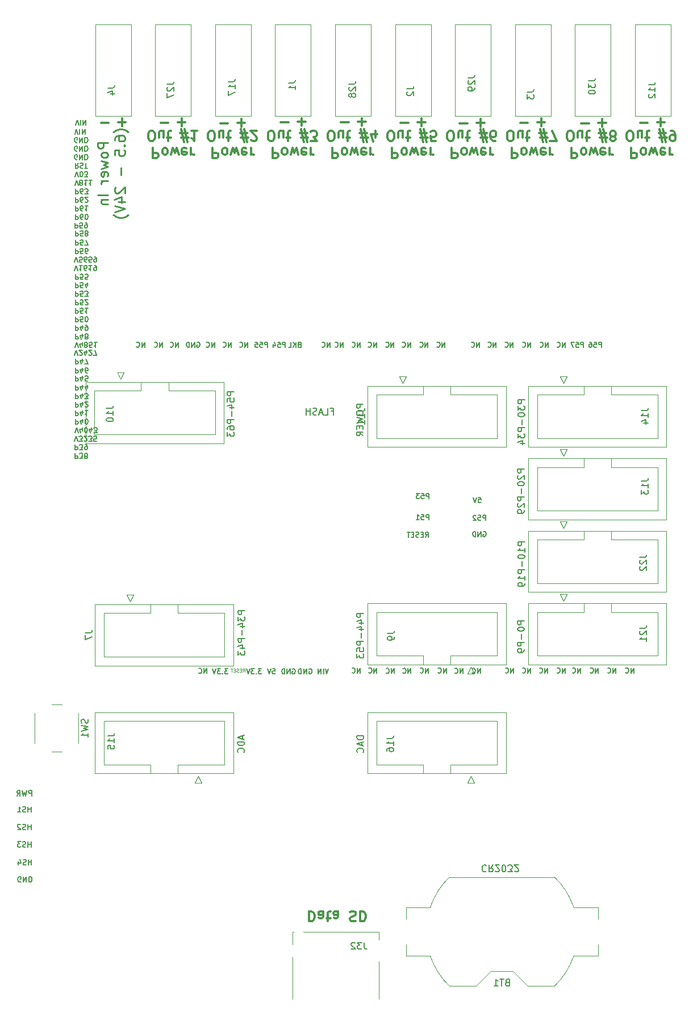
<source format=gbr>
%TF.GenerationSoftware,KiCad,Pcbnew,(5.1.9)-1*%
%TF.CreationDate,2021-07-02T17:33:52-07:00*%
%TF.ProjectId,MAD_P2,4d41445f-5032-42e6-9b69-6361645f7063,rev?*%
%TF.SameCoordinates,Original*%
%TF.FileFunction,Legend,Bot*%
%TF.FilePolarity,Positive*%
%FSLAX46Y46*%
G04 Gerber Fmt 4.6, Leading zero omitted, Abs format (unit mm)*
G04 Created by KiCad (PCBNEW (5.1.9)-1) date 2021-07-02 17:33:52*
%MOMM*%
%LPD*%
G01*
G04 APERTURE LIST*
%ADD10C,0.150000*%
%ADD11C,0.100000*%
%ADD12C,0.300000*%
%ADD13C,0.250000*%
%ADD14C,0.120000*%
G04 APERTURE END LIST*
D10*
X466679285Y-110194285D02*
X466679285Y-109444285D01*
X466250714Y-110194285D01*
X466250714Y-109444285D01*
X465465000Y-110122857D02*
X465500714Y-110158571D01*
X465607857Y-110194285D01*
X465679285Y-110194285D01*
X465786428Y-110158571D01*
X465857857Y-110087142D01*
X465893571Y-110015714D01*
X465929285Y-109872857D01*
X465929285Y-109765714D01*
X465893571Y-109622857D01*
X465857857Y-109551428D01*
X465786428Y-109480000D01*
X465679285Y-109444285D01*
X465607857Y-109444285D01*
X465500714Y-109480000D01*
X465465000Y-109515714D01*
X476648785Y-110194285D02*
X476648785Y-109444285D01*
X476220214Y-110194285D01*
X476220214Y-109444285D01*
X475434500Y-110122857D02*
X475470214Y-110158571D01*
X475577357Y-110194285D01*
X475648785Y-110194285D01*
X475755928Y-110158571D01*
X475827357Y-110087142D01*
X475863071Y-110015714D01*
X475898785Y-109872857D01*
X475898785Y-109765714D01*
X475863071Y-109622857D01*
X475827357Y-109551428D01*
X475755928Y-109480000D01*
X475648785Y-109444285D01*
X475577357Y-109444285D01*
X475470214Y-109480000D01*
X475434500Y-109515714D01*
X474362785Y-110194285D02*
X474362785Y-109444285D01*
X473934214Y-110194285D01*
X473934214Y-109444285D01*
X473148500Y-110122857D02*
X473184214Y-110158571D01*
X473291357Y-110194285D01*
X473362785Y-110194285D01*
X473469928Y-110158571D01*
X473541357Y-110087142D01*
X473577071Y-110015714D01*
X473612785Y-109872857D01*
X473612785Y-109765714D01*
X473577071Y-109622857D01*
X473541357Y-109551428D01*
X473469928Y-109480000D01*
X473362785Y-109444285D01*
X473291357Y-109444285D01*
X473184214Y-109480000D01*
X473148500Y-109515714D01*
X471759285Y-110194285D02*
X471759285Y-109444285D01*
X471330714Y-110194285D01*
X471330714Y-109444285D01*
X470545000Y-110122857D02*
X470580714Y-110158571D01*
X470687857Y-110194285D01*
X470759285Y-110194285D01*
X470866428Y-110158571D01*
X470937857Y-110087142D01*
X470973571Y-110015714D01*
X471009285Y-109872857D01*
X471009285Y-109765714D01*
X470973571Y-109622857D01*
X470937857Y-109551428D01*
X470866428Y-109480000D01*
X470759285Y-109444285D01*
X470687857Y-109444285D01*
X470580714Y-109480000D01*
X470545000Y-109515714D01*
X469219285Y-110194285D02*
X469219285Y-109444285D01*
X468790714Y-110194285D01*
X468790714Y-109444285D01*
X468005000Y-110122857D02*
X468040714Y-110158571D01*
X468147857Y-110194285D01*
X468219285Y-110194285D01*
X468326428Y-110158571D01*
X468397857Y-110087142D01*
X468433571Y-110015714D01*
X468469285Y-109872857D01*
X468469285Y-109765714D01*
X468433571Y-109622857D01*
X468397857Y-109551428D01*
X468326428Y-109480000D01*
X468219285Y-109444285D01*
X468147857Y-109444285D01*
X468040714Y-109480000D01*
X468005000Y-109515714D01*
X479315785Y-110194285D02*
X479315785Y-109444285D01*
X478887214Y-110194285D01*
X478887214Y-109444285D01*
X478101500Y-110122857D02*
X478137214Y-110158571D01*
X478244357Y-110194285D01*
X478315785Y-110194285D01*
X478422928Y-110158571D01*
X478494357Y-110087142D01*
X478530071Y-110015714D01*
X478565785Y-109872857D01*
X478565785Y-109765714D01*
X478530071Y-109622857D01*
X478494357Y-109551428D01*
X478422928Y-109480000D01*
X478315785Y-109444285D01*
X478244357Y-109444285D01*
X478137214Y-109480000D01*
X478101500Y-109515714D01*
X481919285Y-110194285D02*
X481919285Y-109444285D01*
X481490714Y-110194285D01*
X481490714Y-109444285D01*
X480705000Y-110122857D02*
X480740714Y-110158571D01*
X480847857Y-110194285D01*
X480919285Y-110194285D01*
X481026428Y-110158571D01*
X481097857Y-110087142D01*
X481133571Y-110015714D01*
X481169285Y-109872857D01*
X481169285Y-109765714D01*
X481133571Y-109622857D01*
X481097857Y-109551428D01*
X481026428Y-109480000D01*
X480919285Y-109444285D01*
X480847857Y-109444285D01*
X480740714Y-109480000D01*
X480705000Y-109515714D01*
X484586285Y-110194285D02*
X484586285Y-109444285D01*
X484157714Y-110194285D01*
X484157714Y-109444285D01*
X483372000Y-110122857D02*
X483407714Y-110158571D01*
X483514857Y-110194285D01*
X483586285Y-110194285D01*
X483693428Y-110158571D01*
X483764857Y-110087142D01*
X483800571Y-110015714D01*
X483836285Y-109872857D01*
X483836285Y-109765714D01*
X483800571Y-109622857D01*
X483764857Y-109551428D01*
X483693428Y-109480000D01*
X483586285Y-109444285D01*
X483514857Y-109444285D01*
X483407714Y-109480000D01*
X483372000Y-109515714D01*
X451375785Y-110257785D02*
X451375785Y-109507785D01*
X450947214Y-110257785D01*
X450947214Y-109507785D01*
X450161500Y-110186357D02*
X450197214Y-110222071D01*
X450304357Y-110257785D01*
X450375785Y-110257785D01*
X450482928Y-110222071D01*
X450554357Y-110150642D01*
X450590071Y-110079214D01*
X450625785Y-109936357D01*
X450625785Y-109829214D01*
X450590071Y-109686357D01*
X450554357Y-109614928D01*
X450482928Y-109543500D01*
X450375785Y-109507785D01*
X450304357Y-109507785D01*
X450197214Y-109543500D01*
X450161500Y-109579214D01*
X453979285Y-110194285D02*
X453979285Y-109444285D01*
X453550714Y-110194285D01*
X453550714Y-109444285D01*
X452765000Y-110122857D02*
X452800714Y-110158571D01*
X452907857Y-110194285D01*
X452979285Y-110194285D01*
X453086428Y-110158571D01*
X453157857Y-110087142D01*
X453193571Y-110015714D01*
X453229285Y-109872857D01*
X453229285Y-109765714D01*
X453193571Y-109622857D01*
X453157857Y-109551428D01*
X453086428Y-109480000D01*
X452979285Y-109444285D01*
X452907857Y-109444285D01*
X452800714Y-109480000D01*
X452765000Y-109515714D01*
X456646285Y-110194285D02*
X456646285Y-109444285D01*
X456217714Y-110194285D01*
X456217714Y-109444285D01*
X455432000Y-110122857D02*
X455467714Y-110158571D01*
X455574857Y-110194285D01*
X455646285Y-110194285D01*
X455753428Y-110158571D01*
X455824857Y-110087142D01*
X455860571Y-110015714D01*
X455896285Y-109872857D01*
X455896285Y-109765714D01*
X455860571Y-109622857D01*
X455824857Y-109551428D01*
X455753428Y-109480000D01*
X455646285Y-109444285D01*
X455574857Y-109444285D01*
X455467714Y-109480000D01*
X455432000Y-109515714D01*
X461726285Y-110257785D02*
X461726285Y-109507785D01*
X461297714Y-110257785D01*
X461297714Y-109507785D01*
X460512000Y-110186357D02*
X460547714Y-110222071D01*
X460654857Y-110257785D01*
X460726285Y-110257785D01*
X460833428Y-110222071D01*
X460904857Y-110150642D01*
X460940571Y-110079214D01*
X460976285Y-109936357D01*
X460976285Y-109829214D01*
X460940571Y-109686357D01*
X460904857Y-109614928D01*
X460833428Y-109543500D01*
X460726285Y-109507785D01*
X460654857Y-109507785D01*
X460547714Y-109543500D01*
X460512000Y-109579214D01*
X448899285Y-110257785D02*
X448899285Y-109507785D01*
X448470714Y-110257785D01*
X448470714Y-109507785D01*
X447685000Y-110186357D02*
X447720714Y-110222071D01*
X447827857Y-110257785D01*
X447899285Y-110257785D01*
X448006428Y-110222071D01*
X448077857Y-110150642D01*
X448113571Y-110079214D01*
X448149285Y-109936357D01*
X448149285Y-109829214D01*
X448113571Y-109686357D01*
X448077857Y-109614928D01*
X448006428Y-109543500D01*
X447899285Y-109507785D01*
X447827857Y-109507785D01*
X447720714Y-109543500D01*
X447685000Y-109579214D01*
X443819285Y-110194285D02*
X443819285Y-109444285D01*
X443390714Y-110194285D01*
X443390714Y-109444285D01*
X442605000Y-110122857D02*
X442640714Y-110158571D01*
X442747857Y-110194285D01*
X442819285Y-110194285D01*
X442926428Y-110158571D01*
X442997857Y-110087142D01*
X443033571Y-110015714D01*
X443069285Y-109872857D01*
X443069285Y-109765714D01*
X443033571Y-109622857D01*
X442997857Y-109551428D01*
X442926428Y-109480000D01*
X442819285Y-109444285D01*
X442747857Y-109444285D01*
X442640714Y-109480000D01*
X442605000Y-109515714D01*
X446295785Y-110194285D02*
X446295785Y-109444285D01*
X445867214Y-110194285D01*
X445867214Y-109444285D01*
X445081500Y-110122857D02*
X445117214Y-110158571D01*
X445224357Y-110194285D01*
X445295785Y-110194285D01*
X445402928Y-110158571D01*
X445474357Y-110087142D01*
X445510071Y-110015714D01*
X445545785Y-109872857D01*
X445545785Y-109765714D01*
X445510071Y-109622857D01*
X445474357Y-109551428D01*
X445402928Y-109480000D01*
X445295785Y-109444285D01*
X445224357Y-109444285D01*
X445117214Y-109480000D01*
X445081500Y-109515714D01*
X459122785Y-110257785D02*
X459122785Y-109507785D01*
X458694214Y-110257785D01*
X458694214Y-109507785D01*
X457908500Y-110186357D02*
X457944214Y-110222071D01*
X458051357Y-110257785D01*
X458122785Y-110257785D01*
X458229928Y-110222071D01*
X458301357Y-110150642D01*
X458337071Y-110079214D01*
X458372785Y-109936357D01*
X458372785Y-109829214D01*
X458337071Y-109686357D01*
X458301357Y-109614928D01*
X458229928Y-109543500D01*
X458122785Y-109507785D01*
X458051357Y-109507785D01*
X457944214Y-109543500D01*
X457908500Y-109579214D01*
X433704928Y-109607000D02*
X433776357Y-109571285D01*
X433883500Y-109571285D01*
X433990642Y-109607000D01*
X434062071Y-109678428D01*
X434097785Y-109749857D01*
X434133500Y-109892714D01*
X434133500Y-109999857D01*
X434097785Y-110142714D01*
X434062071Y-110214142D01*
X433990642Y-110285571D01*
X433883500Y-110321285D01*
X433812071Y-110321285D01*
X433704928Y-110285571D01*
X433669214Y-110249857D01*
X433669214Y-109999857D01*
X433812071Y-109999857D01*
X433347785Y-110321285D02*
X433347785Y-109571285D01*
X432919214Y-110321285D01*
X432919214Y-109571285D01*
X432562071Y-110321285D02*
X432562071Y-109571285D01*
X432383500Y-109571285D01*
X432276357Y-109607000D01*
X432204928Y-109678428D01*
X432169214Y-109749857D01*
X432133500Y-109892714D01*
X432133500Y-109999857D01*
X432169214Y-110142714D01*
X432204928Y-110214142D01*
X432276357Y-110285571D01*
X432383500Y-110321285D01*
X432562071Y-110321285D01*
X436181428Y-109607000D02*
X436252857Y-109571285D01*
X436360000Y-109571285D01*
X436467142Y-109607000D01*
X436538571Y-109678428D01*
X436574285Y-109749857D01*
X436610000Y-109892714D01*
X436610000Y-109999857D01*
X436574285Y-110142714D01*
X436538571Y-110214142D01*
X436467142Y-110285571D01*
X436360000Y-110321285D01*
X436288571Y-110321285D01*
X436181428Y-110285571D01*
X436145714Y-110249857D01*
X436145714Y-109999857D01*
X436288571Y-109999857D01*
X435824285Y-110321285D02*
X435824285Y-109571285D01*
X435395714Y-110321285D01*
X435395714Y-109571285D01*
X435038571Y-110321285D02*
X435038571Y-109571285D01*
X434860000Y-109571285D01*
X434752857Y-109607000D01*
X434681428Y-109678428D01*
X434645714Y-109749857D01*
X434610000Y-109892714D01*
X434610000Y-109999857D01*
X434645714Y-110142714D01*
X434681428Y-110214142D01*
X434752857Y-110285571D01*
X434860000Y-110321285D01*
X435038571Y-110321285D01*
X430736357Y-109571285D02*
X431093500Y-109571285D01*
X431129214Y-109928428D01*
X431093500Y-109892714D01*
X431022071Y-109857000D01*
X430843500Y-109857000D01*
X430772071Y-109892714D01*
X430736357Y-109928428D01*
X430700642Y-109999857D01*
X430700642Y-110178428D01*
X430736357Y-110249857D01*
X430772071Y-110285571D01*
X430843500Y-110321285D01*
X431022071Y-110321285D01*
X431093500Y-110285571D01*
X431129214Y-110249857D01*
X430486357Y-109571285D02*
X430236357Y-110321285D01*
X429986357Y-109571285D01*
D11*
X426303190Y-110081190D02*
X426469857Y-109843095D01*
X426588904Y-110081190D02*
X426588904Y-109581190D01*
X426398428Y-109581190D01*
X426350809Y-109605000D01*
X426327000Y-109628809D01*
X426303190Y-109676428D01*
X426303190Y-109747857D01*
X426327000Y-109795476D01*
X426350809Y-109819285D01*
X426398428Y-109843095D01*
X426588904Y-109843095D01*
X426088904Y-109819285D02*
X425922238Y-109819285D01*
X425850809Y-110081190D02*
X426088904Y-110081190D01*
X426088904Y-109581190D01*
X425850809Y-109581190D01*
X425660333Y-110057380D02*
X425588904Y-110081190D01*
X425469857Y-110081190D01*
X425422238Y-110057380D01*
X425398428Y-110033571D01*
X425374619Y-109985952D01*
X425374619Y-109938333D01*
X425398428Y-109890714D01*
X425422238Y-109866904D01*
X425469857Y-109843095D01*
X425565095Y-109819285D01*
X425612714Y-109795476D01*
X425636523Y-109771666D01*
X425660333Y-109724047D01*
X425660333Y-109676428D01*
X425636523Y-109628809D01*
X425612714Y-109605000D01*
X425565095Y-109581190D01*
X425446047Y-109581190D01*
X425374619Y-109605000D01*
X425160333Y-109819285D02*
X424993666Y-109819285D01*
X424922238Y-110081190D02*
X425160333Y-110081190D01*
X425160333Y-109581190D01*
X424922238Y-109581190D01*
X424779380Y-109581190D02*
X424493666Y-109581190D01*
X424636523Y-110081190D02*
X424636523Y-109581190D01*
D10*
X420959285Y-110257785D02*
X420959285Y-109507785D01*
X420530714Y-110257785D01*
X420530714Y-109507785D01*
X419745000Y-110186357D02*
X419780714Y-110222071D01*
X419887857Y-110257785D01*
X419959285Y-110257785D01*
X420066428Y-110222071D01*
X420137857Y-110150642D01*
X420173571Y-110079214D01*
X420209285Y-109936357D01*
X420209285Y-109829214D01*
X420173571Y-109686357D01*
X420137857Y-109614928D01*
X420066428Y-109543500D01*
X419959285Y-109507785D01*
X419887857Y-109507785D01*
X419780714Y-109543500D01*
X419745000Y-109579214D01*
X439098428Y-109571285D02*
X438848428Y-110321285D01*
X438598428Y-109571285D01*
X438348428Y-110321285D02*
X438348428Y-109571285D01*
X437991285Y-110321285D02*
X437991285Y-109571285D01*
X437562714Y-110321285D01*
X437562714Y-109571285D01*
X429097142Y-109571285D02*
X428632857Y-109571285D01*
X428882857Y-109857000D01*
X428775714Y-109857000D01*
X428704285Y-109892714D01*
X428668571Y-109928428D01*
X428632857Y-109999857D01*
X428632857Y-110178428D01*
X428668571Y-110249857D01*
X428704285Y-110285571D01*
X428775714Y-110321285D01*
X428990000Y-110321285D01*
X429061428Y-110285571D01*
X429097142Y-110249857D01*
X428311428Y-110249857D02*
X428275714Y-110285571D01*
X428311428Y-110321285D01*
X428347142Y-110285571D01*
X428311428Y-110249857D01*
X428311428Y-110321285D01*
X428025714Y-109571285D02*
X427561428Y-109571285D01*
X427811428Y-109857000D01*
X427704285Y-109857000D01*
X427632857Y-109892714D01*
X427597142Y-109928428D01*
X427561428Y-109999857D01*
X427561428Y-110178428D01*
X427597142Y-110249857D01*
X427632857Y-110285571D01*
X427704285Y-110321285D01*
X427918571Y-110321285D01*
X427990000Y-110285571D01*
X428025714Y-110249857D01*
X427347142Y-109571285D02*
X427097142Y-110321285D01*
X426847142Y-109571285D01*
X424080642Y-109571285D02*
X423616357Y-109571285D01*
X423866357Y-109857000D01*
X423759214Y-109857000D01*
X423687785Y-109892714D01*
X423652071Y-109928428D01*
X423616357Y-109999857D01*
X423616357Y-110178428D01*
X423652071Y-110249857D01*
X423687785Y-110285571D01*
X423759214Y-110321285D01*
X423973500Y-110321285D01*
X424044928Y-110285571D01*
X424080642Y-110249857D01*
X423294928Y-110249857D02*
X423259214Y-110285571D01*
X423294928Y-110321285D01*
X423330642Y-110285571D01*
X423294928Y-110249857D01*
X423294928Y-110321285D01*
X423009214Y-109571285D02*
X422544928Y-109571285D01*
X422794928Y-109857000D01*
X422687785Y-109857000D01*
X422616357Y-109892714D01*
X422580642Y-109928428D01*
X422544928Y-109999857D01*
X422544928Y-110178428D01*
X422580642Y-110249857D01*
X422616357Y-110285571D01*
X422687785Y-110321285D01*
X422902071Y-110321285D01*
X422973500Y-110285571D01*
X423009214Y-110249857D01*
X422330642Y-109571285D02*
X422080642Y-110321285D01*
X421830642Y-109571285D01*
X454021314Y-87372385D02*
X454021314Y-86622385D01*
X453735600Y-86622385D01*
X453664171Y-86658100D01*
X453628457Y-86693814D01*
X453592742Y-86765242D01*
X453592742Y-86872385D01*
X453628457Y-86943814D01*
X453664171Y-86979528D01*
X453735600Y-87015242D01*
X454021314Y-87015242D01*
X452914171Y-86622385D02*
X453271314Y-86622385D01*
X453307028Y-86979528D01*
X453271314Y-86943814D01*
X453199885Y-86908100D01*
X453021314Y-86908100D01*
X452949885Y-86943814D01*
X452914171Y-86979528D01*
X452878457Y-87050957D01*
X452878457Y-87229528D01*
X452914171Y-87300957D01*
X452949885Y-87336671D01*
X453021314Y-87372385D01*
X453199885Y-87372385D01*
X453271314Y-87336671D01*
X453307028Y-87300957D01*
X452164171Y-87372385D02*
X452592742Y-87372385D01*
X452378457Y-87372385D02*
X452378457Y-86622385D01*
X452449885Y-86729528D01*
X452521314Y-86800957D01*
X452592742Y-86836671D01*
X453514085Y-89963185D02*
X453764085Y-89606042D01*
X453942657Y-89963185D02*
X453942657Y-89213185D01*
X453656942Y-89213185D01*
X453585514Y-89248900D01*
X453549800Y-89284614D01*
X453514085Y-89356042D01*
X453514085Y-89463185D01*
X453549800Y-89534614D01*
X453585514Y-89570328D01*
X453656942Y-89606042D01*
X453942657Y-89606042D01*
X453192657Y-89570328D02*
X452942657Y-89570328D01*
X452835514Y-89963185D02*
X453192657Y-89963185D01*
X453192657Y-89213185D01*
X452835514Y-89213185D01*
X452549800Y-89927471D02*
X452442657Y-89963185D01*
X452264085Y-89963185D01*
X452192657Y-89927471D01*
X452156942Y-89891757D01*
X452121228Y-89820328D01*
X452121228Y-89748900D01*
X452156942Y-89677471D01*
X452192657Y-89641757D01*
X452264085Y-89606042D01*
X452406942Y-89570328D01*
X452478371Y-89534614D01*
X452514085Y-89498900D01*
X452549800Y-89427471D01*
X452549800Y-89356042D01*
X452514085Y-89284614D01*
X452478371Y-89248900D01*
X452406942Y-89213185D01*
X452228371Y-89213185D01*
X452121228Y-89248900D01*
X451799800Y-89570328D02*
X451549800Y-89570328D01*
X451442657Y-89963185D02*
X451799800Y-89963185D01*
X451799800Y-89213185D01*
X451442657Y-89213185D01*
X451228371Y-89213185D02*
X450799800Y-89213185D01*
X451014085Y-89963185D02*
X451014085Y-89213185D01*
X462152928Y-89160000D02*
X462224357Y-89124285D01*
X462331500Y-89124285D01*
X462438642Y-89160000D01*
X462510071Y-89231428D01*
X462545785Y-89302857D01*
X462581500Y-89445714D01*
X462581500Y-89552857D01*
X462545785Y-89695714D01*
X462510071Y-89767142D01*
X462438642Y-89838571D01*
X462331500Y-89874285D01*
X462260071Y-89874285D01*
X462152928Y-89838571D01*
X462117214Y-89802857D01*
X462117214Y-89552857D01*
X462260071Y-89552857D01*
X461795785Y-89874285D02*
X461795785Y-89124285D01*
X461367214Y-89874285D01*
X461367214Y-89124285D01*
X461010071Y-89874285D02*
X461010071Y-89124285D01*
X460831500Y-89124285D01*
X460724357Y-89160000D01*
X460652928Y-89231428D01*
X460617214Y-89302857D01*
X460581500Y-89445714D01*
X460581500Y-89552857D01*
X460617214Y-89695714D01*
X460652928Y-89767142D01*
X460724357Y-89838571D01*
X460831500Y-89874285D01*
X461010071Y-89874285D01*
X462492214Y-87461285D02*
X462492214Y-86711285D01*
X462206500Y-86711285D01*
X462135071Y-86747000D01*
X462099357Y-86782714D01*
X462063642Y-86854142D01*
X462063642Y-86961285D01*
X462099357Y-87032714D01*
X462135071Y-87068428D01*
X462206500Y-87104142D01*
X462492214Y-87104142D01*
X461385071Y-86711285D02*
X461742214Y-86711285D01*
X461777928Y-87068428D01*
X461742214Y-87032714D01*
X461670785Y-86997000D01*
X461492214Y-86997000D01*
X461420785Y-87032714D01*
X461385071Y-87068428D01*
X461349357Y-87139857D01*
X461349357Y-87318428D01*
X461385071Y-87389857D01*
X461420785Y-87425571D01*
X461492214Y-87461285D01*
X461670785Y-87461285D01*
X461742214Y-87425571D01*
X461777928Y-87389857D01*
X461063642Y-86782714D02*
X461027928Y-86747000D01*
X460956500Y-86711285D01*
X460777928Y-86711285D01*
X460706500Y-86747000D01*
X460670785Y-86782714D01*
X460635071Y-86854142D01*
X460635071Y-86925571D01*
X460670785Y-87032714D01*
X461099357Y-87461285D01*
X460635071Y-87461285D01*
X461406857Y-84044285D02*
X461764000Y-84044285D01*
X461799714Y-84401428D01*
X461764000Y-84365714D01*
X461692571Y-84330000D01*
X461514000Y-84330000D01*
X461442571Y-84365714D01*
X461406857Y-84401428D01*
X461371142Y-84472857D01*
X461371142Y-84651428D01*
X461406857Y-84722857D01*
X461442571Y-84758571D01*
X461514000Y-84794285D01*
X461692571Y-84794285D01*
X461764000Y-84758571D01*
X461799714Y-84722857D01*
X461156857Y-84044285D02*
X460906857Y-84794285D01*
X460656857Y-84044285D01*
X454046714Y-84222785D02*
X454046714Y-83472785D01*
X453761000Y-83472785D01*
X453689571Y-83508500D01*
X453653857Y-83544214D01*
X453618142Y-83615642D01*
X453618142Y-83722785D01*
X453653857Y-83794214D01*
X453689571Y-83829928D01*
X453761000Y-83865642D01*
X454046714Y-83865642D01*
X452939571Y-83472785D02*
X453296714Y-83472785D01*
X453332428Y-83829928D01*
X453296714Y-83794214D01*
X453225285Y-83758500D01*
X453046714Y-83758500D01*
X452975285Y-83794214D01*
X452939571Y-83829928D01*
X452903857Y-83901357D01*
X452903857Y-84079928D01*
X452939571Y-84151357D01*
X452975285Y-84187071D01*
X453046714Y-84222785D01*
X453225285Y-84222785D01*
X453296714Y-84187071D01*
X453332428Y-84151357D01*
X452653857Y-83472785D02*
X452189571Y-83472785D01*
X452439571Y-83758500D01*
X452332428Y-83758500D01*
X452261000Y-83794214D01*
X452225285Y-83829928D01*
X452189571Y-83901357D01*
X452189571Y-84079928D01*
X452225285Y-84151357D01*
X452261000Y-84187071D01*
X452332428Y-84222785D01*
X452546714Y-84222785D01*
X452618142Y-84187071D01*
X452653857Y-84151357D01*
X439459476Y-71239071D02*
X439792809Y-71239071D01*
X439792809Y-71762880D02*
X439792809Y-70762880D01*
X439316619Y-70762880D01*
X438459476Y-71762880D02*
X438935666Y-71762880D01*
X438935666Y-70762880D01*
X438173761Y-71477166D02*
X437697571Y-71477166D01*
X438269000Y-71762880D02*
X437935666Y-70762880D01*
X437602333Y-71762880D01*
X437316619Y-71715261D02*
X437173761Y-71762880D01*
X436935666Y-71762880D01*
X436840428Y-71715261D01*
X436792809Y-71667642D01*
X436745190Y-71572404D01*
X436745190Y-71477166D01*
X436792809Y-71381928D01*
X436840428Y-71334309D01*
X436935666Y-71286690D01*
X437126142Y-71239071D01*
X437221380Y-71191452D01*
X437269000Y-71143833D01*
X437316619Y-71048595D01*
X437316619Y-70953357D01*
X437269000Y-70858119D01*
X437221380Y-70810500D01*
X437126142Y-70762880D01*
X436888047Y-70762880D01*
X436745190Y-70810500D01*
X436316619Y-71762880D02*
X436316619Y-70762880D01*
X436316619Y-71239071D02*
X435745190Y-71239071D01*
X435745190Y-71762880D02*
X435745190Y-70762880D01*
X414355285Y-61680285D02*
X414355285Y-60930285D01*
X413926714Y-61680285D01*
X413926714Y-60930285D01*
X413141000Y-61608857D02*
X413176714Y-61644571D01*
X413283857Y-61680285D01*
X413355285Y-61680285D01*
X413462428Y-61644571D01*
X413533857Y-61573142D01*
X413569571Y-61501714D01*
X413605285Y-61358857D01*
X413605285Y-61251714D01*
X413569571Y-61108857D01*
X413533857Y-61037428D01*
X413462428Y-60966000D01*
X413355285Y-60930285D01*
X413283857Y-60930285D01*
X413176714Y-60966000D01*
X413141000Y-61001714D01*
X419480928Y-60966000D02*
X419552357Y-60930285D01*
X419659500Y-60930285D01*
X419766642Y-60966000D01*
X419838071Y-61037428D01*
X419873785Y-61108857D01*
X419909500Y-61251714D01*
X419909500Y-61358857D01*
X419873785Y-61501714D01*
X419838071Y-61573142D01*
X419766642Y-61644571D01*
X419659500Y-61680285D01*
X419588071Y-61680285D01*
X419480928Y-61644571D01*
X419445214Y-61608857D01*
X419445214Y-61358857D01*
X419588071Y-61358857D01*
X419123785Y-61680285D02*
X419123785Y-60930285D01*
X418695214Y-61680285D01*
X418695214Y-60930285D01*
X418338071Y-61680285D02*
X418338071Y-60930285D01*
X418159500Y-60930285D01*
X418052357Y-60966000D01*
X417980928Y-61037428D01*
X417945214Y-61108857D01*
X417909500Y-61251714D01*
X417909500Y-61358857D01*
X417945214Y-61501714D01*
X417980928Y-61573142D01*
X418052357Y-61644571D01*
X418159500Y-61680285D01*
X418338071Y-61680285D01*
X479764214Y-61680285D02*
X479764214Y-60930285D01*
X479478500Y-60930285D01*
X479407071Y-60966000D01*
X479371357Y-61001714D01*
X479335642Y-61073142D01*
X479335642Y-61180285D01*
X479371357Y-61251714D01*
X479407071Y-61287428D01*
X479478500Y-61323142D01*
X479764214Y-61323142D01*
X478657071Y-60930285D02*
X479014214Y-60930285D01*
X479049928Y-61287428D01*
X479014214Y-61251714D01*
X478942785Y-61216000D01*
X478764214Y-61216000D01*
X478692785Y-61251714D01*
X478657071Y-61287428D01*
X478621357Y-61358857D01*
X478621357Y-61537428D01*
X478657071Y-61608857D01*
X478692785Y-61644571D01*
X478764214Y-61680285D01*
X478942785Y-61680285D01*
X479014214Y-61644571D01*
X479049928Y-61608857D01*
X477978500Y-60930285D02*
X478121357Y-60930285D01*
X478192785Y-60966000D01*
X478228500Y-61001714D01*
X478299928Y-61108857D01*
X478335642Y-61251714D01*
X478335642Y-61537428D01*
X478299928Y-61608857D01*
X478264214Y-61644571D01*
X478192785Y-61680285D01*
X478049928Y-61680285D01*
X477978500Y-61644571D01*
X477942785Y-61608857D01*
X477907071Y-61537428D01*
X477907071Y-61358857D01*
X477942785Y-61287428D01*
X477978500Y-61251714D01*
X478049928Y-61216000D01*
X478192785Y-61216000D01*
X478264214Y-61251714D01*
X478299928Y-61287428D01*
X478335642Y-61358857D01*
X443819285Y-61680285D02*
X443819285Y-60930285D01*
X443390714Y-61680285D01*
X443390714Y-60930285D01*
X442605000Y-61608857D02*
X442640714Y-61644571D01*
X442747857Y-61680285D01*
X442819285Y-61680285D01*
X442926428Y-61644571D01*
X442997857Y-61573142D01*
X443033571Y-61501714D01*
X443069285Y-61358857D01*
X443069285Y-61251714D01*
X443033571Y-61108857D01*
X442997857Y-61037428D01*
X442926428Y-60966000D01*
X442819285Y-60930285D01*
X442747857Y-60930285D01*
X442640714Y-60966000D01*
X442605000Y-61001714D01*
X446232285Y-61680285D02*
X446232285Y-60930285D01*
X445803714Y-61680285D01*
X445803714Y-60930285D01*
X445018000Y-61608857D02*
X445053714Y-61644571D01*
X445160857Y-61680285D01*
X445232285Y-61680285D01*
X445339428Y-61644571D01*
X445410857Y-61573142D01*
X445446571Y-61501714D01*
X445482285Y-61358857D01*
X445482285Y-61251714D01*
X445446571Y-61108857D01*
X445410857Y-61037428D01*
X445339428Y-60966000D01*
X445232285Y-60930285D01*
X445160857Y-60930285D01*
X445053714Y-60966000D01*
X445018000Y-61001714D01*
X456455785Y-61680285D02*
X456455785Y-60930285D01*
X456027214Y-61680285D01*
X456027214Y-60930285D01*
X455241500Y-61608857D02*
X455277214Y-61644571D01*
X455384357Y-61680285D01*
X455455785Y-61680285D01*
X455562928Y-61644571D01*
X455634357Y-61573142D01*
X455670071Y-61501714D01*
X455705785Y-61358857D01*
X455705785Y-61251714D01*
X455670071Y-61108857D01*
X455634357Y-61037428D01*
X455562928Y-60966000D01*
X455455785Y-60930285D01*
X455384357Y-60930285D01*
X455277214Y-60966000D01*
X455241500Y-61001714D01*
X448835785Y-61680285D02*
X448835785Y-60930285D01*
X448407214Y-61680285D01*
X448407214Y-60930285D01*
X447621500Y-61608857D02*
X447657214Y-61644571D01*
X447764357Y-61680285D01*
X447835785Y-61680285D01*
X447942928Y-61644571D01*
X448014357Y-61573142D01*
X448050071Y-61501714D01*
X448085785Y-61358857D01*
X448085785Y-61251714D01*
X448050071Y-61108857D01*
X448014357Y-61037428D01*
X447942928Y-60966000D01*
X447835785Y-60930285D01*
X447764357Y-60930285D01*
X447657214Y-60966000D01*
X447621500Y-61001714D01*
X474362785Y-61680285D02*
X474362785Y-60930285D01*
X473934214Y-61680285D01*
X473934214Y-60930285D01*
X473148500Y-61608857D02*
X473184214Y-61644571D01*
X473291357Y-61680285D01*
X473362785Y-61680285D01*
X473469928Y-61644571D01*
X473541357Y-61573142D01*
X473577071Y-61501714D01*
X473612785Y-61358857D01*
X473612785Y-61251714D01*
X473577071Y-61108857D01*
X473541357Y-61037428D01*
X473469928Y-60966000D01*
X473362785Y-60930285D01*
X473291357Y-60930285D01*
X473184214Y-60966000D01*
X473148500Y-61001714D01*
X469219285Y-61680285D02*
X469219285Y-60930285D01*
X468790714Y-61680285D01*
X468790714Y-60930285D01*
X468005000Y-61608857D02*
X468040714Y-61644571D01*
X468147857Y-61680285D01*
X468219285Y-61680285D01*
X468326428Y-61644571D01*
X468397857Y-61573142D01*
X468433571Y-61501714D01*
X468469285Y-61358857D01*
X468469285Y-61251714D01*
X468433571Y-61108857D01*
X468397857Y-61037428D01*
X468326428Y-60966000D01*
X468219285Y-60930285D01*
X468147857Y-60930285D01*
X468040714Y-60966000D01*
X468005000Y-61001714D01*
X416704785Y-61680285D02*
X416704785Y-60930285D01*
X416276214Y-61680285D01*
X416276214Y-60930285D01*
X415490500Y-61608857D02*
X415526214Y-61644571D01*
X415633357Y-61680285D01*
X415704785Y-61680285D01*
X415811928Y-61644571D01*
X415883357Y-61573142D01*
X415919071Y-61501714D01*
X415954785Y-61358857D01*
X415954785Y-61251714D01*
X415919071Y-61108857D01*
X415883357Y-61037428D01*
X415811928Y-60966000D01*
X415704785Y-60930285D01*
X415633357Y-60930285D01*
X415526214Y-60966000D01*
X415490500Y-61001714D01*
X466615785Y-61680285D02*
X466615785Y-60930285D01*
X466187214Y-61680285D01*
X466187214Y-60930285D01*
X465401500Y-61608857D02*
X465437214Y-61644571D01*
X465544357Y-61680285D01*
X465615785Y-61680285D01*
X465722928Y-61644571D01*
X465794357Y-61573142D01*
X465830071Y-61501714D01*
X465865785Y-61358857D01*
X465865785Y-61251714D01*
X465830071Y-61108857D01*
X465794357Y-61037428D01*
X465722928Y-60966000D01*
X465615785Y-60930285D01*
X465544357Y-60930285D01*
X465437214Y-60966000D01*
X465401500Y-61001714D01*
X477097214Y-61680285D02*
X477097214Y-60930285D01*
X476811500Y-60930285D01*
X476740071Y-60966000D01*
X476704357Y-61001714D01*
X476668642Y-61073142D01*
X476668642Y-61180285D01*
X476704357Y-61251714D01*
X476740071Y-61287428D01*
X476811500Y-61323142D01*
X477097214Y-61323142D01*
X475990071Y-60930285D02*
X476347214Y-60930285D01*
X476382928Y-61287428D01*
X476347214Y-61251714D01*
X476275785Y-61216000D01*
X476097214Y-61216000D01*
X476025785Y-61251714D01*
X475990071Y-61287428D01*
X475954357Y-61358857D01*
X475954357Y-61537428D01*
X475990071Y-61608857D01*
X476025785Y-61644571D01*
X476097214Y-61680285D01*
X476275785Y-61680285D01*
X476347214Y-61644571D01*
X476382928Y-61608857D01*
X475704357Y-60930285D02*
X475204357Y-60930285D01*
X475525785Y-61680285D01*
X453915785Y-61680285D02*
X453915785Y-60930285D01*
X453487214Y-61680285D01*
X453487214Y-60930285D01*
X452701500Y-61608857D02*
X452737214Y-61644571D01*
X452844357Y-61680285D01*
X452915785Y-61680285D01*
X453022928Y-61644571D01*
X453094357Y-61573142D01*
X453130071Y-61501714D01*
X453165785Y-61358857D01*
X453165785Y-61251714D01*
X453130071Y-61108857D01*
X453094357Y-61037428D01*
X453022928Y-60966000D01*
X452915785Y-60930285D01*
X452844357Y-60930285D01*
X452737214Y-60966000D01*
X452701500Y-61001714D01*
X464075785Y-61680285D02*
X464075785Y-60930285D01*
X463647214Y-61680285D01*
X463647214Y-60930285D01*
X462861500Y-61608857D02*
X462897214Y-61644571D01*
X463004357Y-61680285D01*
X463075785Y-61680285D01*
X463182928Y-61644571D01*
X463254357Y-61573142D01*
X463290071Y-61501714D01*
X463325785Y-61358857D01*
X463325785Y-61251714D01*
X463290071Y-61108857D01*
X463254357Y-61037428D01*
X463182928Y-60966000D01*
X463075785Y-60930285D01*
X463004357Y-60930285D01*
X462897214Y-60966000D01*
X462861500Y-61001714D01*
X424578785Y-61680285D02*
X424578785Y-60930285D01*
X424150214Y-61680285D01*
X424150214Y-60930285D01*
X423364500Y-61608857D02*
X423400214Y-61644571D01*
X423507357Y-61680285D01*
X423578785Y-61680285D01*
X423685928Y-61644571D01*
X423757357Y-61573142D01*
X423793071Y-61501714D01*
X423828785Y-61358857D01*
X423828785Y-61251714D01*
X423793071Y-61108857D01*
X423757357Y-61037428D01*
X423685928Y-60966000D01*
X423578785Y-60930285D01*
X423507357Y-60930285D01*
X423400214Y-60966000D01*
X423364500Y-61001714D01*
X434711000Y-61287428D02*
X434603857Y-61323142D01*
X434568142Y-61358857D01*
X434532428Y-61430285D01*
X434532428Y-61537428D01*
X434568142Y-61608857D01*
X434603857Y-61644571D01*
X434675285Y-61680285D01*
X434961000Y-61680285D01*
X434961000Y-60930285D01*
X434711000Y-60930285D01*
X434639571Y-60966000D01*
X434603857Y-61001714D01*
X434568142Y-61073142D01*
X434568142Y-61144571D01*
X434603857Y-61216000D01*
X434639571Y-61251714D01*
X434711000Y-61287428D01*
X434961000Y-61287428D01*
X434211000Y-61680285D02*
X434211000Y-60930285D01*
X433782428Y-61680285D02*
X434103857Y-61251714D01*
X433782428Y-60930285D02*
X434211000Y-61358857D01*
X433103857Y-61680285D02*
X433461000Y-61680285D01*
X433461000Y-60930285D01*
X441279285Y-61680285D02*
X441279285Y-60930285D01*
X440850714Y-61680285D01*
X440850714Y-60930285D01*
X440065000Y-61608857D02*
X440100714Y-61644571D01*
X440207857Y-61680285D01*
X440279285Y-61680285D01*
X440386428Y-61644571D01*
X440457857Y-61573142D01*
X440493571Y-61501714D01*
X440529285Y-61358857D01*
X440529285Y-61251714D01*
X440493571Y-61108857D01*
X440457857Y-61037428D01*
X440386428Y-60966000D01*
X440279285Y-60930285D01*
X440207857Y-60930285D01*
X440100714Y-60966000D01*
X440065000Y-61001714D01*
X461599285Y-61680285D02*
X461599285Y-60930285D01*
X461170714Y-61680285D01*
X461170714Y-60930285D01*
X460385000Y-61608857D02*
X460420714Y-61644571D01*
X460527857Y-61680285D01*
X460599285Y-61680285D01*
X460706428Y-61644571D01*
X460777857Y-61573142D01*
X460813571Y-61501714D01*
X460849285Y-61358857D01*
X460849285Y-61251714D01*
X460813571Y-61108857D01*
X460777857Y-61037428D01*
X460706428Y-60966000D01*
X460599285Y-60930285D01*
X460527857Y-60930285D01*
X460420714Y-60966000D01*
X460385000Y-61001714D01*
X429980214Y-61680285D02*
X429980214Y-60930285D01*
X429694500Y-60930285D01*
X429623071Y-60966000D01*
X429587357Y-61001714D01*
X429551642Y-61073142D01*
X429551642Y-61180285D01*
X429587357Y-61251714D01*
X429623071Y-61287428D01*
X429694500Y-61323142D01*
X429980214Y-61323142D01*
X428873071Y-60930285D02*
X429230214Y-60930285D01*
X429265928Y-61287428D01*
X429230214Y-61251714D01*
X429158785Y-61216000D01*
X428980214Y-61216000D01*
X428908785Y-61251714D01*
X428873071Y-61287428D01*
X428837357Y-61358857D01*
X428837357Y-61537428D01*
X428873071Y-61608857D01*
X428908785Y-61644571D01*
X428980214Y-61680285D01*
X429158785Y-61680285D01*
X429230214Y-61644571D01*
X429265928Y-61608857D01*
X428158785Y-60930285D02*
X428515928Y-60930285D01*
X428551642Y-61287428D01*
X428515928Y-61251714D01*
X428444500Y-61216000D01*
X428265928Y-61216000D01*
X428194500Y-61251714D01*
X428158785Y-61287428D01*
X428123071Y-61358857D01*
X428123071Y-61537428D01*
X428158785Y-61608857D01*
X428194500Y-61644571D01*
X428265928Y-61680285D01*
X428444500Y-61680285D01*
X428515928Y-61644571D01*
X428551642Y-61608857D01*
X411688285Y-61680285D02*
X411688285Y-60930285D01*
X411259714Y-61680285D01*
X411259714Y-60930285D01*
X410474000Y-61608857D02*
X410509714Y-61644571D01*
X410616857Y-61680285D01*
X410688285Y-61680285D01*
X410795428Y-61644571D01*
X410866857Y-61573142D01*
X410902571Y-61501714D01*
X410938285Y-61358857D01*
X410938285Y-61251714D01*
X410902571Y-61108857D01*
X410866857Y-61037428D01*
X410795428Y-60966000D01*
X410688285Y-60930285D01*
X410616857Y-60930285D01*
X410509714Y-60966000D01*
X410474000Y-61001714D01*
X422102285Y-61680285D02*
X422102285Y-60930285D01*
X421673714Y-61680285D01*
X421673714Y-60930285D01*
X420888000Y-61608857D02*
X420923714Y-61644571D01*
X421030857Y-61680285D01*
X421102285Y-61680285D01*
X421209428Y-61644571D01*
X421280857Y-61573142D01*
X421316571Y-61501714D01*
X421352285Y-61358857D01*
X421352285Y-61251714D01*
X421316571Y-61108857D01*
X421280857Y-61037428D01*
X421209428Y-60966000D01*
X421102285Y-60930285D01*
X421030857Y-60930285D01*
X420923714Y-60966000D01*
X420888000Y-61001714D01*
X427055285Y-61680285D02*
X427055285Y-60930285D01*
X426626714Y-61680285D01*
X426626714Y-60930285D01*
X425841000Y-61608857D02*
X425876714Y-61644571D01*
X425983857Y-61680285D01*
X426055285Y-61680285D01*
X426162428Y-61644571D01*
X426233857Y-61573142D01*
X426269571Y-61501714D01*
X426305285Y-61358857D01*
X426305285Y-61251714D01*
X426269571Y-61108857D01*
X426233857Y-61037428D01*
X426162428Y-60966000D01*
X426055285Y-60930285D01*
X425983857Y-60930285D01*
X425876714Y-60966000D01*
X425841000Y-61001714D01*
X439310785Y-61680285D02*
X439310785Y-60930285D01*
X438882214Y-61680285D01*
X438882214Y-60930285D01*
X438096500Y-61608857D02*
X438132214Y-61644571D01*
X438239357Y-61680285D01*
X438310785Y-61680285D01*
X438417928Y-61644571D01*
X438489357Y-61573142D01*
X438525071Y-61501714D01*
X438560785Y-61358857D01*
X438560785Y-61251714D01*
X438525071Y-61108857D01*
X438489357Y-61037428D01*
X438417928Y-60966000D01*
X438310785Y-60930285D01*
X438239357Y-60930285D01*
X438132214Y-60966000D01*
X438096500Y-61001714D01*
X432647214Y-61680285D02*
X432647214Y-60930285D01*
X432361500Y-60930285D01*
X432290071Y-60966000D01*
X432254357Y-61001714D01*
X432218642Y-61073142D01*
X432218642Y-61180285D01*
X432254357Y-61251714D01*
X432290071Y-61287428D01*
X432361500Y-61323142D01*
X432647214Y-61323142D01*
X431540071Y-60930285D02*
X431897214Y-60930285D01*
X431932928Y-61287428D01*
X431897214Y-61251714D01*
X431825785Y-61216000D01*
X431647214Y-61216000D01*
X431575785Y-61251714D01*
X431540071Y-61287428D01*
X431504357Y-61358857D01*
X431504357Y-61537428D01*
X431540071Y-61608857D01*
X431575785Y-61644571D01*
X431647214Y-61680285D01*
X431825785Y-61680285D01*
X431897214Y-61644571D01*
X431932928Y-61608857D01*
X430861500Y-61180285D02*
X430861500Y-61680285D01*
X431040071Y-60894571D02*
X431218642Y-61430285D01*
X430754357Y-61430285D01*
X451312285Y-61680285D02*
X451312285Y-60930285D01*
X450883714Y-61680285D01*
X450883714Y-60930285D01*
X450098000Y-61608857D02*
X450133714Y-61644571D01*
X450240857Y-61680285D01*
X450312285Y-61680285D01*
X450419428Y-61644571D01*
X450490857Y-61573142D01*
X450526571Y-61501714D01*
X450562285Y-61358857D01*
X450562285Y-61251714D01*
X450526571Y-61108857D01*
X450490857Y-61037428D01*
X450419428Y-60966000D01*
X450312285Y-60930285D01*
X450240857Y-60930285D01*
X450133714Y-60966000D01*
X450098000Y-61001714D01*
X471822785Y-61680285D02*
X471822785Y-60930285D01*
X471394214Y-61680285D01*
X471394214Y-60930285D01*
X470608500Y-61608857D02*
X470644214Y-61644571D01*
X470751357Y-61680285D01*
X470822785Y-61680285D01*
X470929928Y-61644571D01*
X471001357Y-61573142D01*
X471037071Y-61501714D01*
X471072785Y-61358857D01*
X471072785Y-61251714D01*
X471037071Y-61108857D01*
X471001357Y-61037428D01*
X470929928Y-60966000D01*
X470822785Y-60930285D01*
X470751357Y-60930285D01*
X470644214Y-60966000D01*
X470608500Y-61001714D01*
D12*
X405193571Y-28277357D02*
X406336428Y-28277357D01*
X407733571Y-28213857D02*
X408876428Y-28213857D01*
X408305000Y-27642428D02*
X408305000Y-28785285D01*
X414083571Y-28277357D02*
X415226428Y-28277357D01*
X416623571Y-28213857D02*
X417766428Y-28213857D01*
X417195000Y-27642428D02*
X417195000Y-28785285D01*
X422973571Y-28340857D02*
X424116428Y-28340857D01*
X425513571Y-28277357D02*
X426656428Y-28277357D01*
X426085000Y-27705928D02*
X426085000Y-28848785D01*
X431990571Y-28213857D02*
X433133428Y-28213857D01*
X434530571Y-28150357D02*
X435673428Y-28150357D01*
X435102000Y-27578928D02*
X435102000Y-28721785D01*
X440944071Y-28213857D02*
X442086928Y-28213857D01*
X443484071Y-28150357D02*
X444626928Y-28150357D01*
X444055500Y-27578928D02*
X444055500Y-28721785D01*
X449834071Y-28277357D02*
X450976928Y-28277357D01*
X452374071Y-28213857D02*
X453516928Y-28213857D01*
X452945500Y-27642428D02*
X452945500Y-28785285D01*
X458660571Y-28340857D02*
X459803428Y-28340857D01*
X461200571Y-28277357D02*
X462343428Y-28277357D01*
X461772000Y-27705928D02*
X461772000Y-28848785D01*
X467677571Y-28277357D02*
X468820428Y-28277357D01*
X470217571Y-28213857D02*
X471360428Y-28213857D01*
X470789000Y-27642428D02*
X470789000Y-28785285D01*
X476758071Y-28340857D02*
X477900928Y-28340857D01*
X479298071Y-28277357D02*
X480440928Y-28277357D01*
X479869500Y-27705928D02*
X479869500Y-28848785D01*
X485521071Y-28277357D02*
X486663928Y-28277357D01*
X488061071Y-28213857D02*
X489203928Y-28213857D01*
X488632500Y-27642428D02*
X488632500Y-28785285D01*
D10*
X425013380Y-68342285D02*
X424013380Y-68342285D01*
X424013380Y-68723238D01*
X424061000Y-68818476D01*
X424108619Y-68866095D01*
X424203857Y-68913714D01*
X424346714Y-68913714D01*
X424441952Y-68866095D01*
X424489571Y-68818476D01*
X424537190Y-68723238D01*
X424537190Y-68342285D01*
X424013380Y-69818476D02*
X424013380Y-69342285D01*
X424489571Y-69294666D01*
X424441952Y-69342285D01*
X424394333Y-69437523D01*
X424394333Y-69675619D01*
X424441952Y-69770857D01*
X424489571Y-69818476D01*
X424584809Y-69866095D01*
X424822904Y-69866095D01*
X424918142Y-69818476D01*
X424965761Y-69770857D01*
X425013380Y-69675619D01*
X425013380Y-69437523D01*
X424965761Y-69342285D01*
X424918142Y-69294666D01*
X424346714Y-70723238D02*
X425013380Y-70723238D01*
X423965761Y-70485142D02*
X424680047Y-70247047D01*
X424680047Y-70866095D01*
X424632428Y-71247047D02*
X424632428Y-72008952D01*
X425013380Y-72485142D02*
X424013380Y-72485142D01*
X424013380Y-72866095D01*
X424061000Y-72961333D01*
X424108619Y-73008952D01*
X424203857Y-73056571D01*
X424346714Y-73056571D01*
X424441952Y-73008952D01*
X424489571Y-72961333D01*
X424537190Y-72866095D01*
X424537190Y-72485142D01*
X424013380Y-73913714D02*
X424013380Y-73723238D01*
X424061000Y-73628000D01*
X424108619Y-73580380D01*
X424251476Y-73485142D01*
X424441952Y-73437523D01*
X424822904Y-73437523D01*
X424918142Y-73485142D01*
X424965761Y-73532761D01*
X425013380Y-73628000D01*
X425013380Y-73818476D01*
X424965761Y-73913714D01*
X424918142Y-73961333D01*
X424822904Y-74008952D01*
X424584809Y-74008952D01*
X424489571Y-73961333D01*
X424441952Y-73913714D01*
X424394333Y-73818476D01*
X424394333Y-73628000D01*
X424441952Y-73532761D01*
X424489571Y-73485142D01*
X424584809Y-73437523D01*
X424013380Y-74342285D02*
X424013380Y-74961333D01*
X424394333Y-74628000D01*
X424394333Y-74770857D01*
X424441952Y-74866095D01*
X424489571Y-74913714D01*
X424584809Y-74961333D01*
X424822904Y-74961333D01*
X424918142Y-74913714D01*
X424965761Y-74866095D01*
X425013380Y-74770857D01*
X425013380Y-74485142D01*
X424965761Y-74389904D01*
X424918142Y-74342285D01*
X444253880Y-70207476D02*
X443253880Y-70207476D01*
X443253880Y-70588428D01*
X443301500Y-70683666D01*
X443349119Y-70731285D01*
X443444357Y-70778904D01*
X443587214Y-70778904D01*
X443682452Y-70731285D01*
X443730071Y-70683666D01*
X443777690Y-70588428D01*
X443777690Y-70207476D01*
X443253880Y-71397952D02*
X443253880Y-71588428D01*
X443301500Y-71683666D01*
X443396738Y-71778904D01*
X443587214Y-71826523D01*
X443920547Y-71826523D01*
X444111023Y-71778904D01*
X444206261Y-71683666D01*
X444253880Y-71588428D01*
X444253880Y-71397952D01*
X444206261Y-71302714D01*
X444111023Y-71207476D01*
X443920547Y-71159857D01*
X443587214Y-71159857D01*
X443396738Y-71207476D01*
X443301500Y-71302714D01*
X443253880Y-71397952D01*
X443253880Y-72159857D02*
X444253880Y-72397952D01*
X443539595Y-72588428D01*
X444253880Y-72778904D01*
X443253880Y-73017000D01*
X443730071Y-73397952D02*
X443730071Y-73731285D01*
X444253880Y-73874142D02*
X444253880Y-73397952D01*
X443253880Y-73397952D01*
X443253880Y-73874142D01*
X444253880Y-74874142D02*
X443777690Y-74540809D01*
X444253880Y-74302714D02*
X443253880Y-74302714D01*
X443253880Y-74683666D01*
X443301500Y-74778904D01*
X443349119Y-74826523D01*
X443444357Y-74874142D01*
X443587214Y-74874142D01*
X443682452Y-74826523D01*
X443730071Y-74778904D01*
X443777690Y-74683666D01*
X443777690Y-74302714D01*
X468320380Y-69548785D02*
X467320380Y-69548785D01*
X467320380Y-69929738D01*
X467368000Y-70024976D01*
X467415619Y-70072595D01*
X467510857Y-70120214D01*
X467653714Y-70120214D01*
X467748952Y-70072595D01*
X467796571Y-70024976D01*
X467844190Y-69929738D01*
X467844190Y-69548785D01*
X467320380Y-70453547D02*
X467320380Y-71072595D01*
X467701333Y-70739261D01*
X467701333Y-70882119D01*
X467748952Y-70977357D01*
X467796571Y-71024976D01*
X467891809Y-71072595D01*
X468129904Y-71072595D01*
X468225142Y-71024976D01*
X468272761Y-70977357D01*
X468320380Y-70882119D01*
X468320380Y-70596404D01*
X468272761Y-70501166D01*
X468225142Y-70453547D01*
X467320380Y-71691642D02*
X467320380Y-71786880D01*
X467368000Y-71882119D01*
X467415619Y-71929738D01*
X467510857Y-71977357D01*
X467701333Y-72024976D01*
X467939428Y-72024976D01*
X468129904Y-71977357D01*
X468225142Y-71929738D01*
X468272761Y-71882119D01*
X468320380Y-71786880D01*
X468320380Y-71691642D01*
X468272761Y-71596404D01*
X468225142Y-71548785D01*
X468129904Y-71501166D01*
X467939428Y-71453547D01*
X467701333Y-71453547D01*
X467510857Y-71501166D01*
X467415619Y-71548785D01*
X467368000Y-71596404D01*
X467320380Y-71691642D01*
X467939428Y-72453547D02*
X467939428Y-73215452D01*
X468320380Y-73691642D02*
X467320380Y-73691642D01*
X467320380Y-74072595D01*
X467368000Y-74167833D01*
X467415619Y-74215452D01*
X467510857Y-74263071D01*
X467653714Y-74263071D01*
X467748952Y-74215452D01*
X467796571Y-74167833D01*
X467844190Y-74072595D01*
X467844190Y-73691642D01*
X467320380Y-74596404D02*
X467320380Y-75215452D01*
X467701333Y-74882119D01*
X467701333Y-75024976D01*
X467748952Y-75120214D01*
X467796571Y-75167833D01*
X467891809Y-75215452D01*
X468129904Y-75215452D01*
X468225142Y-75167833D01*
X468272761Y-75120214D01*
X468320380Y-75024976D01*
X468320380Y-74739261D01*
X468272761Y-74644023D01*
X468225142Y-74596404D01*
X467653714Y-76072595D02*
X468320380Y-76072595D01*
X467272761Y-75834500D02*
X467987047Y-75596404D01*
X467987047Y-76215452D01*
X468256880Y-79835785D02*
X467256880Y-79835785D01*
X467256880Y-80216738D01*
X467304500Y-80311976D01*
X467352119Y-80359595D01*
X467447357Y-80407214D01*
X467590214Y-80407214D01*
X467685452Y-80359595D01*
X467733071Y-80311976D01*
X467780690Y-80216738D01*
X467780690Y-79835785D01*
X467352119Y-80788166D02*
X467304500Y-80835785D01*
X467256880Y-80931023D01*
X467256880Y-81169119D01*
X467304500Y-81264357D01*
X467352119Y-81311976D01*
X467447357Y-81359595D01*
X467542595Y-81359595D01*
X467685452Y-81311976D01*
X468256880Y-80740547D01*
X468256880Y-81359595D01*
X467256880Y-81978642D02*
X467256880Y-82073880D01*
X467304500Y-82169119D01*
X467352119Y-82216738D01*
X467447357Y-82264357D01*
X467637833Y-82311976D01*
X467875928Y-82311976D01*
X468066404Y-82264357D01*
X468161642Y-82216738D01*
X468209261Y-82169119D01*
X468256880Y-82073880D01*
X468256880Y-81978642D01*
X468209261Y-81883404D01*
X468161642Y-81835785D01*
X468066404Y-81788166D01*
X467875928Y-81740547D01*
X467637833Y-81740547D01*
X467447357Y-81788166D01*
X467352119Y-81835785D01*
X467304500Y-81883404D01*
X467256880Y-81978642D01*
X467875928Y-82740547D02*
X467875928Y-83502452D01*
X468256880Y-83978642D02*
X467256880Y-83978642D01*
X467256880Y-84359595D01*
X467304500Y-84454833D01*
X467352119Y-84502452D01*
X467447357Y-84550071D01*
X467590214Y-84550071D01*
X467685452Y-84502452D01*
X467733071Y-84454833D01*
X467780690Y-84359595D01*
X467780690Y-83978642D01*
X467352119Y-84931023D02*
X467304500Y-84978642D01*
X467256880Y-85073880D01*
X467256880Y-85311976D01*
X467304500Y-85407214D01*
X467352119Y-85454833D01*
X467447357Y-85502452D01*
X467542595Y-85502452D01*
X467685452Y-85454833D01*
X468256880Y-84883404D01*
X468256880Y-85502452D01*
X468256880Y-85978642D02*
X468256880Y-86169119D01*
X468209261Y-86264357D01*
X468161642Y-86311976D01*
X468018785Y-86407214D01*
X467828309Y-86454833D01*
X467447357Y-86454833D01*
X467352119Y-86407214D01*
X467304500Y-86359595D01*
X467256880Y-86264357D01*
X467256880Y-86073880D01*
X467304500Y-85978642D01*
X467352119Y-85931023D01*
X467447357Y-85883404D01*
X467685452Y-85883404D01*
X467780690Y-85931023D01*
X467828309Y-85978642D01*
X467875928Y-86073880D01*
X467875928Y-86264357D01*
X467828309Y-86359595D01*
X467780690Y-86407214D01*
X467685452Y-86454833D01*
X468320380Y-90694285D02*
X467320380Y-90694285D01*
X467320380Y-91075238D01*
X467368000Y-91170476D01*
X467415619Y-91218095D01*
X467510857Y-91265714D01*
X467653714Y-91265714D01*
X467748952Y-91218095D01*
X467796571Y-91170476D01*
X467844190Y-91075238D01*
X467844190Y-90694285D01*
X468320380Y-92218095D02*
X468320380Y-91646666D01*
X468320380Y-91932380D02*
X467320380Y-91932380D01*
X467463238Y-91837142D01*
X467558476Y-91741904D01*
X467606095Y-91646666D01*
X467320380Y-92837142D02*
X467320380Y-92932380D01*
X467368000Y-93027619D01*
X467415619Y-93075238D01*
X467510857Y-93122857D01*
X467701333Y-93170476D01*
X467939428Y-93170476D01*
X468129904Y-93122857D01*
X468225142Y-93075238D01*
X468272761Y-93027619D01*
X468320380Y-92932380D01*
X468320380Y-92837142D01*
X468272761Y-92741904D01*
X468225142Y-92694285D01*
X468129904Y-92646666D01*
X467939428Y-92599047D01*
X467701333Y-92599047D01*
X467510857Y-92646666D01*
X467415619Y-92694285D01*
X467368000Y-92741904D01*
X467320380Y-92837142D01*
X467939428Y-93599047D02*
X467939428Y-94360952D01*
X468320380Y-94837142D02*
X467320380Y-94837142D01*
X467320380Y-95218095D01*
X467368000Y-95313333D01*
X467415619Y-95360952D01*
X467510857Y-95408571D01*
X467653714Y-95408571D01*
X467748952Y-95360952D01*
X467796571Y-95313333D01*
X467844190Y-95218095D01*
X467844190Y-94837142D01*
X468320380Y-96360952D02*
X468320380Y-95789523D01*
X468320380Y-96075238D02*
X467320380Y-96075238D01*
X467463238Y-95980000D01*
X467558476Y-95884761D01*
X467606095Y-95789523D01*
X468320380Y-96837142D02*
X468320380Y-97027619D01*
X468272761Y-97122857D01*
X468225142Y-97170476D01*
X468082285Y-97265714D01*
X467891809Y-97313333D01*
X467510857Y-97313333D01*
X467415619Y-97265714D01*
X467368000Y-97218095D01*
X467320380Y-97122857D01*
X467320380Y-96932380D01*
X467368000Y-96837142D01*
X467415619Y-96789523D01*
X467510857Y-96741904D01*
X467748952Y-96741904D01*
X467844190Y-96789523D01*
X467891809Y-96837142D01*
X467939428Y-96932380D01*
X467939428Y-97122857D01*
X467891809Y-97218095D01*
X467844190Y-97265714D01*
X467748952Y-97313333D01*
X468256880Y-102441666D02*
X467256880Y-102441666D01*
X467256880Y-102822619D01*
X467304500Y-102917857D01*
X467352119Y-102965476D01*
X467447357Y-103013095D01*
X467590214Y-103013095D01*
X467685452Y-102965476D01*
X467733071Y-102917857D01*
X467780690Y-102822619D01*
X467780690Y-102441666D01*
X467256880Y-103632142D02*
X467256880Y-103727380D01*
X467304500Y-103822619D01*
X467352119Y-103870238D01*
X467447357Y-103917857D01*
X467637833Y-103965476D01*
X467875928Y-103965476D01*
X468066404Y-103917857D01*
X468161642Y-103870238D01*
X468209261Y-103822619D01*
X468256880Y-103727380D01*
X468256880Y-103632142D01*
X468209261Y-103536904D01*
X468161642Y-103489285D01*
X468066404Y-103441666D01*
X467875928Y-103394047D01*
X467637833Y-103394047D01*
X467447357Y-103441666D01*
X467352119Y-103489285D01*
X467304500Y-103536904D01*
X467256880Y-103632142D01*
X467875928Y-104394047D02*
X467875928Y-105155952D01*
X468256880Y-105632142D02*
X467256880Y-105632142D01*
X467256880Y-106013095D01*
X467304500Y-106108333D01*
X467352119Y-106155952D01*
X467447357Y-106203571D01*
X467590214Y-106203571D01*
X467685452Y-106155952D01*
X467733071Y-106108333D01*
X467780690Y-106013095D01*
X467780690Y-105632142D01*
X468256880Y-106679761D02*
X468256880Y-106870238D01*
X468209261Y-106965476D01*
X468161642Y-107013095D01*
X468018785Y-107108333D01*
X467828309Y-107155952D01*
X467447357Y-107155952D01*
X467352119Y-107108333D01*
X467304500Y-107060714D01*
X467256880Y-106965476D01*
X467256880Y-106775000D01*
X467304500Y-106679761D01*
X467352119Y-106632142D01*
X467447357Y-106584523D01*
X467685452Y-106584523D01*
X467780690Y-106632142D01*
X467828309Y-106679761D01*
X467875928Y-106775000D01*
X467875928Y-106965476D01*
X467828309Y-107060714D01*
X467780690Y-107108333D01*
X467685452Y-107155952D01*
X444317380Y-101362285D02*
X443317380Y-101362285D01*
X443317380Y-101743238D01*
X443365000Y-101838476D01*
X443412619Y-101886095D01*
X443507857Y-101933714D01*
X443650714Y-101933714D01*
X443745952Y-101886095D01*
X443793571Y-101838476D01*
X443841190Y-101743238D01*
X443841190Y-101362285D01*
X443650714Y-102790857D02*
X444317380Y-102790857D01*
X443269761Y-102552761D02*
X443984047Y-102314666D01*
X443984047Y-102933714D01*
X443650714Y-103743238D02*
X444317380Y-103743238D01*
X443269761Y-103505142D02*
X443984047Y-103267047D01*
X443984047Y-103886095D01*
X443936428Y-104267047D02*
X443936428Y-105028952D01*
X444317380Y-105505142D02*
X443317380Y-105505142D01*
X443317380Y-105886095D01*
X443365000Y-105981333D01*
X443412619Y-106028952D01*
X443507857Y-106076571D01*
X443650714Y-106076571D01*
X443745952Y-106028952D01*
X443793571Y-105981333D01*
X443841190Y-105886095D01*
X443841190Y-105505142D01*
X443317380Y-106981333D02*
X443317380Y-106505142D01*
X443793571Y-106457523D01*
X443745952Y-106505142D01*
X443698333Y-106600380D01*
X443698333Y-106838476D01*
X443745952Y-106933714D01*
X443793571Y-106981333D01*
X443888809Y-107028952D01*
X444126904Y-107028952D01*
X444222142Y-106981333D01*
X444269761Y-106933714D01*
X444317380Y-106838476D01*
X444317380Y-106600380D01*
X444269761Y-106505142D01*
X444222142Y-106457523D01*
X443317380Y-107362285D02*
X443317380Y-107981333D01*
X443698333Y-107648000D01*
X443698333Y-107790857D01*
X443745952Y-107886095D01*
X443793571Y-107933714D01*
X443888809Y-107981333D01*
X444126904Y-107981333D01*
X444222142Y-107933714D01*
X444269761Y-107886095D01*
X444317380Y-107790857D01*
X444317380Y-107505142D01*
X444269761Y-107409904D01*
X444222142Y-107362285D01*
X426600880Y-100917785D02*
X425600880Y-100917785D01*
X425600880Y-101298738D01*
X425648500Y-101393976D01*
X425696119Y-101441595D01*
X425791357Y-101489214D01*
X425934214Y-101489214D01*
X426029452Y-101441595D01*
X426077071Y-101393976D01*
X426124690Y-101298738D01*
X426124690Y-100917785D01*
X425600880Y-101822547D02*
X425600880Y-102441595D01*
X425981833Y-102108261D01*
X425981833Y-102251119D01*
X426029452Y-102346357D01*
X426077071Y-102393976D01*
X426172309Y-102441595D01*
X426410404Y-102441595D01*
X426505642Y-102393976D01*
X426553261Y-102346357D01*
X426600880Y-102251119D01*
X426600880Y-101965404D01*
X426553261Y-101870166D01*
X426505642Y-101822547D01*
X425934214Y-103298738D02*
X426600880Y-103298738D01*
X425553261Y-103060642D02*
X426267547Y-102822547D01*
X426267547Y-103441595D01*
X426219928Y-103822547D02*
X426219928Y-104584452D01*
X426600880Y-105060642D02*
X425600880Y-105060642D01*
X425600880Y-105441595D01*
X425648500Y-105536833D01*
X425696119Y-105584452D01*
X425791357Y-105632071D01*
X425934214Y-105632071D01*
X426029452Y-105584452D01*
X426077071Y-105536833D01*
X426124690Y-105441595D01*
X426124690Y-105060642D01*
X425934214Y-106489214D02*
X426600880Y-106489214D01*
X425553261Y-106251119D02*
X426267547Y-106013023D01*
X426267547Y-106632071D01*
X425600880Y-106917785D02*
X425600880Y-107536833D01*
X425981833Y-107203500D01*
X425981833Y-107346357D01*
X426029452Y-107441595D01*
X426077071Y-107489214D01*
X426172309Y-107536833D01*
X426410404Y-107536833D01*
X426505642Y-107489214D01*
X426553261Y-107441595D01*
X426600880Y-107346357D01*
X426600880Y-107060642D01*
X426553261Y-106965404D01*
X426505642Y-106917785D01*
X444317380Y-119586523D02*
X443317380Y-119586523D01*
X443317380Y-119824619D01*
X443365000Y-119967476D01*
X443460238Y-120062714D01*
X443555476Y-120110333D01*
X443745952Y-120157952D01*
X443888809Y-120157952D01*
X444079285Y-120110333D01*
X444174523Y-120062714D01*
X444269761Y-119967476D01*
X444317380Y-119824619D01*
X444317380Y-119586523D01*
X444031666Y-120538904D02*
X444031666Y-121015095D01*
X444317380Y-120443666D02*
X443317380Y-120777000D01*
X444317380Y-121110333D01*
X444222142Y-122015095D02*
X444269761Y-121967476D01*
X444317380Y-121824619D01*
X444317380Y-121729380D01*
X444269761Y-121586523D01*
X444174523Y-121491285D01*
X444079285Y-121443666D01*
X443888809Y-121396047D01*
X443745952Y-121396047D01*
X443555476Y-121443666D01*
X443460238Y-121491285D01*
X443365000Y-121586523D01*
X443317380Y-121729380D01*
X443317380Y-121824619D01*
X443365000Y-121967476D01*
X443412619Y-122015095D01*
X462597761Y-138898357D02*
X462550142Y-138850738D01*
X462407285Y-138803119D01*
X462312047Y-138803119D01*
X462169190Y-138850738D01*
X462073952Y-138945976D01*
X462026333Y-139041214D01*
X461978714Y-139231690D01*
X461978714Y-139374547D01*
X462026333Y-139565023D01*
X462073952Y-139660261D01*
X462169190Y-139755500D01*
X462312047Y-139803119D01*
X462407285Y-139803119D01*
X462550142Y-139755500D01*
X462597761Y-139707880D01*
X463597761Y-138803119D02*
X463264428Y-139279309D01*
X463026333Y-138803119D02*
X463026333Y-139803119D01*
X463407285Y-139803119D01*
X463502523Y-139755500D01*
X463550142Y-139707880D01*
X463597761Y-139612642D01*
X463597761Y-139469785D01*
X463550142Y-139374547D01*
X463502523Y-139326928D01*
X463407285Y-139279309D01*
X463026333Y-139279309D01*
X463978714Y-139707880D02*
X464026333Y-139755500D01*
X464121571Y-139803119D01*
X464359666Y-139803119D01*
X464454904Y-139755500D01*
X464502523Y-139707880D01*
X464550142Y-139612642D01*
X464550142Y-139517404D01*
X464502523Y-139374547D01*
X463931095Y-138803119D01*
X464550142Y-138803119D01*
X465169190Y-139803119D02*
X465264428Y-139803119D01*
X465359666Y-139755500D01*
X465407285Y-139707880D01*
X465454904Y-139612642D01*
X465502523Y-139422166D01*
X465502523Y-139184071D01*
X465454904Y-138993595D01*
X465407285Y-138898357D01*
X465359666Y-138850738D01*
X465264428Y-138803119D01*
X465169190Y-138803119D01*
X465073952Y-138850738D01*
X465026333Y-138898357D01*
X464978714Y-138993595D01*
X464931095Y-139184071D01*
X464931095Y-139422166D01*
X464978714Y-139612642D01*
X465026333Y-139707880D01*
X465073952Y-139755500D01*
X465169190Y-139803119D01*
X465835857Y-139803119D02*
X466454904Y-139803119D01*
X466121571Y-139422166D01*
X466264428Y-139422166D01*
X466359666Y-139374547D01*
X466407285Y-139326928D01*
X466454904Y-139231690D01*
X466454904Y-138993595D01*
X466407285Y-138898357D01*
X466359666Y-138850738D01*
X466264428Y-138803119D01*
X465978714Y-138803119D01*
X465883476Y-138850738D01*
X465835857Y-138898357D01*
X466835857Y-139707880D02*
X466883476Y-139755500D01*
X466978714Y-139803119D01*
X467216809Y-139803119D01*
X467312047Y-139755500D01*
X467359666Y-139707880D01*
X467407285Y-139612642D01*
X467407285Y-139517404D01*
X467359666Y-139374547D01*
X466788238Y-138803119D01*
X467407285Y-138803119D01*
X426251666Y-119538904D02*
X426251666Y-120015095D01*
X426537380Y-119443666D02*
X425537380Y-119777000D01*
X426537380Y-120110333D01*
X426537380Y-120443666D02*
X425537380Y-120443666D01*
X425537380Y-120681761D01*
X425585000Y-120824619D01*
X425680238Y-120919857D01*
X425775476Y-120967476D01*
X425965952Y-121015095D01*
X426108809Y-121015095D01*
X426299285Y-120967476D01*
X426394523Y-120919857D01*
X426489761Y-120824619D01*
X426537380Y-120681761D01*
X426537380Y-120443666D01*
X426442142Y-122015095D02*
X426489761Y-121967476D01*
X426537380Y-121824619D01*
X426537380Y-121729380D01*
X426489761Y-121586523D01*
X426394523Y-121491285D01*
X426299285Y-121443666D01*
X426108809Y-121396047D01*
X425965952Y-121396047D01*
X425775476Y-121443666D01*
X425680238Y-121491285D01*
X425585000Y-121586523D01*
X425537380Y-121729380D01*
X425537380Y-121824619D01*
X425585000Y-121967476D01*
X425632619Y-122015095D01*
D12*
X436158214Y-145688928D02*
X436158214Y-147188928D01*
X436515357Y-147188928D01*
X436729642Y-147117500D01*
X436872500Y-146974642D01*
X436943928Y-146831785D01*
X437015357Y-146546071D01*
X437015357Y-146331785D01*
X436943928Y-146046071D01*
X436872500Y-145903214D01*
X436729642Y-145760357D01*
X436515357Y-145688928D01*
X436158214Y-145688928D01*
X438301071Y-145688928D02*
X438301071Y-146474642D01*
X438229642Y-146617500D01*
X438086785Y-146688928D01*
X437801071Y-146688928D01*
X437658214Y-146617500D01*
X438301071Y-145760357D02*
X438158214Y-145688928D01*
X437801071Y-145688928D01*
X437658214Y-145760357D01*
X437586785Y-145903214D01*
X437586785Y-146046071D01*
X437658214Y-146188928D01*
X437801071Y-146260357D01*
X438158214Y-146260357D01*
X438301071Y-146331785D01*
X438801071Y-146688928D02*
X439372500Y-146688928D01*
X439015357Y-147188928D02*
X439015357Y-145903214D01*
X439086785Y-145760357D01*
X439229642Y-145688928D01*
X439372500Y-145688928D01*
X440515357Y-145688928D02*
X440515357Y-146474642D01*
X440443928Y-146617500D01*
X440301071Y-146688928D01*
X440015357Y-146688928D01*
X439872500Y-146617500D01*
X440515357Y-145760357D02*
X440372500Y-145688928D01*
X440015357Y-145688928D01*
X439872500Y-145760357D01*
X439801071Y-145903214D01*
X439801071Y-146046071D01*
X439872500Y-146188928D01*
X440015357Y-146260357D01*
X440372500Y-146260357D01*
X440515357Y-146331785D01*
X442301071Y-145760357D02*
X442515357Y-145688928D01*
X442872500Y-145688928D01*
X443015357Y-145760357D01*
X443086785Y-145831785D01*
X443158214Y-145974642D01*
X443158214Y-146117500D01*
X443086785Y-146260357D01*
X443015357Y-146331785D01*
X442872500Y-146403214D01*
X442586785Y-146474642D01*
X442443928Y-146546071D01*
X442372500Y-146617500D01*
X442301071Y-146760357D01*
X442301071Y-146903214D01*
X442372500Y-147046071D01*
X442443928Y-147117500D01*
X442586785Y-147188928D01*
X442943928Y-147188928D01*
X443158214Y-147117500D01*
X443801071Y-145688928D02*
X443801071Y-147188928D01*
X444158214Y-147188928D01*
X444372500Y-147117500D01*
X444515357Y-146974642D01*
X444586785Y-146831785D01*
X444658214Y-146546071D01*
X444658214Y-146331785D01*
X444586785Y-146046071D01*
X444515357Y-145903214D01*
X444372500Y-145760357D01*
X444158214Y-145688928D01*
X443801071Y-145688928D01*
D10*
X401298285Y-77511714D02*
X401298285Y-78261714D01*
X401584000Y-78261714D01*
X401655428Y-78226000D01*
X401691142Y-78190285D01*
X401726857Y-78118857D01*
X401726857Y-78011714D01*
X401691142Y-77940285D01*
X401655428Y-77904571D01*
X401584000Y-77868857D01*
X401298285Y-77868857D01*
X401976857Y-78261714D02*
X402441142Y-78261714D01*
X402191142Y-77976000D01*
X402298285Y-77976000D01*
X402369714Y-77940285D01*
X402405428Y-77904571D01*
X402441142Y-77833142D01*
X402441142Y-77654571D01*
X402405428Y-77583142D01*
X402369714Y-77547428D01*
X402298285Y-77511714D01*
X402084000Y-77511714D01*
X402012571Y-77547428D01*
X401976857Y-77583142D01*
X402869714Y-77940285D02*
X402798285Y-77976000D01*
X402762571Y-78011714D01*
X402726857Y-78083142D01*
X402726857Y-78118857D01*
X402762571Y-78190285D01*
X402798285Y-78226000D01*
X402869714Y-78261714D01*
X403012571Y-78261714D01*
X403084000Y-78226000D01*
X403119714Y-78190285D01*
X403155428Y-78118857D01*
X403155428Y-78083142D01*
X403119714Y-78011714D01*
X403084000Y-77976000D01*
X403012571Y-77940285D01*
X402869714Y-77940285D01*
X402798285Y-77904571D01*
X402762571Y-77868857D01*
X402726857Y-77797428D01*
X402726857Y-77654571D01*
X402762571Y-77583142D01*
X402798285Y-77547428D01*
X402869714Y-77511714D01*
X403012571Y-77511714D01*
X403084000Y-77547428D01*
X403119714Y-77583142D01*
X403155428Y-77654571D01*
X403155428Y-77797428D01*
X403119714Y-77868857D01*
X403084000Y-77904571D01*
X403012571Y-77940285D01*
X401298285Y-76178214D02*
X401298285Y-76928214D01*
X401584000Y-76928214D01*
X401655428Y-76892500D01*
X401691142Y-76856785D01*
X401726857Y-76785357D01*
X401726857Y-76678214D01*
X401691142Y-76606785D01*
X401655428Y-76571071D01*
X401584000Y-76535357D01*
X401298285Y-76535357D01*
X401976857Y-76928214D02*
X402441142Y-76928214D01*
X402191142Y-76642500D01*
X402298285Y-76642500D01*
X402369714Y-76606785D01*
X402405428Y-76571071D01*
X402441142Y-76499642D01*
X402441142Y-76321071D01*
X402405428Y-76249642D01*
X402369714Y-76213928D01*
X402298285Y-76178214D01*
X402084000Y-76178214D01*
X402012571Y-76213928D01*
X401976857Y-76249642D01*
X402798285Y-76178214D02*
X402941142Y-76178214D01*
X403012571Y-76213928D01*
X403048285Y-76249642D01*
X403119714Y-76356785D01*
X403155428Y-76499642D01*
X403155428Y-76785357D01*
X403119714Y-76856785D01*
X403084000Y-76892500D01*
X403012571Y-76928214D01*
X402869714Y-76928214D01*
X402798285Y-76892500D01*
X402762571Y-76856785D01*
X402726857Y-76785357D01*
X402726857Y-76606785D01*
X402762571Y-76535357D01*
X402798285Y-76499642D01*
X402869714Y-76463928D01*
X403012571Y-76463928D01*
X403084000Y-76499642D01*
X403119714Y-76535357D01*
X403155428Y-76606785D01*
X401228928Y-75658214D02*
X401478928Y-74908214D01*
X401728928Y-75658214D01*
X401907500Y-75658214D02*
X402371785Y-75658214D01*
X402121785Y-75372500D01*
X402228928Y-75372500D01*
X402300357Y-75336785D01*
X402336071Y-75301071D01*
X402371785Y-75229642D01*
X402371785Y-75051071D01*
X402336071Y-74979642D01*
X402300357Y-74943928D01*
X402228928Y-74908214D01*
X402014642Y-74908214D01*
X401943214Y-74943928D01*
X401907500Y-74979642D01*
X402657500Y-75586785D02*
X402693214Y-75622500D01*
X402764642Y-75658214D01*
X402943214Y-75658214D01*
X403014642Y-75622500D01*
X403050357Y-75586785D01*
X403086071Y-75515357D01*
X403086071Y-75443928D01*
X403050357Y-75336785D01*
X402621785Y-74908214D01*
X403086071Y-74908214D01*
X403336071Y-75658214D02*
X403800357Y-75658214D01*
X403550357Y-75372500D01*
X403657500Y-75372500D01*
X403728928Y-75336785D01*
X403764642Y-75301071D01*
X403800357Y-75229642D01*
X403800357Y-75051071D01*
X403764642Y-74979642D01*
X403728928Y-74943928D01*
X403657500Y-74908214D01*
X403443214Y-74908214D01*
X403371785Y-74943928D01*
X403336071Y-74979642D01*
X404478928Y-75658214D02*
X404121785Y-75658214D01*
X404086071Y-75301071D01*
X404121785Y-75336785D01*
X404193214Y-75372500D01*
X404371785Y-75372500D01*
X404443214Y-75336785D01*
X404478928Y-75301071D01*
X404514642Y-75229642D01*
X404514642Y-75051071D01*
X404478928Y-74979642D01*
X404443214Y-74943928D01*
X404371785Y-74908214D01*
X404193214Y-74908214D01*
X404121785Y-74943928D01*
X404086071Y-74979642D01*
X401292428Y-74388214D02*
X401542428Y-73638214D01*
X401792428Y-74388214D01*
X402363857Y-74138214D02*
X402363857Y-73638214D01*
X402185285Y-74423928D02*
X402006714Y-73888214D01*
X402471000Y-73888214D01*
X402899571Y-74388214D02*
X402971000Y-74388214D01*
X403042428Y-74352500D01*
X403078142Y-74316785D01*
X403113857Y-74245357D01*
X403149571Y-74102500D01*
X403149571Y-73923928D01*
X403113857Y-73781071D01*
X403078142Y-73709642D01*
X403042428Y-73673928D01*
X402971000Y-73638214D01*
X402899571Y-73638214D01*
X402828142Y-73673928D01*
X402792428Y-73709642D01*
X402756714Y-73781071D01*
X402721000Y-73923928D01*
X402721000Y-74102500D01*
X402756714Y-74245357D01*
X402792428Y-74316785D01*
X402828142Y-74352500D01*
X402899571Y-74388214D01*
X403792428Y-74138214D02*
X403792428Y-73638214D01*
X403613857Y-74423928D02*
X403435285Y-73888214D01*
X403899571Y-73888214D01*
X404113857Y-74388214D02*
X404578142Y-74388214D01*
X404328142Y-74102500D01*
X404435285Y-74102500D01*
X404506714Y-74066785D01*
X404542428Y-74031071D01*
X404578142Y-73959642D01*
X404578142Y-73781071D01*
X404542428Y-73709642D01*
X404506714Y-73673928D01*
X404435285Y-73638214D01*
X404221000Y-73638214D01*
X404149571Y-73673928D01*
X404113857Y-73709642D01*
X401361785Y-72368214D02*
X401361785Y-73118214D01*
X401647500Y-73118214D01*
X401718928Y-73082500D01*
X401754642Y-73046785D01*
X401790357Y-72975357D01*
X401790357Y-72868214D01*
X401754642Y-72796785D01*
X401718928Y-72761071D01*
X401647500Y-72725357D01*
X401361785Y-72725357D01*
X402433214Y-72868214D02*
X402433214Y-72368214D01*
X402254642Y-73153928D02*
X402076071Y-72618214D01*
X402540357Y-72618214D01*
X402968928Y-73118214D02*
X403040357Y-73118214D01*
X403111785Y-73082500D01*
X403147500Y-73046785D01*
X403183214Y-72975357D01*
X403218928Y-72832500D01*
X403218928Y-72653928D01*
X403183214Y-72511071D01*
X403147500Y-72439642D01*
X403111785Y-72403928D01*
X403040357Y-72368214D01*
X402968928Y-72368214D01*
X402897500Y-72403928D01*
X402861785Y-72439642D01*
X402826071Y-72511071D01*
X402790357Y-72653928D01*
X402790357Y-72832500D01*
X402826071Y-72975357D01*
X402861785Y-73046785D01*
X402897500Y-73082500D01*
X402968928Y-73118214D01*
X401361785Y-71098214D02*
X401361785Y-71848214D01*
X401647500Y-71848214D01*
X401718928Y-71812500D01*
X401754642Y-71776785D01*
X401790357Y-71705357D01*
X401790357Y-71598214D01*
X401754642Y-71526785D01*
X401718928Y-71491071D01*
X401647500Y-71455357D01*
X401361785Y-71455357D01*
X402433214Y-71598214D02*
X402433214Y-71098214D01*
X402254642Y-71883928D02*
X402076071Y-71348214D01*
X402540357Y-71348214D01*
X403218928Y-71098214D02*
X402790357Y-71098214D01*
X403004642Y-71098214D02*
X403004642Y-71848214D01*
X402933214Y-71741071D01*
X402861785Y-71669642D01*
X402790357Y-71633928D01*
X401361785Y-69828214D02*
X401361785Y-70578214D01*
X401647500Y-70578214D01*
X401718928Y-70542500D01*
X401754642Y-70506785D01*
X401790357Y-70435357D01*
X401790357Y-70328214D01*
X401754642Y-70256785D01*
X401718928Y-70221071D01*
X401647500Y-70185357D01*
X401361785Y-70185357D01*
X402433214Y-70328214D02*
X402433214Y-69828214D01*
X402254642Y-70613928D02*
X402076071Y-70078214D01*
X402540357Y-70078214D01*
X402790357Y-70506785D02*
X402826071Y-70542500D01*
X402897500Y-70578214D01*
X403076071Y-70578214D01*
X403147500Y-70542500D01*
X403183214Y-70506785D01*
X403218928Y-70435357D01*
X403218928Y-70363928D01*
X403183214Y-70256785D01*
X402754642Y-69828214D01*
X403218928Y-69828214D01*
X401361785Y-68558214D02*
X401361785Y-69308214D01*
X401647500Y-69308214D01*
X401718928Y-69272500D01*
X401754642Y-69236785D01*
X401790357Y-69165357D01*
X401790357Y-69058214D01*
X401754642Y-68986785D01*
X401718928Y-68951071D01*
X401647500Y-68915357D01*
X401361785Y-68915357D01*
X402433214Y-69058214D02*
X402433214Y-68558214D01*
X402254642Y-69343928D02*
X402076071Y-68808214D01*
X402540357Y-68808214D01*
X402754642Y-69308214D02*
X403218928Y-69308214D01*
X402968928Y-69022500D01*
X403076071Y-69022500D01*
X403147500Y-68986785D01*
X403183214Y-68951071D01*
X403218928Y-68879642D01*
X403218928Y-68701071D01*
X403183214Y-68629642D01*
X403147500Y-68593928D01*
X403076071Y-68558214D01*
X402861785Y-68558214D01*
X402790357Y-68593928D01*
X402754642Y-68629642D01*
X401361785Y-67288214D02*
X401361785Y-68038214D01*
X401647500Y-68038214D01*
X401718928Y-68002500D01*
X401754642Y-67966785D01*
X401790357Y-67895357D01*
X401790357Y-67788214D01*
X401754642Y-67716785D01*
X401718928Y-67681071D01*
X401647500Y-67645357D01*
X401361785Y-67645357D01*
X402433214Y-67788214D02*
X402433214Y-67288214D01*
X402254642Y-68073928D02*
X402076071Y-67538214D01*
X402540357Y-67538214D01*
X403147500Y-67788214D02*
X403147500Y-67288214D01*
X402968928Y-68073928D02*
X402790357Y-67538214D01*
X403254642Y-67538214D01*
X401361785Y-65954714D02*
X401361785Y-66704714D01*
X401647500Y-66704714D01*
X401718928Y-66669000D01*
X401754642Y-66633285D01*
X401790357Y-66561857D01*
X401790357Y-66454714D01*
X401754642Y-66383285D01*
X401718928Y-66347571D01*
X401647500Y-66311857D01*
X401361785Y-66311857D01*
X402433214Y-66454714D02*
X402433214Y-65954714D01*
X402254642Y-66740428D02*
X402076071Y-66204714D01*
X402540357Y-66204714D01*
X403183214Y-66704714D02*
X402826071Y-66704714D01*
X402790357Y-66347571D01*
X402826071Y-66383285D01*
X402897500Y-66419000D01*
X403076071Y-66419000D01*
X403147500Y-66383285D01*
X403183214Y-66347571D01*
X403218928Y-66276142D01*
X403218928Y-66097571D01*
X403183214Y-66026142D01*
X403147500Y-65990428D01*
X403076071Y-65954714D01*
X402897500Y-65954714D01*
X402826071Y-65990428D01*
X402790357Y-66026142D01*
X401361785Y-64748214D02*
X401361785Y-65498214D01*
X401647500Y-65498214D01*
X401718928Y-65462500D01*
X401754642Y-65426785D01*
X401790357Y-65355357D01*
X401790357Y-65248214D01*
X401754642Y-65176785D01*
X401718928Y-65141071D01*
X401647500Y-65105357D01*
X401361785Y-65105357D01*
X402433214Y-65248214D02*
X402433214Y-64748214D01*
X402254642Y-65533928D02*
X402076071Y-64998214D01*
X402540357Y-64998214D01*
X403147500Y-65498214D02*
X403004642Y-65498214D01*
X402933214Y-65462500D01*
X402897500Y-65426785D01*
X402826071Y-65319642D01*
X402790357Y-65176785D01*
X402790357Y-64891071D01*
X402826071Y-64819642D01*
X402861785Y-64783928D01*
X402933214Y-64748214D01*
X403076071Y-64748214D01*
X403147500Y-64783928D01*
X403183214Y-64819642D01*
X403218928Y-64891071D01*
X403218928Y-65069642D01*
X403183214Y-65141071D01*
X403147500Y-65176785D01*
X403076071Y-65212500D01*
X402933214Y-65212500D01*
X402861785Y-65176785D01*
X402826071Y-65141071D01*
X402790357Y-65069642D01*
X401361785Y-63414714D02*
X401361785Y-64164714D01*
X401647500Y-64164714D01*
X401718928Y-64129000D01*
X401754642Y-64093285D01*
X401790357Y-64021857D01*
X401790357Y-63914714D01*
X401754642Y-63843285D01*
X401718928Y-63807571D01*
X401647500Y-63771857D01*
X401361785Y-63771857D01*
X402433214Y-63914714D02*
X402433214Y-63414714D01*
X402254642Y-64200428D02*
X402076071Y-63664714D01*
X402540357Y-63664714D01*
X402754642Y-64164714D02*
X403254642Y-64164714D01*
X402933214Y-63414714D01*
X401228928Y-62894714D02*
X401478928Y-62144714D01*
X401728928Y-62894714D01*
X401943214Y-62823285D02*
X401978928Y-62859000D01*
X402050357Y-62894714D01*
X402228928Y-62894714D01*
X402300357Y-62859000D01*
X402336071Y-62823285D01*
X402371785Y-62751857D01*
X402371785Y-62680428D01*
X402336071Y-62573285D01*
X401907500Y-62144714D01*
X402371785Y-62144714D01*
X403014642Y-62644714D02*
X403014642Y-62144714D01*
X402836071Y-62930428D02*
X402657500Y-62394714D01*
X403121785Y-62394714D01*
X403371785Y-62823285D02*
X403407500Y-62859000D01*
X403478928Y-62894714D01*
X403657500Y-62894714D01*
X403728928Y-62859000D01*
X403764642Y-62823285D01*
X403800357Y-62751857D01*
X403800357Y-62680428D01*
X403764642Y-62573285D01*
X403336071Y-62144714D01*
X403800357Y-62144714D01*
X404050357Y-62894714D02*
X404550357Y-62894714D01*
X404228928Y-62144714D01*
X401292428Y-61688214D02*
X401542428Y-60938214D01*
X401792428Y-61688214D01*
X402363857Y-61438214D02*
X402363857Y-60938214D01*
X402185285Y-61723928D02*
X402006714Y-61188214D01*
X402471000Y-61188214D01*
X402863857Y-61366785D02*
X402792428Y-61402500D01*
X402756714Y-61438214D01*
X402721000Y-61509642D01*
X402721000Y-61545357D01*
X402756714Y-61616785D01*
X402792428Y-61652500D01*
X402863857Y-61688214D01*
X403006714Y-61688214D01*
X403078142Y-61652500D01*
X403113857Y-61616785D01*
X403149571Y-61545357D01*
X403149571Y-61509642D01*
X403113857Y-61438214D01*
X403078142Y-61402500D01*
X403006714Y-61366785D01*
X402863857Y-61366785D01*
X402792428Y-61331071D01*
X402756714Y-61295357D01*
X402721000Y-61223928D01*
X402721000Y-61081071D01*
X402756714Y-61009642D01*
X402792428Y-60973928D01*
X402863857Y-60938214D01*
X403006714Y-60938214D01*
X403078142Y-60973928D01*
X403113857Y-61009642D01*
X403149571Y-61081071D01*
X403149571Y-61223928D01*
X403113857Y-61295357D01*
X403078142Y-61331071D01*
X403006714Y-61366785D01*
X403828142Y-61688214D02*
X403471000Y-61688214D01*
X403435285Y-61331071D01*
X403471000Y-61366785D01*
X403542428Y-61402500D01*
X403721000Y-61402500D01*
X403792428Y-61366785D01*
X403828142Y-61331071D01*
X403863857Y-61259642D01*
X403863857Y-61081071D01*
X403828142Y-61009642D01*
X403792428Y-60973928D01*
X403721000Y-60938214D01*
X403542428Y-60938214D01*
X403471000Y-60973928D01*
X403435285Y-61009642D01*
X404578142Y-60938214D02*
X404149571Y-60938214D01*
X404363857Y-60938214D02*
X404363857Y-61688214D01*
X404292428Y-61581071D01*
X404221000Y-61509642D01*
X404149571Y-61473928D01*
X401361785Y-59731714D02*
X401361785Y-60481714D01*
X401647500Y-60481714D01*
X401718928Y-60446000D01*
X401754642Y-60410285D01*
X401790357Y-60338857D01*
X401790357Y-60231714D01*
X401754642Y-60160285D01*
X401718928Y-60124571D01*
X401647500Y-60088857D01*
X401361785Y-60088857D01*
X402433214Y-60231714D02*
X402433214Y-59731714D01*
X402254642Y-60517428D02*
X402076071Y-59981714D01*
X402540357Y-59981714D01*
X402933214Y-60160285D02*
X402861785Y-60196000D01*
X402826071Y-60231714D01*
X402790357Y-60303142D01*
X402790357Y-60338857D01*
X402826071Y-60410285D01*
X402861785Y-60446000D01*
X402933214Y-60481714D01*
X403076071Y-60481714D01*
X403147500Y-60446000D01*
X403183214Y-60410285D01*
X403218928Y-60338857D01*
X403218928Y-60303142D01*
X403183214Y-60231714D01*
X403147500Y-60196000D01*
X403076071Y-60160285D01*
X402933214Y-60160285D01*
X402861785Y-60124571D01*
X402826071Y-60088857D01*
X402790357Y-60017428D01*
X402790357Y-59874571D01*
X402826071Y-59803142D01*
X402861785Y-59767428D01*
X402933214Y-59731714D01*
X403076071Y-59731714D01*
X403147500Y-59767428D01*
X403183214Y-59803142D01*
X403218928Y-59874571D01*
X403218928Y-60017428D01*
X403183214Y-60088857D01*
X403147500Y-60124571D01*
X403076071Y-60160285D01*
X401361785Y-58398214D02*
X401361785Y-59148214D01*
X401647500Y-59148214D01*
X401718928Y-59112500D01*
X401754642Y-59076785D01*
X401790357Y-59005357D01*
X401790357Y-58898214D01*
X401754642Y-58826785D01*
X401718928Y-58791071D01*
X401647500Y-58755357D01*
X401361785Y-58755357D01*
X402433214Y-58898214D02*
X402433214Y-58398214D01*
X402254642Y-59183928D02*
X402076071Y-58648214D01*
X402540357Y-58648214D01*
X402861785Y-58398214D02*
X403004642Y-58398214D01*
X403076071Y-58433928D01*
X403111785Y-58469642D01*
X403183214Y-58576785D01*
X403218928Y-58719642D01*
X403218928Y-59005357D01*
X403183214Y-59076785D01*
X403147500Y-59112500D01*
X403076071Y-59148214D01*
X402933214Y-59148214D01*
X402861785Y-59112500D01*
X402826071Y-59076785D01*
X402790357Y-59005357D01*
X402790357Y-58826785D01*
X402826071Y-58755357D01*
X402861785Y-58719642D01*
X402933214Y-58683928D01*
X403076071Y-58683928D01*
X403147500Y-58719642D01*
X403183214Y-58755357D01*
X403218928Y-58826785D01*
X401361785Y-57128214D02*
X401361785Y-57878214D01*
X401647500Y-57878214D01*
X401718928Y-57842500D01*
X401754642Y-57806785D01*
X401790357Y-57735357D01*
X401790357Y-57628214D01*
X401754642Y-57556785D01*
X401718928Y-57521071D01*
X401647500Y-57485357D01*
X401361785Y-57485357D01*
X402468928Y-57878214D02*
X402111785Y-57878214D01*
X402076071Y-57521071D01*
X402111785Y-57556785D01*
X402183214Y-57592500D01*
X402361785Y-57592500D01*
X402433214Y-57556785D01*
X402468928Y-57521071D01*
X402504642Y-57449642D01*
X402504642Y-57271071D01*
X402468928Y-57199642D01*
X402433214Y-57163928D01*
X402361785Y-57128214D01*
X402183214Y-57128214D01*
X402111785Y-57163928D01*
X402076071Y-57199642D01*
X402968928Y-57878214D02*
X403040357Y-57878214D01*
X403111785Y-57842500D01*
X403147500Y-57806785D01*
X403183214Y-57735357D01*
X403218928Y-57592500D01*
X403218928Y-57413928D01*
X403183214Y-57271071D01*
X403147500Y-57199642D01*
X403111785Y-57163928D01*
X403040357Y-57128214D01*
X402968928Y-57128214D01*
X402897500Y-57163928D01*
X402861785Y-57199642D01*
X402826071Y-57271071D01*
X402790357Y-57413928D01*
X402790357Y-57592500D01*
X402826071Y-57735357D01*
X402861785Y-57806785D01*
X402897500Y-57842500D01*
X402968928Y-57878214D01*
X401361785Y-55858214D02*
X401361785Y-56608214D01*
X401647500Y-56608214D01*
X401718928Y-56572500D01*
X401754642Y-56536785D01*
X401790357Y-56465357D01*
X401790357Y-56358214D01*
X401754642Y-56286785D01*
X401718928Y-56251071D01*
X401647500Y-56215357D01*
X401361785Y-56215357D01*
X402468928Y-56608214D02*
X402111785Y-56608214D01*
X402076071Y-56251071D01*
X402111785Y-56286785D01*
X402183214Y-56322500D01*
X402361785Y-56322500D01*
X402433214Y-56286785D01*
X402468928Y-56251071D01*
X402504642Y-56179642D01*
X402504642Y-56001071D01*
X402468928Y-55929642D01*
X402433214Y-55893928D01*
X402361785Y-55858214D01*
X402183214Y-55858214D01*
X402111785Y-55893928D01*
X402076071Y-55929642D01*
X403218928Y-55858214D02*
X402790357Y-55858214D01*
X403004642Y-55858214D02*
X403004642Y-56608214D01*
X402933214Y-56501071D01*
X402861785Y-56429642D01*
X402790357Y-56393928D01*
X401361785Y-54651714D02*
X401361785Y-55401714D01*
X401647500Y-55401714D01*
X401718928Y-55366000D01*
X401754642Y-55330285D01*
X401790357Y-55258857D01*
X401790357Y-55151714D01*
X401754642Y-55080285D01*
X401718928Y-55044571D01*
X401647500Y-55008857D01*
X401361785Y-55008857D01*
X402468928Y-55401714D02*
X402111785Y-55401714D01*
X402076071Y-55044571D01*
X402111785Y-55080285D01*
X402183214Y-55116000D01*
X402361785Y-55116000D01*
X402433214Y-55080285D01*
X402468928Y-55044571D01*
X402504642Y-54973142D01*
X402504642Y-54794571D01*
X402468928Y-54723142D01*
X402433214Y-54687428D01*
X402361785Y-54651714D01*
X402183214Y-54651714D01*
X402111785Y-54687428D01*
X402076071Y-54723142D01*
X402790357Y-55330285D02*
X402826071Y-55366000D01*
X402897500Y-55401714D01*
X403076071Y-55401714D01*
X403147500Y-55366000D01*
X403183214Y-55330285D01*
X403218928Y-55258857D01*
X403218928Y-55187428D01*
X403183214Y-55080285D01*
X402754642Y-54651714D01*
X403218928Y-54651714D01*
X401361785Y-53318214D02*
X401361785Y-54068214D01*
X401647500Y-54068214D01*
X401718928Y-54032500D01*
X401754642Y-53996785D01*
X401790357Y-53925357D01*
X401790357Y-53818214D01*
X401754642Y-53746785D01*
X401718928Y-53711071D01*
X401647500Y-53675357D01*
X401361785Y-53675357D01*
X402468928Y-54068214D02*
X402111785Y-54068214D01*
X402076071Y-53711071D01*
X402111785Y-53746785D01*
X402183214Y-53782500D01*
X402361785Y-53782500D01*
X402433214Y-53746785D01*
X402468928Y-53711071D01*
X402504642Y-53639642D01*
X402504642Y-53461071D01*
X402468928Y-53389642D01*
X402433214Y-53353928D01*
X402361785Y-53318214D01*
X402183214Y-53318214D01*
X402111785Y-53353928D01*
X402076071Y-53389642D01*
X402754642Y-54068214D02*
X403218928Y-54068214D01*
X402968928Y-53782500D01*
X403076071Y-53782500D01*
X403147500Y-53746785D01*
X403183214Y-53711071D01*
X403218928Y-53639642D01*
X403218928Y-53461071D01*
X403183214Y-53389642D01*
X403147500Y-53353928D01*
X403076071Y-53318214D01*
X402861785Y-53318214D01*
X402790357Y-53353928D01*
X402754642Y-53389642D01*
X401361785Y-52048214D02*
X401361785Y-52798214D01*
X401647500Y-52798214D01*
X401718928Y-52762500D01*
X401754642Y-52726785D01*
X401790357Y-52655357D01*
X401790357Y-52548214D01*
X401754642Y-52476785D01*
X401718928Y-52441071D01*
X401647500Y-52405357D01*
X401361785Y-52405357D01*
X402468928Y-52798214D02*
X402111785Y-52798214D01*
X402076071Y-52441071D01*
X402111785Y-52476785D01*
X402183214Y-52512500D01*
X402361785Y-52512500D01*
X402433214Y-52476785D01*
X402468928Y-52441071D01*
X402504642Y-52369642D01*
X402504642Y-52191071D01*
X402468928Y-52119642D01*
X402433214Y-52083928D01*
X402361785Y-52048214D01*
X402183214Y-52048214D01*
X402111785Y-52083928D01*
X402076071Y-52119642D01*
X403147500Y-52548214D02*
X403147500Y-52048214D01*
X402968928Y-52833928D02*
X402790357Y-52298214D01*
X403254642Y-52298214D01*
X401361785Y-50841714D02*
X401361785Y-51591714D01*
X401647500Y-51591714D01*
X401718928Y-51556000D01*
X401754642Y-51520285D01*
X401790357Y-51448857D01*
X401790357Y-51341714D01*
X401754642Y-51270285D01*
X401718928Y-51234571D01*
X401647500Y-51198857D01*
X401361785Y-51198857D01*
X402468928Y-51591714D02*
X402111785Y-51591714D01*
X402076071Y-51234571D01*
X402111785Y-51270285D01*
X402183214Y-51306000D01*
X402361785Y-51306000D01*
X402433214Y-51270285D01*
X402468928Y-51234571D01*
X402504642Y-51163142D01*
X402504642Y-50984571D01*
X402468928Y-50913142D01*
X402433214Y-50877428D01*
X402361785Y-50841714D01*
X402183214Y-50841714D01*
X402111785Y-50877428D01*
X402076071Y-50913142D01*
X403183214Y-51591714D02*
X402826071Y-51591714D01*
X402790357Y-51234571D01*
X402826071Y-51270285D01*
X402897500Y-51306000D01*
X403076071Y-51306000D01*
X403147500Y-51270285D01*
X403183214Y-51234571D01*
X403218928Y-51163142D01*
X403218928Y-50984571D01*
X403183214Y-50913142D01*
X403147500Y-50877428D01*
X403076071Y-50841714D01*
X402897500Y-50841714D01*
X402826071Y-50877428D01*
X402790357Y-50913142D01*
X401228928Y-50258214D02*
X401478928Y-49508214D01*
X401728928Y-50258214D01*
X402371785Y-49508214D02*
X401943214Y-49508214D01*
X402157500Y-49508214D02*
X402157500Y-50258214D01*
X402086071Y-50151071D01*
X402014642Y-50079642D01*
X401943214Y-50043928D01*
X403014642Y-50258214D02*
X402871785Y-50258214D01*
X402800357Y-50222500D01*
X402764642Y-50186785D01*
X402693214Y-50079642D01*
X402657500Y-49936785D01*
X402657500Y-49651071D01*
X402693214Y-49579642D01*
X402728928Y-49543928D01*
X402800357Y-49508214D01*
X402943214Y-49508214D01*
X403014642Y-49543928D01*
X403050357Y-49579642D01*
X403086071Y-49651071D01*
X403086071Y-49829642D01*
X403050357Y-49901071D01*
X403014642Y-49936785D01*
X402943214Y-49972500D01*
X402800357Y-49972500D01*
X402728928Y-49936785D01*
X402693214Y-49901071D01*
X402657500Y-49829642D01*
X403800357Y-49508214D02*
X403371785Y-49508214D01*
X403586071Y-49508214D02*
X403586071Y-50258214D01*
X403514642Y-50151071D01*
X403443214Y-50079642D01*
X403371785Y-50043928D01*
X404157500Y-49508214D02*
X404300357Y-49508214D01*
X404371785Y-49543928D01*
X404407500Y-49579642D01*
X404478928Y-49686785D01*
X404514642Y-49829642D01*
X404514642Y-50115357D01*
X404478928Y-50186785D01*
X404443214Y-50222500D01*
X404371785Y-50258214D01*
X404228928Y-50258214D01*
X404157500Y-50222500D01*
X404121785Y-50186785D01*
X404086071Y-50115357D01*
X404086071Y-49936785D01*
X404121785Y-49865357D01*
X404157500Y-49829642D01*
X404228928Y-49793928D01*
X404371785Y-49793928D01*
X404443214Y-49829642D01*
X404478928Y-49865357D01*
X404514642Y-49936785D01*
X401228928Y-48988214D02*
X401478928Y-48238214D01*
X401728928Y-48988214D01*
X402336071Y-48988214D02*
X401978928Y-48988214D01*
X401943214Y-48631071D01*
X401978928Y-48666785D01*
X402050357Y-48702500D01*
X402228928Y-48702500D01*
X402300357Y-48666785D01*
X402336071Y-48631071D01*
X402371785Y-48559642D01*
X402371785Y-48381071D01*
X402336071Y-48309642D01*
X402300357Y-48273928D01*
X402228928Y-48238214D01*
X402050357Y-48238214D01*
X401978928Y-48273928D01*
X401943214Y-48309642D01*
X403014642Y-48988214D02*
X402871785Y-48988214D01*
X402800357Y-48952500D01*
X402764642Y-48916785D01*
X402693214Y-48809642D01*
X402657500Y-48666785D01*
X402657500Y-48381071D01*
X402693214Y-48309642D01*
X402728928Y-48273928D01*
X402800357Y-48238214D01*
X402943214Y-48238214D01*
X403014642Y-48273928D01*
X403050357Y-48309642D01*
X403086071Y-48381071D01*
X403086071Y-48559642D01*
X403050357Y-48631071D01*
X403014642Y-48666785D01*
X402943214Y-48702500D01*
X402800357Y-48702500D01*
X402728928Y-48666785D01*
X402693214Y-48631071D01*
X402657500Y-48559642D01*
X403764642Y-48988214D02*
X403407500Y-48988214D01*
X403371785Y-48631071D01*
X403407500Y-48666785D01*
X403478928Y-48702500D01*
X403657500Y-48702500D01*
X403728928Y-48666785D01*
X403764642Y-48631071D01*
X403800357Y-48559642D01*
X403800357Y-48381071D01*
X403764642Y-48309642D01*
X403728928Y-48273928D01*
X403657500Y-48238214D01*
X403478928Y-48238214D01*
X403407500Y-48273928D01*
X403371785Y-48309642D01*
X404157500Y-48238214D02*
X404300357Y-48238214D01*
X404371785Y-48273928D01*
X404407500Y-48309642D01*
X404478928Y-48416785D01*
X404514642Y-48559642D01*
X404514642Y-48845357D01*
X404478928Y-48916785D01*
X404443214Y-48952500D01*
X404371785Y-48988214D01*
X404228928Y-48988214D01*
X404157500Y-48952500D01*
X404121785Y-48916785D01*
X404086071Y-48845357D01*
X404086071Y-48666785D01*
X404121785Y-48595357D01*
X404157500Y-48559642D01*
X404228928Y-48523928D01*
X404371785Y-48523928D01*
X404443214Y-48559642D01*
X404478928Y-48595357D01*
X404514642Y-48666785D01*
X401361785Y-46968214D02*
X401361785Y-47718214D01*
X401647500Y-47718214D01*
X401718928Y-47682500D01*
X401754642Y-47646785D01*
X401790357Y-47575357D01*
X401790357Y-47468214D01*
X401754642Y-47396785D01*
X401718928Y-47361071D01*
X401647500Y-47325357D01*
X401361785Y-47325357D01*
X402468928Y-47718214D02*
X402111785Y-47718214D01*
X402076071Y-47361071D01*
X402111785Y-47396785D01*
X402183214Y-47432500D01*
X402361785Y-47432500D01*
X402433214Y-47396785D01*
X402468928Y-47361071D01*
X402504642Y-47289642D01*
X402504642Y-47111071D01*
X402468928Y-47039642D01*
X402433214Y-47003928D01*
X402361785Y-46968214D01*
X402183214Y-46968214D01*
X402111785Y-47003928D01*
X402076071Y-47039642D01*
X403147500Y-47718214D02*
X403004642Y-47718214D01*
X402933214Y-47682500D01*
X402897500Y-47646785D01*
X402826071Y-47539642D01*
X402790357Y-47396785D01*
X402790357Y-47111071D01*
X402826071Y-47039642D01*
X402861785Y-47003928D01*
X402933214Y-46968214D01*
X403076071Y-46968214D01*
X403147500Y-47003928D01*
X403183214Y-47039642D01*
X403218928Y-47111071D01*
X403218928Y-47289642D01*
X403183214Y-47361071D01*
X403147500Y-47396785D01*
X403076071Y-47432500D01*
X402933214Y-47432500D01*
X402861785Y-47396785D01*
X402826071Y-47361071D01*
X402790357Y-47289642D01*
X401361785Y-45698214D02*
X401361785Y-46448214D01*
X401647500Y-46448214D01*
X401718928Y-46412500D01*
X401754642Y-46376785D01*
X401790357Y-46305357D01*
X401790357Y-46198214D01*
X401754642Y-46126785D01*
X401718928Y-46091071D01*
X401647500Y-46055357D01*
X401361785Y-46055357D01*
X402468928Y-46448214D02*
X402111785Y-46448214D01*
X402076071Y-46091071D01*
X402111785Y-46126785D01*
X402183214Y-46162500D01*
X402361785Y-46162500D01*
X402433214Y-46126785D01*
X402468928Y-46091071D01*
X402504642Y-46019642D01*
X402504642Y-45841071D01*
X402468928Y-45769642D01*
X402433214Y-45733928D01*
X402361785Y-45698214D01*
X402183214Y-45698214D01*
X402111785Y-45733928D01*
X402076071Y-45769642D01*
X402754642Y-46448214D02*
X403254642Y-46448214D01*
X402933214Y-45698214D01*
X401361785Y-44364714D02*
X401361785Y-45114714D01*
X401647500Y-45114714D01*
X401718928Y-45079000D01*
X401754642Y-45043285D01*
X401790357Y-44971857D01*
X401790357Y-44864714D01*
X401754642Y-44793285D01*
X401718928Y-44757571D01*
X401647500Y-44721857D01*
X401361785Y-44721857D01*
X402468928Y-45114714D02*
X402111785Y-45114714D01*
X402076071Y-44757571D01*
X402111785Y-44793285D01*
X402183214Y-44829000D01*
X402361785Y-44829000D01*
X402433214Y-44793285D01*
X402468928Y-44757571D01*
X402504642Y-44686142D01*
X402504642Y-44507571D01*
X402468928Y-44436142D01*
X402433214Y-44400428D01*
X402361785Y-44364714D01*
X402183214Y-44364714D01*
X402111785Y-44400428D01*
X402076071Y-44436142D01*
X402933214Y-44793285D02*
X402861785Y-44829000D01*
X402826071Y-44864714D01*
X402790357Y-44936142D01*
X402790357Y-44971857D01*
X402826071Y-45043285D01*
X402861785Y-45079000D01*
X402933214Y-45114714D01*
X403076071Y-45114714D01*
X403147500Y-45079000D01*
X403183214Y-45043285D01*
X403218928Y-44971857D01*
X403218928Y-44936142D01*
X403183214Y-44864714D01*
X403147500Y-44829000D01*
X403076071Y-44793285D01*
X402933214Y-44793285D01*
X402861785Y-44757571D01*
X402826071Y-44721857D01*
X402790357Y-44650428D01*
X402790357Y-44507571D01*
X402826071Y-44436142D01*
X402861785Y-44400428D01*
X402933214Y-44364714D01*
X403076071Y-44364714D01*
X403147500Y-44400428D01*
X403183214Y-44436142D01*
X403218928Y-44507571D01*
X403218928Y-44650428D01*
X403183214Y-44721857D01*
X403147500Y-44757571D01*
X403076071Y-44793285D01*
X401298285Y-43158214D02*
X401298285Y-43908214D01*
X401584000Y-43908214D01*
X401655428Y-43872500D01*
X401691142Y-43836785D01*
X401726857Y-43765357D01*
X401726857Y-43658214D01*
X401691142Y-43586785D01*
X401655428Y-43551071D01*
X401584000Y-43515357D01*
X401298285Y-43515357D01*
X402405428Y-43908214D02*
X402048285Y-43908214D01*
X402012571Y-43551071D01*
X402048285Y-43586785D01*
X402119714Y-43622500D01*
X402298285Y-43622500D01*
X402369714Y-43586785D01*
X402405428Y-43551071D01*
X402441142Y-43479642D01*
X402441142Y-43301071D01*
X402405428Y-43229642D01*
X402369714Y-43193928D01*
X402298285Y-43158214D01*
X402119714Y-43158214D01*
X402048285Y-43193928D01*
X402012571Y-43229642D01*
X402798285Y-43158214D02*
X402941142Y-43158214D01*
X403012571Y-43193928D01*
X403048285Y-43229642D01*
X403119714Y-43336785D01*
X403155428Y-43479642D01*
X403155428Y-43765357D01*
X403119714Y-43836785D01*
X403084000Y-43872500D01*
X403012571Y-43908214D01*
X402869714Y-43908214D01*
X402798285Y-43872500D01*
X402762571Y-43836785D01*
X402726857Y-43765357D01*
X402726857Y-43586785D01*
X402762571Y-43515357D01*
X402798285Y-43479642D01*
X402869714Y-43443928D01*
X403012571Y-43443928D01*
X403084000Y-43479642D01*
X403119714Y-43515357D01*
X403155428Y-43586785D01*
X401361785Y-41888214D02*
X401361785Y-42638214D01*
X401647500Y-42638214D01*
X401718928Y-42602500D01*
X401754642Y-42566785D01*
X401790357Y-42495357D01*
X401790357Y-42388214D01*
X401754642Y-42316785D01*
X401718928Y-42281071D01*
X401647500Y-42245357D01*
X401361785Y-42245357D01*
X402433214Y-42638214D02*
X402290357Y-42638214D01*
X402218928Y-42602500D01*
X402183214Y-42566785D01*
X402111785Y-42459642D01*
X402076071Y-42316785D01*
X402076071Y-42031071D01*
X402111785Y-41959642D01*
X402147500Y-41923928D01*
X402218928Y-41888214D01*
X402361785Y-41888214D01*
X402433214Y-41923928D01*
X402468928Y-41959642D01*
X402504642Y-42031071D01*
X402504642Y-42209642D01*
X402468928Y-42281071D01*
X402433214Y-42316785D01*
X402361785Y-42352500D01*
X402218928Y-42352500D01*
X402147500Y-42316785D01*
X402111785Y-42281071D01*
X402076071Y-42209642D01*
X402968928Y-42638214D02*
X403040357Y-42638214D01*
X403111785Y-42602500D01*
X403147500Y-42566785D01*
X403183214Y-42495357D01*
X403218928Y-42352500D01*
X403218928Y-42173928D01*
X403183214Y-42031071D01*
X403147500Y-41959642D01*
X403111785Y-41923928D01*
X403040357Y-41888214D01*
X402968928Y-41888214D01*
X402897500Y-41923928D01*
X402861785Y-41959642D01*
X402826071Y-42031071D01*
X402790357Y-42173928D01*
X402790357Y-42352500D01*
X402826071Y-42495357D01*
X402861785Y-42566785D01*
X402897500Y-42602500D01*
X402968928Y-42638214D01*
X401361785Y-40618214D02*
X401361785Y-41368214D01*
X401647500Y-41368214D01*
X401718928Y-41332500D01*
X401754642Y-41296785D01*
X401790357Y-41225357D01*
X401790357Y-41118214D01*
X401754642Y-41046785D01*
X401718928Y-41011071D01*
X401647500Y-40975357D01*
X401361785Y-40975357D01*
X402433214Y-41368214D02*
X402290357Y-41368214D01*
X402218928Y-41332500D01*
X402183214Y-41296785D01*
X402111785Y-41189642D01*
X402076071Y-41046785D01*
X402076071Y-40761071D01*
X402111785Y-40689642D01*
X402147500Y-40653928D01*
X402218928Y-40618214D01*
X402361785Y-40618214D01*
X402433214Y-40653928D01*
X402468928Y-40689642D01*
X402504642Y-40761071D01*
X402504642Y-40939642D01*
X402468928Y-41011071D01*
X402433214Y-41046785D01*
X402361785Y-41082500D01*
X402218928Y-41082500D01*
X402147500Y-41046785D01*
X402111785Y-41011071D01*
X402076071Y-40939642D01*
X403218928Y-40618214D02*
X402790357Y-40618214D01*
X403004642Y-40618214D02*
X403004642Y-41368214D01*
X402933214Y-41261071D01*
X402861785Y-41189642D01*
X402790357Y-41153928D01*
X401361785Y-39348214D02*
X401361785Y-40098214D01*
X401647500Y-40098214D01*
X401718928Y-40062500D01*
X401754642Y-40026785D01*
X401790357Y-39955357D01*
X401790357Y-39848214D01*
X401754642Y-39776785D01*
X401718928Y-39741071D01*
X401647500Y-39705357D01*
X401361785Y-39705357D01*
X402433214Y-40098214D02*
X402290357Y-40098214D01*
X402218928Y-40062500D01*
X402183214Y-40026785D01*
X402111785Y-39919642D01*
X402076071Y-39776785D01*
X402076071Y-39491071D01*
X402111785Y-39419642D01*
X402147500Y-39383928D01*
X402218928Y-39348214D01*
X402361785Y-39348214D01*
X402433214Y-39383928D01*
X402468928Y-39419642D01*
X402504642Y-39491071D01*
X402504642Y-39669642D01*
X402468928Y-39741071D01*
X402433214Y-39776785D01*
X402361785Y-39812500D01*
X402218928Y-39812500D01*
X402147500Y-39776785D01*
X402111785Y-39741071D01*
X402076071Y-39669642D01*
X402790357Y-40026785D02*
X402826071Y-40062500D01*
X402897500Y-40098214D01*
X403076071Y-40098214D01*
X403147500Y-40062500D01*
X403183214Y-40026785D01*
X403218928Y-39955357D01*
X403218928Y-39883928D01*
X403183214Y-39776785D01*
X402754642Y-39348214D01*
X403218928Y-39348214D01*
X401361785Y-38078214D02*
X401361785Y-38828214D01*
X401647500Y-38828214D01*
X401718928Y-38792500D01*
X401754642Y-38756785D01*
X401790357Y-38685357D01*
X401790357Y-38578214D01*
X401754642Y-38506785D01*
X401718928Y-38471071D01*
X401647500Y-38435357D01*
X401361785Y-38435357D01*
X402433214Y-38828214D02*
X402290357Y-38828214D01*
X402218928Y-38792500D01*
X402183214Y-38756785D01*
X402111785Y-38649642D01*
X402076071Y-38506785D01*
X402076071Y-38221071D01*
X402111785Y-38149642D01*
X402147500Y-38113928D01*
X402218928Y-38078214D01*
X402361785Y-38078214D01*
X402433214Y-38113928D01*
X402468928Y-38149642D01*
X402504642Y-38221071D01*
X402504642Y-38399642D01*
X402468928Y-38471071D01*
X402433214Y-38506785D01*
X402361785Y-38542500D01*
X402218928Y-38542500D01*
X402147500Y-38506785D01*
X402111785Y-38471071D01*
X402076071Y-38399642D01*
X402754642Y-38828214D02*
X403218928Y-38828214D01*
X402968928Y-38542500D01*
X403076071Y-38542500D01*
X403147500Y-38506785D01*
X403183214Y-38471071D01*
X403218928Y-38399642D01*
X403218928Y-38221071D01*
X403183214Y-38149642D01*
X403147500Y-38113928D01*
X403076071Y-38078214D01*
X402861785Y-38078214D01*
X402790357Y-38113928D01*
X402754642Y-38149642D01*
X401268571Y-37558214D02*
X401518571Y-36808214D01*
X401768571Y-37558214D01*
X402125714Y-37236785D02*
X402054285Y-37272500D01*
X402018571Y-37308214D01*
X401982857Y-37379642D01*
X401982857Y-37415357D01*
X402018571Y-37486785D01*
X402054285Y-37522500D01*
X402125714Y-37558214D01*
X402268571Y-37558214D01*
X402340000Y-37522500D01*
X402375714Y-37486785D01*
X402411428Y-37415357D01*
X402411428Y-37379642D01*
X402375714Y-37308214D01*
X402340000Y-37272500D01*
X402268571Y-37236785D01*
X402125714Y-37236785D01*
X402054285Y-37201071D01*
X402018571Y-37165357D01*
X401982857Y-37093928D01*
X401982857Y-36951071D01*
X402018571Y-36879642D01*
X402054285Y-36843928D01*
X402125714Y-36808214D01*
X402268571Y-36808214D01*
X402340000Y-36843928D01*
X402375714Y-36879642D01*
X402411428Y-36951071D01*
X402411428Y-37093928D01*
X402375714Y-37165357D01*
X402340000Y-37201071D01*
X402268571Y-37236785D01*
X403125714Y-36808214D02*
X402697142Y-36808214D01*
X402911428Y-36808214D02*
X402911428Y-37558214D01*
X402840000Y-37451071D01*
X402768571Y-37379642D01*
X402697142Y-37343928D01*
X403840000Y-36808214D02*
X403411428Y-36808214D01*
X403625714Y-36808214D02*
X403625714Y-37558214D01*
X403554285Y-37451071D01*
X403482857Y-37379642D01*
X403411428Y-37343928D01*
X401308214Y-36288214D02*
X401558214Y-35538214D01*
X401808214Y-36288214D01*
X402201071Y-36288214D02*
X402272500Y-36288214D01*
X402343928Y-36252500D01*
X402379642Y-36216785D01*
X402415357Y-36145357D01*
X402451071Y-36002500D01*
X402451071Y-35823928D01*
X402415357Y-35681071D01*
X402379642Y-35609642D01*
X402343928Y-35573928D01*
X402272500Y-35538214D01*
X402201071Y-35538214D01*
X402129642Y-35573928D01*
X402093928Y-35609642D01*
X402058214Y-35681071D01*
X402022500Y-35823928D01*
X402022500Y-36002500D01*
X402058214Y-36145357D01*
X402093928Y-36216785D01*
X402129642Y-36252500D01*
X402201071Y-36288214D01*
X402701071Y-36288214D02*
X403165357Y-36288214D01*
X402915357Y-36002500D01*
X403022500Y-36002500D01*
X403093928Y-35966785D01*
X403129642Y-35931071D01*
X403165357Y-35859642D01*
X403165357Y-35681071D01*
X403129642Y-35609642D01*
X403093928Y-35573928D01*
X403022500Y-35538214D01*
X402808214Y-35538214D01*
X402736785Y-35573928D01*
X402701071Y-35609642D01*
X401798285Y-34268214D02*
X401548285Y-34625357D01*
X401369714Y-34268214D02*
X401369714Y-35018214D01*
X401655428Y-35018214D01*
X401726857Y-34982500D01*
X401762571Y-34946785D01*
X401798285Y-34875357D01*
X401798285Y-34768214D01*
X401762571Y-34696785D01*
X401726857Y-34661071D01*
X401655428Y-34625357D01*
X401369714Y-34625357D01*
X402084000Y-34303928D02*
X402191142Y-34268214D01*
X402369714Y-34268214D01*
X402441142Y-34303928D01*
X402476857Y-34339642D01*
X402512571Y-34411071D01*
X402512571Y-34482500D01*
X402476857Y-34553928D01*
X402441142Y-34589642D01*
X402369714Y-34625357D01*
X402226857Y-34661071D01*
X402155428Y-34696785D01*
X402119714Y-34732500D01*
X402084000Y-34803928D01*
X402084000Y-34875357D01*
X402119714Y-34946785D01*
X402155428Y-34982500D01*
X402226857Y-35018214D01*
X402405428Y-35018214D01*
X402512571Y-34982500D01*
X402726857Y-35018214D02*
X403155428Y-35018214D01*
X402941142Y-34268214D02*
X402941142Y-35018214D01*
X394830166Y-128504904D02*
X394830166Y-127704904D01*
X394525404Y-127704904D01*
X394449214Y-127743000D01*
X394411119Y-127781095D01*
X394373023Y-127857285D01*
X394373023Y-127971571D01*
X394411119Y-128047761D01*
X394449214Y-128085857D01*
X394525404Y-128123952D01*
X394830166Y-128123952D01*
X394106357Y-127704904D02*
X393915880Y-128504904D01*
X393763500Y-127933476D01*
X393611119Y-128504904D01*
X393420642Y-127704904D01*
X392658738Y-128504904D02*
X392925404Y-128123952D01*
X393115880Y-128504904D02*
X393115880Y-127704904D01*
X392811119Y-127704904D01*
X392734928Y-127743000D01*
X392696833Y-127781095D01*
X392658738Y-127857285D01*
X392658738Y-127971571D01*
X392696833Y-128047761D01*
X392734928Y-128085857D01*
X392811119Y-128123952D01*
X393115880Y-128123952D01*
X394753976Y-130917904D02*
X394753976Y-130117904D01*
X394753976Y-130498857D02*
X394296833Y-130498857D01*
X394296833Y-130917904D02*
X394296833Y-130117904D01*
X393953976Y-130879809D02*
X393839690Y-130917904D01*
X393649214Y-130917904D01*
X393573023Y-130879809D01*
X393534928Y-130841714D01*
X393496833Y-130765523D01*
X393496833Y-130689333D01*
X393534928Y-130613142D01*
X393573023Y-130575047D01*
X393649214Y-130536952D01*
X393801595Y-130498857D01*
X393877785Y-130460761D01*
X393915880Y-130422666D01*
X393953976Y-130346476D01*
X393953976Y-130270285D01*
X393915880Y-130194095D01*
X393877785Y-130156000D01*
X393801595Y-130117904D01*
X393611119Y-130117904D01*
X393496833Y-130156000D01*
X392734928Y-130917904D02*
X393192071Y-130917904D01*
X392963500Y-130917904D02*
X392963500Y-130117904D01*
X393039690Y-130232190D01*
X393115880Y-130308380D01*
X393192071Y-130346476D01*
X394753976Y-133521404D02*
X394753976Y-132721404D01*
X394753976Y-133102357D02*
X394296833Y-133102357D01*
X394296833Y-133521404D02*
X394296833Y-132721404D01*
X393953976Y-133483309D02*
X393839690Y-133521404D01*
X393649214Y-133521404D01*
X393573023Y-133483309D01*
X393534928Y-133445214D01*
X393496833Y-133369023D01*
X393496833Y-133292833D01*
X393534928Y-133216642D01*
X393573023Y-133178547D01*
X393649214Y-133140452D01*
X393801595Y-133102357D01*
X393877785Y-133064261D01*
X393915880Y-133026166D01*
X393953976Y-132949976D01*
X393953976Y-132873785D01*
X393915880Y-132797595D01*
X393877785Y-132759500D01*
X393801595Y-132721404D01*
X393611119Y-132721404D01*
X393496833Y-132759500D01*
X393192071Y-132797595D02*
X393153976Y-132759500D01*
X393077785Y-132721404D01*
X392887309Y-132721404D01*
X392811119Y-132759500D01*
X392773023Y-132797595D01*
X392734928Y-132873785D01*
X392734928Y-132949976D01*
X392773023Y-133064261D01*
X393230166Y-133521404D01*
X392734928Y-133521404D01*
X394753976Y-136124904D02*
X394753976Y-135324904D01*
X394753976Y-135705857D02*
X394296833Y-135705857D01*
X394296833Y-136124904D02*
X394296833Y-135324904D01*
X393953976Y-136086809D02*
X393839690Y-136124904D01*
X393649214Y-136124904D01*
X393573023Y-136086809D01*
X393534928Y-136048714D01*
X393496833Y-135972523D01*
X393496833Y-135896333D01*
X393534928Y-135820142D01*
X393573023Y-135782047D01*
X393649214Y-135743952D01*
X393801595Y-135705857D01*
X393877785Y-135667761D01*
X393915880Y-135629666D01*
X393953976Y-135553476D01*
X393953976Y-135477285D01*
X393915880Y-135401095D01*
X393877785Y-135363000D01*
X393801595Y-135324904D01*
X393611119Y-135324904D01*
X393496833Y-135363000D01*
X393230166Y-135324904D02*
X392734928Y-135324904D01*
X393001595Y-135629666D01*
X392887309Y-135629666D01*
X392811119Y-135667761D01*
X392773023Y-135705857D01*
X392734928Y-135782047D01*
X392734928Y-135972523D01*
X392773023Y-136048714D01*
X392811119Y-136086809D01*
X392887309Y-136124904D01*
X393115880Y-136124904D01*
X393192071Y-136086809D01*
X393230166Y-136048714D01*
X394817476Y-138791904D02*
X394817476Y-137991904D01*
X394817476Y-138372857D02*
X394360333Y-138372857D01*
X394360333Y-138791904D02*
X394360333Y-137991904D01*
X394017476Y-138753809D02*
X393903190Y-138791904D01*
X393712714Y-138791904D01*
X393636523Y-138753809D01*
X393598428Y-138715714D01*
X393560333Y-138639523D01*
X393560333Y-138563333D01*
X393598428Y-138487142D01*
X393636523Y-138449047D01*
X393712714Y-138410952D01*
X393865095Y-138372857D01*
X393941285Y-138334761D01*
X393979380Y-138296666D01*
X394017476Y-138220476D01*
X394017476Y-138144285D01*
X393979380Y-138068095D01*
X393941285Y-138030000D01*
X393865095Y-137991904D01*
X393674619Y-137991904D01*
X393560333Y-138030000D01*
X392874619Y-138258571D02*
X392874619Y-138791904D01*
X393065095Y-137953809D02*
X393255571Y-138525238D01*
X392760333Y-138525238D01*
X393217476Y-141306500D02*
X393141285Y-141344595D01*
X393027000Y-141344595D01*
X392912714Y-141306500D01*
X392836523Y-141230309D01*
X392798428Y-141154119D01*
X392760333Y-141001738D01*
X392760333Y-140887452D01*
X392798428Y-140735071D01*
X392836523Y-140658880D01*
X392912714Y-140582690D01*
X393027000Y-140544595D01*
X393103190Y-140544595D01*
X393217476Y-140582690D01*
X393255571Y-140620785D01*
X393255571Y-140887452D01*
X393103190Y-140887452D01*
X393598428Y-140544595D02*
X393598428Y-141344595D01*
X394055571Y-140544595D01*
X394055571Y-141344595D01*
X394436523Y-140544595D02*
X394436523Y-141344595D01*
X394627000Y-141344595D01*
X394741285Y-141306500D01*
X394817476Y-141230309D01*
X394855571Y-141154119D01*
X394893666Y-141001738D01*
X394893666Y-140887452D01*
X394855571Y-140735071D01*
X394817476Y-140658880D01*
X394741285Y-140582690D01*
X394627000Y-140544595D01*
X394436523Y-140544595D01*
X401637571Y-33712500D02*
X401566142Y-33748214D01*
X401459000Y-33748214D01*
X401351857Y-33712500D01*
X401280428Y-33641071D01*
X401244714Y-33569642D01*
X401209000Y-33426785D01*
X401209000Y-33319642D01*
X401244714Y-33176785D01*
X401280428Y-33105357D01*
X401351857Y-33033928D01*
X401459000Y-32998214D01*
X401530428Y-32998214D01*
X401637571Y-33033928D01*
X401673285Y-33069642D01*
X401673285Y-33319642D01*
X401530428Y-33319642D01*
X401994714Y-32998214D02*
X401994714Y-33748214D01*
X402423285Y-32998214D01*
X402423285Y-33748214D01*
X402780428Y-32998214D02*
X402780428Y-33748214D01*
X402959000Y-33748214D01*
X403066142Y-33712500D01*
X403137571Y-33641071D01*
X403173285Y-33569642D01*
X403209000Y-33426785D01*
X403209000Y-33319642D01*
X403173285Y-33176785D01*
X403137571Y-33105357D01*
X403066142Y-33033928D01*
X402959000Y-32998214D01*
X402780428Y-32998214D01*
X401637571Y-32442500D02*
X401566142Y-32478214D01*
X401459000Y-32478214D01*
X401351857Y-32442500D01*
X401280428Y-32371071D01*
X401244714Y-32299642D01*
X401209000Y-32156785D01*
X401209000Y-32049642D01*
X401244714Y-31906785D01*
X401280428Y-31835357D01*
X401351857Y-31763928D01*
X401459000Y-31728214D01*
X401530428Y-31728214D01*
X401637571Y-31763928D01*
X401673285Y-31799642D01*
X401673285Y-32049642D01*
X401530428Y-32049642D01*
X401994714Y-31728214D02*
X401994714Y-32478214D01*
X402423285Y-31728214D01*
X402423285Y-32478214D01*
X402780428Y-31728214D02*
X402780428Y-32478214D01*
X402959000Y-32478214D01*
X403066142Y-32442500D01*
X403137571Y-32371071D01*
X403173285Y-32299642D01*
X403209000Y-32156785D01*
X403209000Y-32049642D01*
X403173285Y-31906785D01*
X403137571Y-31835357D01*
X403066142Y-31763928D01*
X402959000Y-31728214D01*
X402780428Y-31728214D01*
X401637571Y-31172500D02*
X401566142Y-31208214D01*
X401459000Y-31208214D01*
X401351857Y-31172500D01*
X401280428Y-31101071D01*
X401244714Y-31029642D01*
X401209000Y-30886785D01*
X401209000Y-30779642D01*
X401244714Y-30636785D01*
X401280428Y-30565357D01*
X401351857Y-30493928D01*
X401459000Y-30458214D01*
X401530428Y-30458214D01*
X401637571Y-30493928D01*
X401673285Y-30529642D01*
X401673285Y-30779642D01*
X401530428Y-30779642D01*
X401994714Y-30458214D02*
X401994714Y-31208214D01*
X402423285Y-30458214D01*
X402423285Y-31208214D01*
X402780428Y-30458214D02*
X402780428Y-31208214D01*
X402959000Y-31208214D01*
X403066142Y-31172500D01*
X403137571Y-31101071D01*
X403173285Y-31029642D01*
X403209000Y-30886785D01*
X403209000Y-30779642D01*
X403173285Y-30636785D01*
X403137571Y-30565357D01*
X403066142Y-30493928D01*
X402959000Y-30458214D01*
X402780428Y-30458214D01*
X401260571Y-29938214D02*
X401510571Y-29188214D01*
X401760571Y-29938214D01*
X402010571Y-29188214D02*
X402010571Y-29938214D01*
X402367714Y-29188214D02*
X402367714Y-29938214D01*
X402796285Y-29188214D01*
X402796285Y-29938214D01*
X401387571Y-28604714D02*
X401637571Y-27854714D01*
X401887571Y-28604714D01*
X402137571Y-27854714D02*
X402137571Y-28604714D01*
X402494714Y-27854714D02*
X402494714Y-28604714D01*
X402923285Y-27854714D01*
X402923285Y-28604714D01*
D12*
X484207714Y-32028928D02*
X484207714Y-33528928D01*
X484779142Y-33528928D01*
X484922000Y-33457500D01*
X484993428Y-33386071D01*
X485064857Y-33243214D01*
X485064857Y-33028928D01*
X484993428Y-32886071D01*
X484922000Y-32814642D01*
X484779142Y-32743214D01*
X484207714Y-32743214D01*
X485922000Y-32028928D02*
X485779142Y-32100357D01*
X485707714Y-32171785D01*
X485636285Y-32314642D01*
X485636285Y-32743214D01*
X485707714Y-32886071D01*
X485779142Y-32957500D01*
X485922000Y-33028928D01*
X486136285Y-33028928D01*
X486279142Y-32957500D01*
X486350571Y-32886071D01*
X486422000Y-32743214D01*
X486422000Y-32314642D01*
X486350571Y-32171785D01*
X486279142Y-32100357D01*
X486136285Y-32028928D01*
X485922000Y-32028928D01*
X486922000Y-33028928D02*
X487207714Y-32028928D01*
X487493428Y-32743214D01*
X487779142Y-32028928D01*
X488064857Y-33028928D01*
X489207714Y-32100357D02*
X489064857Y-32028928D01*
X488779142Y-32028928D01*
X488636285Y-32100357D01*
X488564857Y-32243214D01*
X488564857Y-32814642D01*
X488636285Y-32957500D01*
X488779142Y-33028928D01*
X489064857Y-33028928D01*
X489207714Y-32957500D01*
X489279142Y-32814642D01*
X489279142Y-32671785D01*
X488564857Y-32528928D01*
X489922000Y-32028928D02*
X489922000Y-33028928D01*
X489922000Y-32743214D02*
X489993428Y-32886071D01*
X490064857Y-32957500D01*
X490207714Y-33028928D01*
X490350571Y-33028928D01*
X483886285Y-30978928D02*
X484172000Y-30978928D01*
X484314857Y-30907500D01*
X484457714Y-30764642D01*
X484529142Y-30478928D01*
X484529142Y-29978928D01*
X484457714Y-29693214D01*
X484314857Y-29550357D01*
X484172000Y-29478928D01*
X483886285Y-29478928D01*
X483743428Y-29550357D01*
X483600571Y-29693214D01*
X483529142Y-29978928D01*
X483529142Y-30478928D01*
X483600571Y-30764642D01*
X483743428Y-30907500D01*
X483886285Y-30978928D01*
X485814857Y-30478928D02*
X485814857Y-29478928D01*
X485172000Y-30478928D02*
X485172000Y-29693214D01*
X485243428Y-29550357D01*
X485386285Y-29478928D01*
X485600571Y-29478928D01*
X485743428Y-29550357D01*
X485814857Y-29621785D01*
X486314857Y-30478928D02*
X486886285Y-30478928D01*
X486529142Y-30978928D02*
X486529142Y-29693214D01*
X486600571Y-29550357D01*
X486743428Y-29478928D01*
X486886285Y-29478928D01*
X488457714Y-30478928D02*
X489529142Y-30478928D01*
X488886285Y-31121785D02*
X488457714Y-29193214D01*
X489386285Y-29836071D02*
X488314857Y-29836071D01*
X488957714Y-29193214D02*
X489386285Y-31121785D01*
X490100571Y-29478928D02*
X490386285Y-29478928D01*
X490529142Y-29550357D01*
X490600571Y-29621785D01*
X490743428Y-29836071D01*
X490814857Y-30121785D01*
X490814857Y-30693214D01*
X490743428Y-30836071D01*
X490672000Y-30907500D01*
X490529142Y-30978928D01*
X490243428Y-30978928D01*
X490100571Y-30907500D01*
X490029142Y-30836071D01*
X489957714Y-30693214D01*
X489957714Y-30336071D01*
X490029142Y-30193214D01*
X490100571Y-30121785D01*
X490243428Y-30050357D01*
X490529142Y-30050357D01*
X490672000Y-30121785D01*
X490743428Y-30193214D01*
X490814857Y-30336071D01*
X475293898Y-32028928D02*
X475293898Y-33528928D01*
X475865326Y-33528928D01*
X476008184Y-33457500D01*
X476079612Y-33386071D01*
X476151041Y-33243214D01*
X476151041Y-33028928D01*
X476079612Y-32886071D01*
X476008184Y-32814642D01*
X475865326Y-32743214D01*
X475293898Y-32743214D01*
X477008184Y-32028928D02*
X476865326Y-32100357D01*
X476793898Y-32171785D01*
X476722469Y-32314642D01*
X476722469Y-32743214D01*
X476793898Y-32886071D01*
X476865326Y-32957500D01*
X477008184Y-33028928D01*
X477222469Y-33028928D01*
X477365326Y-32957500D01*
X477436755Y-32886071D01*
X477508184Y-32743214D01*
X477508184Y-32314642D01*
X477436755Y-32171785D01*
X477365326Y-32100357D01*
X477222469Y-32028928D01*
X477008184Y-32028928D01*
X478008184Y-33028928D02*
X478293898Y-32028928D01*
X478579612Y-32743214D01*
X478865326Y-32028928D01*
X479151041Y-33028928D01*
X480293898Y-32100357D02*
X480151041Y-32028928D01*
X479865326Y-32028928D01*
X479722469Y-32100357D01*
X479651041Y-32243214D01*
X479651041Y-32814642D01*
X479722469Y-32957500D01*
X479865326Y-33028928D01*
X480151041Y-33028928D01*
X480293898Y-32957500D01*
X480365326Y-32814642D01*
X480365326Y-32671785D01*
X479651041Y-32528928D01*
X481008184Y-32028928D02*
X481008184Y-33028928D01*
X481008184Y-32743214D02*
X481079612Y-32886071D01*
X481151041Y-32957500D01*
X481293898Y-33028928D01*
X481436755Y-33028928D01*
X474972469Y-30978928D02*
X475258184Y-30978928D01*
X475401041Y-30907500D01*
X475543898Y-30764642D01*
X475615326Y-30478928D01*
X475615326Y-29978928D01*
X475543898Y-29693214D01*
X475401041Y-29550357D01*
X475258184Y-29478928D01*
X474972469Y-29478928D01*
X474829612Y-29550357D01*
X474686755Y-29693214D01*
X474615326Y-29978928D01*
X474615326Y-30478928D01*
X474686755Y-30764642D01*
X474829612Y-30907500D01*
X474972469Y-30978928D01*
X476901041Y-30478928D02*
X476901041Y-29478928D01*
X476258184Y-30478928D02*
X476258184Y-29693214D01*
X476329612Y-29550357D01*
X476472469Y-29478928D01*
X476686755Y-29478928D01*
X476829612Y-29550357D01*
X476901041Y-29621785D01*
X477401041Y-30478928D02*
X477972469Y-30478928D01*
X477615326Y-30978928D02*
X477615326Y-29693214D01*
X477686755Y-29550357D01*
X477829612Y-29478928D01*
X477972469Y-29478928D01*
X479543898Y-30478928D02*
X480615326Y-30478928D01*
X479972469Y-31121785D02*
X479543898Y-29193214D01*
X480472469Y-29836071D02*
X479401041Y-29836071D01*
X480043898Y-29193214D02*
X480472469Y-31121785D01*
X481329612Y-30336071D02*
X481186755Y-30407500D01*
X481115326Y-30478928D01*
X481043898Y-30621785D01*
X481043898Y-30693214D01*
X481115326Y-30836071D01*
X481186755Y-30907500D01*
X481329612Y-30978928D01*
X481615326Y-30978928D01*
X481758184Y-30907500D01*
X481829612Y-30836071D01*
X481901041Y-30693214D01*
X481901041Y-30621785D01*
X481829612Y-30478928D01*
X481758184Y-30407500D01*
X481615326Y-30336071D01*
X481329612Y-30336071D01*
X481186755Y-30264642D01*
X481115326Y-30193214D01*
X481043898Y-30050357D01*
X481043898Y-29764642D01*
X481115326Y-29621785D01*
X481186755Y-29550357D01*
X481329612Y-29478928D01*
X481615326Y-29478928D01*
X481758184Y-29550357D01*
X481829612Y-29621785D01*
X481901041Y-29764642D01*
X481901041Y-30050357D01*
X481829612Y-30193214D01*
X481758184Y-30264642D01*
X481615326Y-30336071D01*
X466380086Y-32028928D02*
X466380086Y-33528928D01*
X466951514Y-33528928D01*
X467094372Y-33457500D01*
X467165800Y-33386071D01*
X467237229Y-33243214D01*
X467237229Y-33028928D01*
X467165800Y-32886071D01*
X467094372Y-32814642D01*
X466951514Y-32743214D01*
X466380086Y-32743214D01*
X468094372Y-32028928D02*
X467951514Y-32100357D01*
X467880086Y-32171785D01*
X467808657Y-32314642D01*
X467808657Y-32743214D01*
X467880086Y-32886071D01*
X467951514Y-32957500D01*
X468094372Y-33028928D01*
X468308657Y-33028928D01*
X468451514Y-32957500D01*
X468522943Y-32886071D01*
X468594372Y-32743214D01*
X468594372Y-32314642D01*
X468522943Y-32171785D01*
X468451514Y-32100357D01*
X468308657Y-32028928D01*
X468094372Y-32028928D01*
X469094372Y-33028928D02*
X469380086Y-32028928D01*
X469665800Y-32743214D01*
X469951514Y-32028928D01*
X470237229Y-33028928D01*
X471380086Y-32100357D02*
X471237229Y-32028928D01*
X470951514Y-32028928D01*
X470808657Y-32100357D01*
X470737229Y-32243214D01*
X470737229Y-32814642D01*
X470808657Y-32957500D01*
X470951514Y-33028928D01*
X471237229Y-33028928D01*
X471380086Y-32957500D01*
X471451514Y-32814642D01*
X471451514Y-32671785D01*
X470737229Y-32528928D01*
X472094372Y-32028928D02*
X472094372Y-33028928D01*
X472094372Y-32743214D02*
X472165800Y-32886071D01*
X472237229Y-32957500D01*
X472380086Y-33028928D01*
X472522943Y-33028928D01*
X466058657Y-30978928D02*
X466344372Y-30978928D01*
X466487229Y-30907500D01*
X466630086Y-30764642D01*
X466701514Y-30478928D01*
X466701514Y-29978928D01*
X466630086Y-29693214D01*
X466487229Y-29550357D01*
X466344372Y-29478928D01*
X466058657Y-29478928D01*
X465915800Y-29550357D01*
X465772943Y-29693214D01*
X465701514Y-29978928D01*
X465701514Y-30478928D01*
X465772943Y-30764642D01*
X465915800Y-30907500D01*
X466058657Y-30978928D01*
X467987229Y-30478928D02*
X467987229Y-29478928D01*
X467344372Y-30478928D02*
X467344372Y-29693214D01*
X467415800Y-29550357D01*
X467558657Y-29478928D01*
X467772943Y-29478928D01*
X467915800Y-29550357D01*
X467987229Y-29621785D01*
X468487229Y-30478928D02*
X469058657Y-30478928D01*
X468701514Y-30978928D02*
X468701514Y-29693214D01*
X468772943Y-29550357D01*
X468915800Y-29478928D01*
X469058657Y-29478928D01*
X470630086Y-30478928D02*
X471701514Y-30478928D01*
X471058657Y-31121785D02*
X470630086Y-29193214D01*
X471558657Y-29836071D02*
X470487229Y-29836071D01*
X471130086Y-29193214D02*
X471558657Y-31121785D01*
X472058657Y-30978928D02*
X473058657Y-30978928D01*
X472415800Y-29478928D01*
X457466274Y-32028928D02*
X457466274Y-33528928D01*
X458037702Y-33528928D01*
X458180560Y-33457500D01*
X458251988Y-33386071D01*
X458323417Y-33243214D01*
X458323417Y-33028928D01*
X458251988Y-32886071D01*
X458180560Y-32814642D01*
X458037702Y-32743214D01*
X457466274Y-32743214D01*
X459180560Y-32028928D02*
X459037702Y-32100357D01*
X458966274Y-32171785D01*
X458894845Y-32314642D01*
X458894845Y-32743214D01*
X458966274Y-32886071D01*
X459037702Y-32957500D01*
X459180560Y-33028928D01*
X459394845Y-33028928D01*
X459537702Y-32957500D01*
X459609131Y-32886071D01*
X459680560Y-32743214D01*
X459680560Y-32314642D01*
X459609131Y-32171785D01*
X459537702Y-32100357D01*
X459394845Y-32028928D01*
X459180560Y-32028928D01*
X460180560Y-33028928D02*
X460466274Y-32028928D01*
X460751988Y-32743214D01*
X461037702Y-32028928D01*
X461323417Y-33028928D01*
X462466274Y-32100357D02*
X462323417Y-32028928D01*
X462037702Y-32028928D01*
X461894845Y-32100357D01*
X461823417Y-32243214D01*
X461823417Y-32814642D01*
X461894845Y-32957500D01*
X462037702Y-33028928D01*
X462323417Y-33028928D01*
X462466274Y-32957500D01*
X462537702Y-32814642D01*
X462537702Y-32671785D01*
X461823417Y-32528928D01*
X463180560Y-32028928D02*
X463180560Y-33028928D01*
X463180560Y-32743214D02*
X463251988Y-32886071D01*
X463323417Y-32957500D01*
X463466274Y-33028928D01*
X463609131Y-33028928D01*
X457144845Y-30978928D02*
X457430560Y-30978928D01*
X457573417Y-30907500D01*
X457716274Y-30764642D01*
X457787702Y-30478928D01*
X457787702Y-29978928D01*
X457716274Y-29693214D01*
X457573417Y-29550357D01*
X457430560Y-29478928D01*
X457144845Y-29478928D01*
X457001988Y-29550357D01*
X456859131Y-29693214D01*
X456787702Y-29978928D01*
X456787702Y-30478928D01*
X456859131Y-30764642D01*
X457001988Y-30907500D01*
X457144845Y-30978928D01*
X459073417Y-30478928D02*
X459073417Y-29478928D01*
X458430560Y-30478928D02*
X458430560Y-29693214D01*
X458501988Y-29550357D01*
X458644845Y-29478928D01*
X458859131Y-29478928D01*
X459001988Y-29550357D01*
X459073417Y-29621785D01*
X459573417Y-30478928D02*
X460144845Y-30478928D01*
X459787702Y-30978928D02*
X459787702Y-29693214D01*
X459859131Y-29550357D01*
X460001988Y-29478928D01*
X460144845Y-29478928D01*
X461716274Y-30478928D02*
X462787702Y-30478928D01*
X462144845Y-31121785D02*
X461716274Y-29193214D01*
X462644845Y-29836071D02*
X461573417Y-29836071D01*
X462216274Y-29193214D02*
X462644845Y-31121785D01*
X463930560Y-30978928D02*
X463644845Y-30978928D01*
X463501988Y-30907500D01*
X463430560Y-30836071D01*
X463287702Y-30621785D01*
X463216274Y-30336071D01*
X463216274Y-29764642D01*
X463287702Y-29621785D01*
X463359131Y-29550357D01*
X463501988Y-29478928D01*
X463787702Y-29478928D01*
X463930560Y-29550357D01*
X464001988Y-29621785D01*
X464073417Y-29764642D01*
X464073417Y-30121785D01*
X464001988Y-30264642D01*
X463930560Y-30336071D01*
X463787702Y-30407500D01*
X463501988Y-30407500D01*
X463359131Y-30336071D01*
X463287702Y-30264642D01*
X463216274Y-30121785D01*
X448552462Y-32028928D02*
X448552462Y-33528928D01*
X449123890Y-33528928D01*
X449266748Y-33457500D01*
X449338176Y-33386071D01*
X449409605Y-33243214D01*
X449409605Y-33028928D01*
X449338176Y-32886071D01*
X449266748Y-32814642D01*
X449123890Y-32743214D01*
X448552462Y-32743214D01*
X450266748Y-32028928D02*
X450123890Y-32100357D01*
X450052462Y-32171785D01*
X449981033Y-32314642D01*
X449981033Y-32743214D01*
X450052462Y-32886071D01*
X450123890Y-32957500D01*
X450266748Y-33028928D01*
X450481033Y-33028928D01*
X450623890Y-32957500D01*
X450695319Y-32886071D01*
X450766748Y-32743214D01*
X450766748Y-32314642D01*
X450695319Y-32171785D01*
X450623890Y-32100357D01*
X450481033Y-32028928D01*
X450266748Y-32028928D01*
X451266748Y-33028928D02*
X451552462Y-32028928D01*
X451838176Y-32743214D01*
X452123890Y-32028928D01*
X452409605Y-33028928D01*
X453552462Y-32100357D02*
X453409605Y-32028928D01*
X453123890Y-32028928D01*
X452981033Y-32100357D01*
X452909605Y-32243214D01*
X452909605Y-32814642D01*
X452981033Y-32957500D01*
X453123890Y-33028928D01*
X453409605Y-33028928D01*
X453552462Y-32957500D01*
X453623890Y-32814642D01*
X453623890Y-32671785D01*
X452909605Y-32528928D01*
X454266748Y-32028928D02*
X454266748Y-33028928D01*
X454266748Y-32743214D02*
X454338176Y-32886071D01*
X454409605Y-32957500D01*
X454552462Y-33028928D01*
X454695319Y-33028928D01*
X448231033Y-30978928D02*
X448516748Y-30978928D01*
X448659605Y-30907500D01*
X448802462Y-30764642D01*
X448873890Y-30478928D01*
X448873890Y-29978928D01*
X448802462Y-29693214D01*
X448659605Y-29550357D01*
X448516748Y-29478928D01*
X448231033Y-29478928D01*
X448088176Y-29550357D01*
X447945319Y-29693214D01*
X447873890Y-29978928D01*
X447873890Y-30478928D01*
X447945319Y-30764642D01*
X448088176Y-30907500D01*
X448231033Y-30978928D01*
X450159605Y-30478928D02*
X450159605Y-29478928D01*
X449516748Y-30478928D02*
X449516748Y-29693214D01*
X449588176Y-29550357D01*
X449731033Y-29478928D01*
X449945319Y-29478928D01*
X450088176Y-29550357D01*
X450159605Y-29621785D01*
X450659605Y-30478928D02*
X451231033Y-30478928D01*
X450873890Y-30978928D02*
X450873890Y-29693214D01*
X450945319Y-29550357D01*
X451088176Y-29478928D01*
X451231033Y-29478928D01*
X452802462Y-30478928D02*
X453873890Y-30478928D01*
X453231033Y-31121785D02*
X452802462Y-29193214D01*
X453731033Y-29836071D02*
X452659605Y-29836071D01*
X453302462Y-29193214D02*
X453731033Y-31121785D01*
X455088176Y-30978928D02*
X454373890Y-30978928D01*
X454302462Y-30264642D01*
X454373890Y-30336071D01*
X454516748Y-30407500D01*
X454873890Y-30407500D01*
X455016748Y-30336071D01*
X455088176Y-30264642D01*
X455159605Y-30121785D01*
X455159605Y-29764642D01*
X455088176Y-29621785D01*
X455016748Y-29550357D01*
X454873890Y-29478928D01*
X454516748Y-29478928D01*
X454373890Y-29550357D01*
X454302462Y-29621785D01*
X439638650Y-32028928D02*
X439638650Y-33528928D01*
X440210078Y-33528928D01*
X440352936Y-33457500D01*
X440424364Y-33386071D01*
X440495793Y-33243214D01*
X440495793Y-33028928D01*
X440424364Y-32886071D01*
X440352936Y-32814642D01*
X440210078Y-32743214D01*
X439638650Y-32743214D01*
X441352936Y-32028928D02*
X441210078Y-32100357D01*
X441138650Y-32171785D01*
X441067221Y-32314642D01*
X441067221Y-32743214D01*
X441138650Y-32886071D01*
X441210078Y-32957500D01*
X441352936Y-33028928D01*
X441567221Y-33028928D01*
X441710078Y-32957500D01*
X441781507Y-32886071D01*
X441852936Y-32743214D01*
X441852936Y-32314642D01*
X441781507Y-32171785D01*
X441710078Y-32100357D01*
X441567221Y-32028928D01*
X441352936Y-32028928D01*
X442352936Y-33028928D02*
X442638650Y-32028928D01*
X442924364Y-32743214D01*
X443210078Y-32028928D01*
X443495793Y-33028928D01*
X444638650Y-32100357D02*
X444495793Y-32028928D01*
X444210078Y-32028928D01*
X444067221Y-32100357D01*
X443995793Y-32243214D01*
X443995793Y-32814642D01*
X444067221Y-32957500D01*
X444210078Y-33028928D01*
X444495793Y-33028928D01*
X444638650Y-32957500D01*
X444710078Y-32814642D01*
X444710078Y-32671785D01*
X443995793Y-32528928D01*
X445352936Y-32028928D02*
X445352936Y-33028928D01*
X445352936Y-32743214D02*
X445424364Y-32886071D01*
X445495793Y-32957500D01*
X445638650Y-33028928D01*
X445781507Y-33028928D01*
X439317221Y-30978928D02*
X439602936Y-30978928D01*
X439745793Y-30907500D01*
X439888650Y-30764642D01*
X439960078Y-30478928D01*
X439960078Y-29978928D01*
X439888650Y-29693214D01*
X439745793Y-29550357D01*
X439602936Y-29478928D01*
X439317221Y-29478928D01*
X439174364Y-29550357D01*
X439031507Y-29693214D01*
X438960078Y-29978928D01*
X438960078Y-30478928D01*
X439031507Y-30764642D01*
X439174364Y-30907500D01*
X439317221Y-30978928D01*
X441245793Y-30478928D02*
X441245793Y-29478928D01*
X440602936Y-30478928D02*
X440602936Y-29693214D01*
X440674364Y-29550357D01*
X440817221Y-29478928D01*
X441031507Y-29478928D01*
X441174364Y-29550357D01*
X441245793Y-29621785D01*
X441745793Y-30478928D02*
X442317221Y-30478928D01*
X441960078Y-30978928D02*
X441960078Y-29693214D01*
X442031507Y-29550357D01*
X442174364Y-29478928D01*
X442317221Y-29478928D01*
X443888650Y-30478928D02*
X444960078Y-30478928D01*
X444317221Y-31121785D02*
X443888650Y-29193214D01*
X444817221Y-29836071D02*
X443745793Y-29836071D01*
X444388650Y-29193214D02*
X444817221Y-31121785D01*
X446102936Y-30478928D02*
X446102936Y-29478928D01*
X445745793Y-31050357D02*
X445388650Y-29978928D01*
X446317221Y-29978928D01*
X430724838Y-32028928D02*
X430724838Y-33528928D01*
X431296266Y-33528928D01*
X431439124Y-33457500D01*
X431510552Y-33386071D01*
X431581981Y-33243214D01*
X431581981Y-33028928D01*
X431510552Y-32886071D01*
X431439124Y-32814642D01*
X431296266Y-32743214D01*
X430724838Y-32743214D01*
X432439124Y-32028928D02*
X432296266Y-32100357D01*
X432224838Y-32171785D01*
X432153409Y-32314642D01*
X432153409Y-32743214D01*
X432224838Y-32886071D01*
X432296266Y-32957500D01*
X432439124Y-33028928D01*
X432653409Y-33028928D01*
X432796266Y-32957500D01*
X432867695Y-32886071D01*
X432939124Y-32743214D01*
X432939124Y-32314642D01*
X432867695Y-32171785D01*
X432796266Y-32100357D01*
X432653409Y-32028928D01*
X432439124Y-32028928D01*
X433439124Y-33028928D02*
X433724838Y-32028928D01*
X434010552Y-32743214D01*
X434296266Y-32028928D01*
X434581981Y-33028928D01*
X435724838Y-32100357D02*
X435581981Y-32028928D01*
X435296266Y-32028928D01*
X435153409Y-32100357D01*
X435081981Y-32243214D01*
X435081981Y-32814642D01*
X435153409Y-32957500D01*
X435296266Y-33028928D01*
X435581981Y-33028928D01*
X435724838Y-32957500D01*
X435796266Y-32814642D01*
X435796266Y-32671785D01*
X435081981Y-32528928D01*
X436439124Y-32028928D02*
X436439124Y-33028928D01*
X436439124Y-32743214D02*
X436510552Y-32886071D01*
X436581981Y-32957500D01*
X436724838Y-33028928D01*
X436867695Y-33028928D01*
X430403409Y-30978928D02*
X430689124Y-30978928D01*
X430831981Y-30907500D01*
X430974838Y-30764642D01*
X431046266Y-30478928D01*
X431046266Y-29978928D01*
X430974838Y-29693214D01*
X430831981Y-29550357D01*
X430689124Y-29478928D01*
X430403409Y-29478928D01*
X430260552Y-29550357D01*
X430117695Y-29693214D01*
X430046266Y-29978928D01*
X430046266Y-30478928D01*
X430117695Y-30764642D01*
X430260552Y-30907500D01*
X430403409Y-30978928D01*
X432331981Y-30478928D02*
X432331981Y-29478928D01*
X431689124Y-30478928D02*
X431689124Y-29693214D01*
X431760552Y-29550357D01*
X431903409Y-29478928D01*
X432117695Y-29478928D01*
X432260552Y-29550357D01*
X432331981Y-29621785D01*
X432831981Y-30478928D02*
X433403409Y-30478928D01*
X433046266Y-30978928D02*
X433046266Y-29693214D01*
X433117695Y-29550357D01*
X433260552Y-29478928D01*
X433403409Y-29478928D01*
X434974838Y-30478928D02*
X436046266Y-30478928D01*
X435403409Y-31121785D02*
X434974838Y-29193214D01*
X435903409Y-29836071D02*
X434831981Y-29836071D01*
X435474838Y-29193214D02*
X435903409Y-31121785D01*
X436403409Y-30978928D02*
X437331981Y-30978928D01*
X436831981Y-30407500D01*
X437046266Y-30407500D01*
X437189124Y-30336071D01*
X437260552Y-30264642D01*
X437331981Y-30121785D01*
X437331981Y-29764642D01*
X437260552Y-29621785D01*
X437189124Y-29550357D01*
X437046266Y-29478928D01*
X436617695Y-29478928D01*
X436474838Y-29550357D01*
X436403409Y-29621785D01*
X421811026Y-32028928D02*
X421811026Y-33528928D01*
X422382454Y-33528928D01*
X422525312Y-33457500D01*
X422596740Y-33386071D01*
X422668169Y-33243214D01*
X422668169Y-33028928D01*
X422596740Y-32886071D01*
X422525312Y-32814642D01*
X422382454Y-32743214D01*
X421811026Y-32743214D01*
X423525312Y-32028928D02*
X423382454Y-32100357D01*
X423311026Y-32171785D01*
X423239597Y-32314642D01*
X423239597Y-32743214D01*
X423311026Y-32886071D01*
X423382454Y-32957500D01*
X423525312Y-33028928D01*
X423739597Y-33028928D01*
X423882454Y-32957500D01*
X423953883Y-32886071D01*
X424025312Y-32743214D01*
X424025312Y-32314642D01*
X423953883Y-32171785D01*
X423882454Y-32100357D01*
X423739597Y-32028928D01*
X423525312Y-32028928D01*
X424525312Y-33028928D02*
X424811026Y-32028928D01*
X425096740Y-32743214D01*
X425382454Y-32028928D01*
X425668169Y-33028928D01*
X426811026Y-32100357D02*
X426668169Y-32028928D01*
X426382454Y-32028928D01*
X426239597Y-32100357D01*
X426168169Y-32243214D01*
X426168169Y-32814642D01*
X426239597Y-32957500D01*
X426382454Y-33028928D01*
X426668169Y-33028928D01*
X426811026Y-32957500D01*
X426882454Y-32814642D01*
X426882454Y-32671785D01*
X426168169Y-32528928D01*
X427525312Y-32028928D02*
X427525312Y-33028928D01*
X427525312Y-32743214D02*
X427596740Y-32886071D01*
X427668169Y-32957500D01*
X427811026Y-33028928D01*
X427953883Y-33028928D01*
X421489597Y-30978928D02*
X421775312Y-30978928D01*
X421918169Y-30907500D01*
X422061026Y-30764642D01*
X422132454Y-30478928D01*
X422132454Y-29978928D01*
X422061026Y-29693214D01*
X421918169Y-29550357D01*
X421775312Y-29478928D01*
X421489597Y-29478928D01*
X421346740Y-29550357D01*
X421203883Y-29693214D01*
X421132454Y-29978928D01*
X421132454Y-30478928D01*
X421203883Y-30764642D01*
X421346740Y-30907500D01*
X421489597Y-30978928D01*
X423418169Y-30478928D02*
X423418169Y-29478928D01*
X422775312Y-30478928D02*
X422775312Y-29693214D01*
X422846740Y-29550357D01*
X422989597Y-29478928D01*
X423203883Y-29478928D01*
X423346740Y-29550357D01*
X423418169Y-29621785D01*
X423918169Y-30478928D02*
X424489597Y-30478928D01*
X424132454Y-30978928D02*
X424132454Y-29693214D01*
X424203883Y-29550357D01*
X424346740Y-29478928D01*
X424489597Y-29478928D01*
X426061026Y-30478928D02*
X427132454Y-30478928D01*
X426489597Y-31121785D02*
X426061026Y-29193214D01*
X426989597Y-29836071D02*
X425918169Y-29836071D01*
X426561026Y-29193214D02*
X426989597Y-31121785D01*
X427561026Y-30836071D02*
X427632454Y-30907500D01*
X427775312Y-30978928D01*
X428132454Y-30978928D01*
X428275312Y-30907500D01*
X428346740Y-30836071D01*
X428418169Y-30693214D01*
X428418169Y-30550357D01*
X428346740Y-30336071D01*
X427489597Y-29478928D01*
X428418169Y-29478928D01*
X412897214Y-32028928D02*
X412897214Y-33528928D01*
X413468642Y-33528928D01*
X413611500Y-33457500D01*
X413682928Y-33386071D01*
X413754357Y-33243214D01*
X413754357Y-33028928D01*
X413682928Y-32886071D01*
X413611500Y-32814642D01*
X413468642Y-32743214D01*
X412897214Y-32743214D01*
X414611500Y-32028928D02*
X414468642Y-32100357D01*
X414397214Y-32171785D01*
X414325785Y-32314642D01*
X414325785Y-32743214D01*
X414397214Y-32886071D01*
X414468642Y-32957500D01*
X414611500Y-33028928D01*
X414825785Y-33028928D01*
X414968642Y-32957500D01*
X415040071Y-32886071D01*
X415111500Y-32743214D01*
X415111500Y-32314642D01*
X415040071Y-32171785D01*
X414968642Y-32100357D01*
X414825785Y-32028928D01*
X414611500Y-32028928D01*
X415611500Y-33028928D02*
X415897214Y-32028928D01*
X416182928Y-32743214D01*
X416468642Y-32028928D01*
X416754357Y-33028928D01*
X417897214Y-32100357D02*
X417754357Y-32028928D01*
X417468642Y-32028928D01*
X417325785Y-32100357D01*
X417254357Y-32243214D01*
X417254357Y-32814642D01*
X417325785Y-32957500D01*
X417468642Y-33028928D01*
X417754357Y-33028928D01*
X417897214Y-32957500D01*
X417968642Y-32814642D01*
X417968642Y-32671785D01*
X417254357Y-32528928D01*
X418611500Y-32028928D02*
X418611500Y-33028928D01*
X418611500Y-32743214D02*
X418682928Y-32886071D01*
X418754357Y-32957500D01*
X418897214Y-33028928D01*
X419040071Y-33028928D01*
X412575785Y-30978928D02*
X412861500Y-30978928D01*
X413004357Y-30907500D01*
X413147214Y-30764642D01*
X413218642Y-30478928D01*
X413218642Y-29978928D01*
X413147214Y-29693214D01*
X413004357Y-29550357D01*
X412861500Y-29478928D01*
X412575785Y-29478928D01*
X412432928Y-29550357D01*
X412290071Y-29693214D01*
X412218642Y-29978928D01*
X412218642Y-30478928D01*
X412290071Y-30764642D01*
X412432928Y-30907500D01*
X412575785Y-30978928D01*
X414504357Y-30478928D02*
X414504357Y-29478928D01*
X413861500Y-30478928D02*
X413861500Y-29693214D01*
X413932928Y-29550357D01*
X414075785Y-29478928D01*
X414290071Y-29478928D01*
X414432928Y-29550357D01*
X414504357Y-29621785D01*
X415004357Y-30478928D02*
X415575785Y-30478928D01*
X415218642Y-30978928D02*
X415218642Y-29693214D01*
X415290071Y-29550357D01*
X415432928Y-29478928D01*
X415575785Y-29478928D01*
X417147214Y-30478928D02*
X418218642Y-30478928D01*
X417575785Y-31121785D02*
X417147214Y-29193214D01*
X418075785Y-29836071D02*
X417004357Y-29836071D01*
X417647214Y-29193214D02*
X418075785Y-31121785D01*
X419504357Y-29478928D02*
X418647214Y-29478928D01*
X419075785Y-29478928D02*
X419075785Y-30978928D01*
X418932928Y-30764642D01*
X418790071Y-30621785D01*
X418647214Y-30550357D01*
D13*
X406209571Y-31242571D02*
X404709571Y-31242571D01*
X404709571Y-31814000D01*
X404781000Y-31956857D01*
X404852428Y-32028285D01*
X404995285Y-32099714D01*
X405209571Y-32099714D01*
X405352428Y-32028285D01*
X405423857Y-31956857D01*
X405495285Y-31814000D01*
X405495285Y-31242571D01*
X406209571Y-32956857D02*
X406138142Y-32814000D01*
X406066714Y-32742571D01*
X405923857Y-32671142D01*
X405495285Y-32671142D01*
X405352428Y-32742571D01*
X405281000Y-32814000D01*
X405209571Y-32956857D01*
X405209571Y-33171142D01*
X405281000Y-33314000D01*
X405352428Y-33385428D01*
X405495285Y-33456857D01*
X405923857Y-33456857D01*
X406066714Y-33385428D01*
X406138142Y-33314000D01*
X406209571Y-33171142D01*
X406209571Y-32956857D01*
X405209571Y-33956857D02*
X406209571Y-34242571D01*
X405495285Y-34528285D01*
X406209571Y-34814000D01*
X405209571Y-35099714D01*
X406138142Y-36242571D02*
X406209571Y-36099714D01*
X406209571Y-35814000D01*
X406138142Y-35671142D01*
X405995285Y-35599714D01*
X405423857Y-35599714D01*
X405281000Y-35671142D01*
X405209571Y-35814000D01*
X405209571Y-36099714D01*
X405281000Y-36242571D01*
X405423857Y-36314000D01*
X405566714Y-36314000D01*
X405709571Y-35599714D01*
X406209571Y-36956857D02*
X405209571Y-36956857D01*
X405495285Y-36956857D02*
X405352428Y-37028285D01*
X405281000Y-37099714D01*
X405209571Y-37242571D01*
X405209571Y-37385428D01*
X406209571Y-39028285D02*
X404709571Y-39028285D01*
X405209571Y-39742571D02*
X406209571Y-39742571D01*
X405352428Y-39742571D02*
X405281000Y-39814000D01*
X405209571Y-39956857D01*
X405209571Y-40171142D01*
X405281000Y-40314000D01*
X405423857Y-40385428D01*
X406209571Y-40385428D01*
X409281000Y-29671142D02*
X409209571Y-29599714D01*
X408995285Y-29456857D01*
X408852428Y-29385428D01*
X408638142Y-29314000D01*
X408281000Y-29242571D01*
X407995285Y-29242571D01*
X407638142Y-29314000D01*
X407423857Y-29385428D01*
X407281000Y-29456857D01*
X407066714Y-29599714D01*
X406995285Y-29671142D01*
X407209571Y-30885428D02*
X407209571Y-30599714D01*
X407281000Y-30456857D01*
X407352428Y-30385428D01*
X407566714Y-30242571D01*
X407852428Y-30171142D01*
X408423857Y-30171142D01*
X408566714Y-30242571D01*
X408638142Y-30314000D01*
X408709571Y-30456857D01*
X408709571Y-30742571D01*
X408638142Y-30885428D01*
X408566714Y-30956857D01*
X408423857Y-31028285D01*
X408066714Y-31028285D01*
X407923857Y-30956857D01*
X407852428Y-30885428D01*
X407781000Y-30742571D01*
X407781000Y-30456857D01*
X407852428Y-30314000D01*
X407923857Y-30242571D01*
X408066714Y-30171142D01*
X408566714Y-31671142D02*
X408638142Y-31742571D01*
X408709571Y-31671142D01*
X408638142Y-31599714D01*
X408566714Y-31671142D01*
X408709571Y-31671142D01*
X407209571Y-33099714D02*
X407209571Y-32385428D01*
X407923857Y-32314000D01*
X407852428Y-32385428D01*
X407781000Y-32528285D01*
X407781000Y-32885428D01*
X407852428Y-33028285D01*
X407923857Y-33099714D01*
X408066714Y-33171142D01*
X408423857Y-33171142D01*
X408566714Y-33099714D01*
X408638142Y-33028285D01*
X408709571Y-32885428D01*
X408709571Y-32528285D01*
X408638142Y-32385428D01*
X408566714Y-32314000D01*
X408138142Y-34956857D02*
X408138142Y-36099714D01*
X407352428Y-37885428D02*
X407281000Y-37956857D01*
X407209571Y-38099714D01*
X407209571Y-38456857D01*
X407281000Y-38599714D01*
X407352428Y-38671142D01*
X407495285Y-38742571D01*
X407638142Y-38742571D01*
X407852428Y-38671142D01*
X408709571Y-37814000D01*
X408709571Y-38742571D01*
X407709571Y-40028285D02*
X408709571Y-40028285D01*
X407138142Y-39671142D02*
X408209571Y-39314000D01*
X408209571Y-40242571D01*
X407209571Y-40599714D02*
X408709571Y-41099714D01*
X407209571Y-41599714D01*
X409281000Y-41956857D02*
X409209571Y-42028285D01*
X408995285Y-42171142D01*
X408852428Y-42242571D01*
X408638142Y-42314000D01*
X408281000Y-42385428D01*
X407995285Y-42385428D01*
X407638142Y-42314000D01*
X407423857Y-42242571D01*
X407281000Y-42171142D01*
X407066714Y-42028285D01*
X406995285Y-41956857D01*
D14*
%TO.C,J11*%
X450652000Y-66059000D02*
X450152000Y-67059000D01*
X449652000Y-66059000D02*
X450652000Y-66059000D01*
X450152000Y-67059000D02*
X449652000Y-66059000D01*
X457282000Y-68759000D02*
X457282000Y-67449000D01*
X457282000Y-68759000D02*
X457282000Y-68759000D01*
X464222000Y-68759000D02*
X457282000Y-68759000D01*
X464222000Y-75259000D02*
X464222000Y-68759000D01*
X446242000Y-75259000D02*
X464222000Y-75259000D01*
X446242000Y-68759000D02*
X446242000Y-75259000D01*
X453182000Y-68759000D02*
X446242000Y-68759000D01*
X453182000Y-67449000D02*
X453182000Y-68759000D01*
X465522000Y-67449000D02*
X444942000Y-67449000D01*
X465522000Y-76569000D02*
X465522000Y-67449000D01*
X444942000Y-76569000D02*
X465522000Y-76569000D01*
X444942000Y-67449000D02*
X444942000Y-76569000D01*
%TO.C,BT1*%
X479257000Y-150617000D02*
X479257000Y-152327000D01*
X475639000Y-152327000D02*
X479257000Y-152327000D01*
X468807000Y-156827000D02*
X472794300Y-156827000D01*
X466607000Y-154627000D02*
X468807000Y-156827000D01*
X463287000Y-154627000D02*
X466607000Y-154627000D01*
X463287000Y-154627000D02*
X461087000Y-156827000D01*
X457099700Y-156827000D02*
X461087000Y-156827000D01*
X450637000Y-150617000D02*
X450637000Y-152327000D01*
X450637000Y-152327000D02*
X454255000Y-152327000D01*
X454255000Y-145107000D02*
X450637000Y-145107000D01*
X450637000Y-146817000D02*
X450637000Y-145107000D01*
X472794300Y-140607000D02*
X457099700Y-140607000D01*
X479257000Y-146817000D02*
X479257000Y-145107000D01*
X479257000Y-145107000D02*
X475639000Y-145107000D01*
X472792370Y-156828789D02*
G75*
G03*
X475639000Y-152327000I-7845370J8111789D01*
G01*
X457101630Y-140605211D02*
G75*
G03*
X454255000Y-145107000I7845370J-8111789D01*
G01*
X457101630Y-156828789D02*
G75*
G02*
X454255000Y-152327000I7845370J8111789D01*
G01*
X472792370Y-140605211D02*
G75*
G02*
X475639000Y-145107000I-7845370J-8111789D01*
G01*
%TO.C,J4*%
X409651000Y-13654200D02*
X404321000Y-13654200D01*
X404321000Y-27254200D02*
X404321000Y-13654200D01*
X409651000Y-27254200D02*
X404321000Y-27254200D01*
X409651000Y-27254200D02*
X409651000Y-13654200D01*
%TO.C,J27*%
X418592000Y-13654200D02*
X413262000Y-13654200D01*
X413262000Y-27254200D02*
X413262000Y-13654200D01*
X418592000Y-27254200D02*
X413262000Y-27254200D01*
X418592000Y-27254200D02*
X418592000Y-13654200D01*
%TO.C,J17*%
X427533000Y-13654200D02*
X422203000Y-13654200D01*
X422203000Y-27254200D02*
X422203000Y-13654200D01*
X427533000Y-27254200D02*
X422203000Y-27254200D01*
X427533000Y-27254200D02*
X427533000Y-13654200D01*
%TO.C,J1*%
X436474000Y-13654200D02*
X431144000Y-13654200D01*
X431144000Y-27254200D02*
X431144000Y-13654200D01*
X436474000Y-27254200D02*
X431144000Y-27254200D01*
X436474000Y-27254200D02*
X436474000Y-13654200D01*
%TO.C,J28*%
X445414000Y-13654200D02*
X440084000Y-13654200D01*
X440084000Y-27254200D02*
X440084000Y-13654200D01*
X445414000Y-27254200D02*
X440084000Y-27254200D01*
X445414000Y-27254200D02*
X445414000Y-13654200D01*
%TO.C,J2*%
X454355000Y-13654200D02*
X449025000Y-13654200D01*
X449025000Y-27254200D02*
X449025000Y-13654200D01*
X454355000Y-27254200D02*
X449025000Y-27254200D01*
X454355000Y-27254200D02*
X454355000Y-13654200D01*
%TO.C,J29*%
X463296000Y-13654200D02*
X457966000Y-13654200D01*
X457966000Y-27254200D02*
X457966000Y-13654200D01*
X463296000Y-27254200D02*
X457966000Y-27254200D01*
X463296000Y-27254200D02*
X463296000Y-13654200D01*
%TO.C,J3*%
X472237000Y-13654200D02*
X466907000Y-13654200D01*
X466907000Y-27254200D02*
X466907000Y-13654200D01*
X472237000Y-27254200D02*
X466907000Y-27254200D01*
X472237000Y-27254200D02*
X472237000Y-13654200D01*
%TO.C,J30*%
X481178000Y-13654200D02*
X475848000Y-13654200D01*
X475848000Y-27254200D02*
X475848000Y-13654200D01*
X481178000Y-27254200D02*
X475848000Y-27254200D01*
X481178000Y-27254200D02*
X481178000Y-13654200D01*
%TO.C,J12*%
X490118000Y-13654200D02*
X484788000Y-13654200D01*
X484788000Y-27254200D02*
X484788000Y-13654200D01*
X490118000Y-27254200D02*
X484788000Y-27254200D01*
X490118000Y-27254200D02*
X490118000Y-13654200D01*
%TO.C,J7*%
X404302000Y-99974000D02*
X404302000Y-109094000D01*
X404302000Y-109094000D02*
X424882000Y-109094000D01*
X424882000Y-109094000D02*
X424882000Y-99974000D01*
X424882000Y-99974000D02*
X404302000Y-99974000D01*
X412542000Y-99974000D02*
X412542000Y-101284000D01*
X412542000Y-101284000D02*
X405602000Y-101284000D01*
X405602000Y-101284000D02*
X405602000Y-107784000D01*
X405602000Y-107784000D02*
X423582000Y-107784000D01*
X423582000Y-107784000D02*
X423582000Y-101284000D01*
X423582000Y-101284000D02*
X416642000Y-101284000D01*
X416642000Y-101284000D02*
X416642000Y-101284000D01*
X416642000Y-101284000D02*
X416642000Y-99974000D01*
X409512000Y-99584000D02*
X409012000Y-98584000D01*
X409012000Y-98584000D02*
X410012000Y-98584000D01*
X410012000Y-98584000D02*
X409512000Y-99584000D01*
%TO.C,J9*%
X465522000Y-108954000D02*
X465522000Y-99834000D01*
X465522000Y-99834000D02*
X444942000Y-99834000D01*
X444942000Y-99834000D02*
X444942000Y-108954000D01*
X444942000Y-108954000D02*
X465522000Y-108954000D01*
X457282000Y-108954000D02*
X457282000Y-107644000D01*
X457282000Y-107644000D02*
X464222000Y-107644000D01*
X464222000Y-107644000D02*
X464222000Y-101144000D01*
X464222000Y-101144000D02*
X446242000Y-101144000D01*
X446242000Y-101144000D02*
X446242000Y-107644000D01*
X446242000Y-107644000D02*
X453182000Y-107644000D01*
X453182000Y-107644000D02*
X453182000Y-107644000D01*
X453182000Y-107644000D02*
X453182000Y-108954000D01*
X460312000Y-109344000D02*
X460812000Y-110344000D01*
X460812000Y-110344000D02*
X459812000Y-110344000D01*
X459812000Y-110344000D02*
X460312000Y-109344000D01*
%TO.C,J10*%
X408614000Y-65487500D02*
X408114000Y-66487500D01*
X407614000Y-65487500D02*
X408614000Y-65487500D01*
X408114000Y-66487500D02*
X407614000Y-65487500D01*
X415244000Y-68187500D02*
X415244000Y-66877500D01*
X415244000Y-68187500D02*
X415244000Y-68187500D01*
X422184000Y-68187500D02*
X415244000Y-68187500D01*
X422184000Y-74687500D02*
X422184000Y-68187500D01*
X404204000Y-74687500D02*
X422184000Y-74687500D01*
X404204000Y-68187500D02*
X404204000Y-74687500D01*
X411144000Y-68187500D02*
X404204000Y-68187500D01*
X411144000Y-66877500D02*
X411144000Y-68187500D01*
X423484000Y-66877500D02*
X402904000Y-66877500D01*
X423484000Y-75997500D02*
X423484000Y-66877500D01*
X402904000Y-75997500D02*
X423484000Y-75997500D01*
X402904000Y-66877500D02*
X402904000Y-75997500D01*
%TO.C,J13*%
X468881000Y-78244000D02*
X468881000Y-87364000D01*
X468881000Y-87364000D02*
X489461000Y-87364000D01*
X489461000Y-87364000D02*
X489461000Y-78244000D01*
X489461000Y-78244000D02*
X468881000Y-78244000D01*
X477121000Y-78244000D02*
X477121000Y-79554000D01*
X477121000Y-79554000D02*
X470181000Y-79554000D01*
X470181000Y-79554000D02*
X470181000Y-86054000D01*
X470181000Y-86054000D02*
X488161000Y-86054000D01*
X488161000Y-86054000D02*
X488161000Y-79554000D01*
X488161000Y-79554000D02*
X481221000Y-79554000D01*
X481221000Y-79554000D02*
X481221000Y-79554000D01*
X481221000Y-79554000D02*
X481221000Y-78244000D01*
X474091000Y-77854000D02*
X473591000Y-76854000D01*
X473591000Y-76854000D02*
X474591000Y-76854000D01*
X474591000Y-76854000D02*
X474091000Y-77854000D01*
%TO.C,J14*%
X468881000Y-67449000D02*
X468881000Y-76569000D01*
X468881000Y-76569000D02*
X489461000Y-76569000D01*
X489461000Y-76569000D02*
X489461000Y-67449000D01*
X489461000Y-67449000D02*
X468881000Y-67449000D01*
X477121000Y-67449000D02*
X477121000Y-68759000D01*
X477121000Y-68759000D02*
X470181000Y-68759000D01*
X470181000Y-68759000D02*
X470181000Y-75259000D01*
X470181000Y-75259000D02*
X488161000Y-75259000D01*
X488161000Y-75259000D02*
X488161000Y-68759000D01*
X488161000Y-68759000D02*
X481221000Y-68759000D01*
X481221000Y-68759000D02*
X481221000Y-68759000D01*
X481221000Y-68759000D02*
X481221000Y-67449000D01*
X474091000Y-67059000D02*
X473591000Y-66059000D01*
X473591000Y-66059000D02*
X474591000Y-66059000D01*
X474591000Y-66059000D02*
X474091000Y-67059000D01*
%TO.C,J15*%
X424882000Y-125165000D02*
X424882000Y-116045000D01*
X424882000Y-116045000D02*
X404302000Y-116045000D01*
X404302000Y-116045000D02*
X404302000Y-125165000D01*
X404302000Y-125165000D02*
X424882000Y-125165000D01*
X416642000Y-125165000D02*
X416642000Y-123855000D01*
X416642000Y-123855000D02*
X423582000Y-123855000D01*
X423582000Y-123855000D02*
X423582000Y-117355000D01*
X423582000Y-117355000D02*
X405602000Y-117355000D01*
X405602000Y-117355000D02*
X405602000Y-123855000D01*
X405602000Y-123855000D02*
X412542000Y-123855000D01*
X412542000Y-123855000D02*
X412542000Y-123855000D01*
X412542000Y-123855000D02*
X412542000Y-125165000D01*
X419672000Y-125555000D02*
X420172000Y-126555000D01*
X420172000Y-126555000D02*
X419172000Y-126555000D01*
X419172000Y-126555000D02*
X419672000Y-125555000D01*
%TO.C,J16*%
X465522000Y-125165000D02*
X465522000Y-116045000D01*
X465522000Y-116045000D02*
X444942000Y-116045000D01*
X444942000Y-116045000D02*
X444942000Y-125165000D01*
X444942000Y-125165000D02*
X465522000Y-125165000D01*
X457282000Y-125165000D02*
X457282000Y-123855000D01*
X457282000Y-123855000D02*
X464222000Y-123855000D01*
X464222000Y-123855000D02*
X464222000Y-117355000D01*
X464222000Y-117355000D02*
X446242000Y-117355000D01*
X446242000Y-117355000D02*
X446242000Y-123855000D01*
X446242000Y-123855000D02*
X453182000Y-123855000D01*
X453182000Y-123855000D02*
X453182000Y-123855000D01*
X453182000Y-123855000D02*
X453182000Y-125165000D01*
X460312000Y-125555000D02*
X460812000Y-126555000D01*
X460812000Y-126555000D02*
X459812000Y-126555000D01*
X459812000Y-126555000D02*
X460312000Y-125555000D01*
%TO.C,J21*%
X474591000Y-98444000D02*
X474091000Y-99444000D01*
X473591000Y-98444000D02*
X474591000Y-98444000D01*
X474091000Y-99444000D02*
X473591000Y-98444000D01*
X481221000Y-101144000D02*
X481221000Y-99834000D01*
X481221000Y-101144000D02*
X481221000Y-101144000D01*
X488161000Y-101144000D02*
X481221000Y-101144000D01*
X488161000Y-107644000D02*
X488161000Y-101144000D01*
X470181000Y-107644000D02*
X488161000Y-107644000D01*
X470181000Y-101144000D02*
X470181000Y-107644000D01*
X477121000Y-101144000D02*
X470181000Y-101144000D01*
X477121000Y-99834000D02*
X477121000Y-101144000D01*
X489461000Y-99834000D02*
X468881000Y-99834000D01*
X489461000Y-108954000D02*
X489461000Y-99834000D01*
X468881000Y-108954000D02*
X489461000Y-108954000D01*
X468881000Y-99834000D02*
X468881000Y-108954000D01*
%TO.C,J22*%
X474591000Y-87649000D02*
X474091000Y-88649000D01*
X473591000Y-87649000D02*
X474591000Y-87649000D01*
X474091000Y-88649000D02*
X473591000Y-87649000D01*
X481221000Y-90349000D02*
X481221000Y-89039000D01*
X481221000Y-90349000D02*
X481221000Y-90349000D01*
X488161000Y-90349000D02*
X481221000Y-90349000D01*
X488161000Y-96849000D02*
X488161000Y-90349000D01*
X470181000Y-96849000D02*
X488161000Y-96849000D01*
X470181000Y-90349000D02*
X470181000Y-96849000D01*
X477121000Y-90349000D02*
X470181000Y-90349000D01*
X477121000Y-89039000D02*
X477121000Y-90349000D01*
X489461000Y-89039000D02*
X468881000Y-89039000D01*
X489461000Y-98159000D02*
X489461000Y-89039000D01*
X468881000Y-98159000D02*
X489461000Y-98159000D01*
X468881000Y-89039000D02*
X468881000Y-98159000D01*
%TO.C,SW1*%
X397812000Y-114916000D02*
X399312000Y-114916000D01*
X401812000Y-116166000D02*
X401812000Y-120666000D01*
X399312000Y-121916000D02*
X397812000Y-121916000D01*
X395312000Y-120666000D02*
X395312000Y-116166000D01*
%TO.C,J32*%
X433762000Y-152484000D02*
X433762000Y-158784000D01*
X446632000Y-153184000D02*
X446632000Y-158784000D01*
X433762000Y-148774000D02*
X433762000Y-150584000D01*
X446632000Y-148774000D02*
X435372000Y-148774000D01*
X446632000Y-149934000D02*
X446632000Y-148774000D01*
X433872000Y-148774000D02*
X433762000Y-148774000D01*
%TO.C,J11*%
D10*
X443504380Y-71199476D02*
X444218666Y-71199476D01*
X444361523Y-71151857D01*
X444456761Y-71056619D01*
X444504380Y-70913761D01*
X444504380Y-70818523D01*
X444504380Y-72199476D02*
X444504380Y-71628047D01*
X444504380Y-71913761D02*
X443504380Y-71913761D01*
X443647238Y-71818523D01*
X443742476Y-71723285D01*
X443790095Y-71628047D01*
X444504380Y-73151857D02*
X444504380Y-72580428D01*
X444504380Y-72866142D02*
X443504380Y-72866142D01*
X443647238Y-72770904D01*
X443742476Y-72675666D01*
X443790095Y-72580428D01*
%TO.C,BT1*%
X465732714Y-156265571D02*
X465589857Y-156313190D01*
X465542238Y-156360809D01*
X465494619Y-156456047D01*
X465494619Y-156598904D01*
X465542238Y-156694142D01*
X465589857Y-156741761D01*
X465685095Y-156789380D01*
X466066047Y-156789380D01*
X466066047Y-155789380D01*
X465732714Y-155789380D01*
X465637476Y-155837000D01*
X465589857Y-155884619D01*
X465542238Y-155979857D01*
X465542238Y-156075095D01*
X465589857Y-156170333D01*
X465637476Y-156217952D01*
X465732714Y-156265571D01*
X466066047Y-156265571D01*
X465208904Y-155789380D02*
X464637476Y-155789380D01*
X464923190Y-156789380D02*
X464923190Y-155789380D01*
X463780333Y-156789380D02*
X464351761Y-156789380D01*
X464066047Y-156789380D02*
X464066047Y-155789380D01*
X464161285Y-155932238D01*
X464256523Y-156027476D01*
X464351761Y-156075095D01*
%TO.C,J4*%
X406207780Y-23085466D02*
X406922066Y-23085466D01*
X407064923Y-23037847D01*
X407160161Y-22942609D01*
X407207780Y-22799752D01*
X407207780Y-22704514D01*
X406541114Y-23990228D02*
X407207780Y-23990228D01*
X406160161Y-23752133D02*
X406874447Y-23514038D01*
X406874447Y-24133085D01*
%TO.C,J27*%
X415021780Y-22558476D02*
X415736066Y-22558476D01*
X415878923Y-22510857D01*
X415974161Y-22415619D01*
X416021780Y-22272761D01*
X416021780Y-22177523D01*
X415117019Y-22987047D02*
X415069400Y-23034666D01*
X415021780Y-23129904D01*
X415021780Y-23368000D01*
X415069400Y-23463238D01*
X415117019Y-23510857D01*
X415212257Y-23558476D01*
X415307495Y-23558476D01*
X415450352Y-23510857D01*
X416021780Y-22939428D01*
X416021780Y-23558476D01*
X415021780Y-23891809D02*
X415021780Y-24558476D01*
X416021780Y-24129904D01*
%TO.C,J17*%
X424151181Y-22175077D02*
X424865467Y-22175077D01*
X425008324Y-22127458D01*
X425103562Y-22032220D01*
X425151181Y-21889362D01*
X425151181Y-21794124D01*
X425151181Y-23175077D02*
X425151181Y-22603648D01*
X425151181Y-22889362D02*
X424151181Y-22889362D01*
X424294039Y-22794124D01*
X424389277Y-22698886D01*
X424436896Y-22603648D01*
X424151181Y-23508410D02*
X424151181Y-24175077D01*
X425151181Y-23746505D01*
%TO.C,J1*%
X433132380Y-22323466D02*
X433846666Y-22323466D01*
X433989523Y-22275847D01*
X434084761Y-22180609D01*
X434132380Y-22037752D01*
X434132380Y-21942514D01*
X434132380Y-23323466D02*
X434132380Y-22752038D01*
X434132380Y-23037752D02*
X433132380Y-23037752D01*
X433275238Y-22942514D01*
X433370476Y-22847276D01*
X433418095Y-22752038D01*
%TO.C,J28*%
X442133781Y-22513677D02*
X442848067Y-22513677D01*
X442990924Y-22466058D01*
X443086162Y-22370820D01*
X443133781Y-22227962D01*
X443133781Y-22132724D01*
X442229020Y-22942248D02*
X442181401Y-22989867D01*
X442133781Y-23085105D01*
X442133781Y-23323201D01*
X442181401Y-23418439D01*
X442229020Y-23466058D01*
X442324258Y-23513677D01*
X442419496Y-23513677D01*
X442562353Y-23466058D01*
X443133781Y-22894629D01*
X443133781Y-23513677D01*
X442562353Y-24085105D02*
X442514734Y-23989867D01*
X442467115Y-23942248D01*
X442371877Y-23894629D01*
X442324258Y-23894629D01*
X442229020Y-23942248D01*
X442181401Y-23989867D01*
X442133781Y-24085105D01*
X442133781Y-24275581D01*
X442181401Y-24370820D01*
X442229020Y-24418439D01*
X442324258Y-24466058D01*
X442371877Y-24466058D01*
X442467115Y-24418439D01*
X442514734Y-24370820D01*
X442562353Y-24275581D01*
X442562353Y-24085105D01*
X442609972Y-23989867D01*
X442657591Y-23942248D01*
X442752829Y-23894629D01*
X442943305Y-23894629D01*
X443038543Y-23942248D01*
X443086162Y-23989867D01*
X443133781Y-24085105D01*
X443133781Y-24275581D01*
X443086162Y-24370820D01*
X443038543Y-24418439D01*
X442943305Y-24466058D01*
X442752829Y-24466058D01*
X442657591Y-24418439D01*
X442609972Y-24370820D01*
X442562353Y-24275581D01*
%TO.C,J2*%
X450784780Y-23237866D02*
X451499066Y-23237866D01*
X451641923Y-23190247D01*
X451737161Y-23095009D01*
X451784780Y-22952152D01*
X451784780Y-22856914D01*
X450880019Y-23666438D02*
X450832400Y-23714057D01*
X450784780Y-23809295D01*
X450784780Y-24047390D01*
X450832400Y-24142628D01*
X450880019Y-24190247D01*
X450975257Y-24237866D01*
X451070495Y-24237866D01*
X451213352Y-24190247D01*
X451784780Y-23618819D01*
X451784780Y-24237866D01*
%TO.C,J29*%
X459863381Y-21556877D02*
X460577667Y-21556877D01*
X460720524Y-21509258D01*
X460815762Y-21414020D01*
X460863381Y-21271162D01*
X460863381Y-21175924D01*
X459958620Y-21985448D02*
X459911001Y-22033067D01*
X459863381Y-22128305D01*
X459863381Y-22366401D01*
X459911001Y-22461639D01*
X459958620Y-22509258D01*
X460053858Y-22556877D01*
X460149096Y-22556877D01*
X460291953Y-22509258D01*
X460863381Y-21937829D01*
X460863381Y-22556877D01*
X460863381Y-23033067D02*
X460863381Y-23223543D01*
X460815762Y-23318781D01*
X460768143Y-23366401D01*
X460625286Y-23461639D01*
X460434810Y-23509258D01*
X460053858Y-23509258D01*
X459958620Y-23461639D01*
X459911001Y-23414020D01*
X459863381Y-23318781D01*
X459863381Y-23128305D01*
X459911001Y-23033067D01*
X459958620Y-22985448D01*
X460053858Y-22937829D01*
X460291953Y-22937829D01*
X460387191Y-22985448D01*
X460434810Y-23033067D01*
X460482429Y-23128305D01*
X460482429Y-23318781D01*
X460434810Y-23414020D01*
X460387191Y-23461639D01*
X460291953Y-23509258D01*
%TO.C,J3*%
X468692180Y-23695066D02*
X469406466Y-23695066D01*
X469549323Y-23647447D01*
X469644561Y-23552209D01*
X469692180Y-23409352D01*
X469692180Y-23314114D01*
X468692180Y-24076019D02*
X468692180Y-24695066D01*
X469073133Y-24361733D01*
X469073133Y-24504590D01*
X469120752Y-24599828D01*
X469168371Y-24647447D01*
X469263609Y-24695066D01*
X469501704Y-24695066D01*
X469596942Y-24647447D01*
X469644561Y-24599828D01*
X469692180Y-24504590D01*
X469692180Y-24218876D01*
X469644561Y-24123638D01*
X469596942Y-24076019D01*
%TO.C,J30*%
X477836380Y-22050476D02*
X478550666Y-22050476D01*
X478693523Y-22002857D01*
X478788761Y-21907619D01*
X478836380Y-21764761D01*
X478836380Y-21669523D01*
X477836380Y-22431428D02*
X477836380Y-23050476D01*
X478217333Y-22717142D01*
X478217333Y-22860000D01*
X478264952Y-22955238D01*
X478312571Y-23002857D01*
X478407809Y-23050476D01*
X478645904Y-23050476D01*
X478741142Y-23002857D01*
X478788761Y-22955238D01*
X478836380Y-22860000D01*
X478836380Y-22574285D01*
X478788761Y-22479047D01*
X478741142Y-22431428D01*
X477836380Y-23669523D02*
X477836380Y-23764761D01*
X477884000Y-23860000D01*
X477931619Y-23907619D01*
X478026857Y-23955238D01*
X478217333Y-24002857D01*
X478455428Y-24002857D01*
X478645904Y-23955238D01*
X478741142Y-23907619D01*
X478788761Y-23860000D01*
X478836380Y-23764761D01*
X478836380Y-23669523D01*
X478788761Y-23574285D01*
X478741142Y-23526666D01*
X478645904Y-23479047D01*
X478455428Y-23431428D01*
X478217333Y-23431428D01*
X478026857Y-23479047D01*
X477931619Y-23526666D01*
X477884000Y-23574285D01*
X477836380Y-23669523D01*
%TO.C,J12*%
X486776380Y-22634676D02*
X487490666Y-22634676D01*
X487633523Y-22587057D01*
X487728761Y-22491819D01*
X487776380Y-22348961D01*
X487776380Y-22253723D01*
X487776380Y-23634676D02*
X487776380Y-23063247D01*
X487776380Y-23348961D02*
X486776380Y-23348961D01*
X486919238Y-23253723D01*
X487014476Y-23158485D01*
X487062095Y-23063247D01*
X486871619Y-24015628D02*
X486824000Y-24063247D01*
X486776380Y-24158485D01*
X486776380Y-24396580D01*
X486824000Y-24491819D01*
X486871619Y-24539438D01*
X486966857Y-24587057D01*
X487062095Y-24587057D01*
X487204952Y-24539438D01*
X487776380Y-23968009D01*
X487776380Y-24587057D01*
%TO.C,J7*%
X402864380Y-104200666D02*
X403578666Y-104200666D01*
X403721523Y-104153047D01*
X403816761Y-104057809D01*
X403864380Y-103914952D01*
X403864380Y-103819714D01*
X402864380Y-104581619D02*
X402864380Y-105248285D01*
X403864380Y-104819714D01*
%TO.C,J9*%
X447889380Y-104314666D02*
X448603666Y-104314666D01*
X448746523Y-104267047D01*
X448841761Y-104171809D01*
X448889380Y-104028952D01*
X448889380Y-103933714D01*
X448889380Y-104838476D02*
X448889380Y-105028952D01*
X448841761Y-105124190D01*
X448794142Y-105171809D01*
X448651285Y-105267047D01*
X448460809Y-105314666D01*
X448079857Y-105314666D01*
X447984619Y-105267047D01*
X447937000Y-105219428D01*
X447889380Y-105124190D01*
X447889380Y-104933714D01*
X447937000Y-104838476D01*
X447984619Y-104790857D01*
X448079857Y-104743238D01*
X448317952Y-104743238D01*
X448413190Y-104790857D01*
X448460809Y-104838476D01*
X448508428Y-104933714D01*
X448508428Y-105124190D01*
X448460809Y-105219428D01*
X448413190Y-105267047D01*
X448317952Y-105314666D01*
%TO.C,J10*%
X405979380Y-70818476D02*
X406693666Y-70818476D01*
X406836523Y-70770857D01*
X406931761Y-70675619D01*
X406979380Y-70532761D01*
X406979380Y-70437523D01*
X406979380Y-71818476D02*
X406979380Y-71247047D01*
X406979380Y-71532761D02*
X405979380Y-71532761D01*
X406122238Y-71437523D01*
X406217476Y-71342285D01*
X406265095Y-71247047D01*
X405979380Y-72437523D02*
X405979380Y-72532761D01*
X406027000Y-72628000D01*
X406074619Y-72675619D01*
X406169857Y-72723238D01*
X406360333Y-72770857D01*
X406598428Y-72770857D01*
X406788904Y-72723238D01*
X406884142Y-72675619D01*
X406931761Y-72628000D01*
X406979380Y-72532761D01*
X406979380Y-72437523D01*
X406931761Y-72342285D01*
X406884142Y-72294666D01*
X406788904Y-72247047D01*
X406598428Y-72199428D01*
X406360333Y-72199428D01*
X406169857Y-72247047D01*
X406074619Y-72294666D01*
X406027000Y-72342285D01*
X405979380Y-72437523D01*
%TO.C,J13*%
X485735380Y-81613476D02*
X486449666Y-81613476D01*
X486592523Y-81565857D01*
X486687761Y-81470619D01*
X486735380Y-81327761D01*
X486735380Y-81232523D01*
X486735380Y-82613476D02*
X486735380Y-82042047D01*
X486735380Y-82327761D02*
X485735380Y-82327761D01*
X485878238Y-82232523D01*
X485973476Y-82137285D01*
X486021095Y-82042047D01*
X485735380Y-82946809D02*
X485735380Y-83565857D01*
X486116333Y-83232523D01*
X486116333Y-83375380D01*
X486163952Y-83470619D01*
X486211571Y-83518238D01*
X486306809Y-83565857D01*
X486544904Y-83565857D01*
X486640142Y-83518238D01*
X486687761Y-83470619D01*
X486735380Y-83375380D01*
X486735380Y-83089666D01*
X486687761Y-82994428D01*
X486640142Y-82946809D01*
%TO.C,J14*%
X485735380Y-71135976D02*
X486449666Y-71135976D01*
X486592523Y-71088357D01*
X486687761Y-70993119D01*
X486735380Y-70850261D01*
X486735380Y-70755023D01*
X486735380Y-72135976D02*
X486735380Y-71564547D01*
X486735380Y-71850261D02*
X485735380Y-71850261D01*
X485878238Y-71755023D01*
X485973476Y-71659785D01*
X486021095Y-71564547D01*
X486068714Y-72993119D02*
X486735380Y-72993119D01*
X485687761Y-72755023D02*
X486402047Y-72516928D01*
X486402047Y-73135976D01*
%TO.C,J15*%
X406169880Y-119586476D02*
X406884166Y-119586476D01*
X407027023Y-119538857D01*
X407122261Y-119443619D01*
X407169880Y-119300761D01*
X407169880Y-119205523D01*
X407169880Y-120586476D02*
X407169880Y-120015047D01*
X407169880Y-120300761D02*
X406169880Y-120300761D01*
X406312738Y-120205523D01*
X406407976Y-120110285D01*
X406455595Y-120015047D01*
X406169880Y-121491238D02*
X406169880Y-121015047D01*
X406646071Y-120967428D01*
X406598452Y-121015047D01*
X406550833Y-121110285D01*
X406550833Y-121348380D01*
X406598452Y-121443619D01*
X406646071Y-121491238D01*
X406741309Y-121538857D01*
X406979404Y-121538857D01*
X407074642Y-121491238D01*
X407122261Y-121443619D01*
X407169880Y-121348380D01*
X407169880Y-121110285D01*
X407122261Y-121015047D01*
X407074642Y-120967428D01*
%TO.C,J16*%
X447762380Y-119967476D02*
X448476666Y-119967476D01*
X448619523Y-119919857D01*
X448714761Y-119824619D01*
X448762380Y-119681761D01*
X448762380Y-119586523D01*
X448762380Y-120967476D02*
X448762380Y-120396047D01*
X448762380Y-120681761D02*
X447762380Y-120681761D01*
X447905238Y-120586523D01*
X448000476Y-120491285D01*
X448048095Y-120396047D01*
X447762380Y-121824619D02*
X447762380Y-121634142D01*
X447810000Y-121538904D01*
X447857619Y-121491285D01*
X448000476Y-121396047D01*
X448190952Y-121348428D01*
X448571904Y-121348428D01*
X448667142Y-121396047D01*
X448714761Y-121443666D01*
X448762380Y-121538904D01*
X448762380Y-121729380D01*
X448714761Y-121824619D01*
X448667142Y-121872238D01*
X448571904Y-121919857D01*
X448333809Y-121919857D01*
X448238571Y-121872238D01*
X448190952Y-121824619D01*
X448143333Y-121729380D01*
X448143333Y-121538904D01*
X448190952Y-121443666D01*
X448238571Y-121396047D01*
X448333809Y-121348428D01*
%TO.C,J21*%
X485481380Y-103520976D02*
X486195666Y-103520976D01*
X486338523Y-103473357D01*
X486433761Y-103378119D01*
X486481380Y-103235261D01*
X486481380Y-103140023D01*
X485576619Y-103949547D02*
X485529000Y-103997166D01*
X485481380Y-104092404D01*
X485481380Y-104330500D01*
X485529000Y-104425738D01*
X485576619Y-104473357D01*
X485671857Y-104520976D01*
X485767095Y-104520976D01*
X485909952Y-104473357D01*
X486481380Y-103901928D01*
X486481380Y-104520976D01*
X486481380Y-105473357D02*
X486481380Y-104901928D01*
X486481380Y-105187642D02*
X485481380Y-105187642D01*
X485624238Y-105092404D01*
X485719476Y-104997166D01*
X485767095Y-104901928D01*
%TO.C,J22*%
X485481380Y-92979976D02*
X486195666Y-92979976D01*
X486338523Y-92932357D01*
X486433761Y-92837119D01*
X486481380Y-92694261D01*
X486481380Y-92599023D01*
X485576619Y-93408547D02*
X485529000Y-93456166D01*
X485481380Y-93551404D01*
X485481380Y-93789500D01*
X485529000Y-93884738D01*
X485576619Y-93932357D01*
X485671857Y-93979976D01*
X485767095Y-93979976D01*
X485909952Y-93932357D01*
X486481380Y-93360928D01*
X486481380Y-93979976D01*
X485576619Y-94360928D02*
X485529000Y-94408547D01*
X485481380Y-94503785D01*
X485481380Y-94741880D01*
X485529000Y-94837119D01*
X485576619Y-94884738D01*
X485671857Y-94932357D01*
X485767095Y-94932357D01*
X485909952Y-94884738D01*
X486481380Y-94313309D01*
X486481380Y-94932357D01*
%TO.C,SW1*%
X403216761Y-117082666D02*
X403264380Y-117225523D01*
X403264380Y-117463619D01*
X403216761Y-117558857D01*
X403169142Y-117606476D01*
X403073904Y-117654095D01*
X402978666Y-117654095D01*
X402883428Y-117606476D01*
X402835809Y-117558857D01*
X402788190Y-117463619D01*
X402740571Y-117273142D01*
X402692952Y-117177904D01*
X402645333Y-117130285D01*
X402550095Y-117082666D01*
X402454857Y-117082666D01*
X402359619Y-117130285D01*
X402312000Y-117177904D01*
X402264380Y-117273142D01*
X402264380Y-117511238D01*
X402312000Y-117654095D01*
X402264380Y-117987428D02*
X403264380Y-118225523D01*
X402550095Y-118416000D01*
X403264380Y-118606476D01*
X402264380Y-118844571D01*
X403264380Y-119749333D02*
X403264380Y-119177904D01*
X403264380Y-119463619D02*
X402264380Y-119463619D01*
X402407238Y-119368380D01*
X402502476Y-119273142D01*
X402550095Y-119177904D01*
%TO.C,J32*%
X444420523Y-150328380D02*
X444420523Y-151042666D01*
X444468142Y-151185523D01*
X444563380Y-151280761D01*
X444706238Y-151328380D01*
X444801476Y-151328380D01*
X444039571Y-150328380D02*
X443420523Y-150328380D01*
X443753857Y-150709333D01*
X443611000Y-150709333D01*
X443515761Y-150756952D01*
X443468142Y-150804571D01*
X443420523Y-150899809D01*
X443420523Y-151137904D01*
X443468142Y-151233142D01*
X443515761Y-151280761D01*
X443611000Y-151328380D01*
X443896714Y-151328380D01*
X443991952Y-151280761D01*
X444039571Y-151233142D01*
X443039571Y-150423619D02*
X442991952Y-150376000D01*
X442896714Y-150328380D01*
X442658619Y-150328380D01*
X442563380Y-150376000D01*
X442515761Y-150423619D01*
X442468142Y-150518857D01*
X442468142Y-150614095D01*
X442515761Y-150756952D01*
X443087190Y-151328380D01*
X442468142Y-151328380D01*
%TD*%
M02*

</source>
